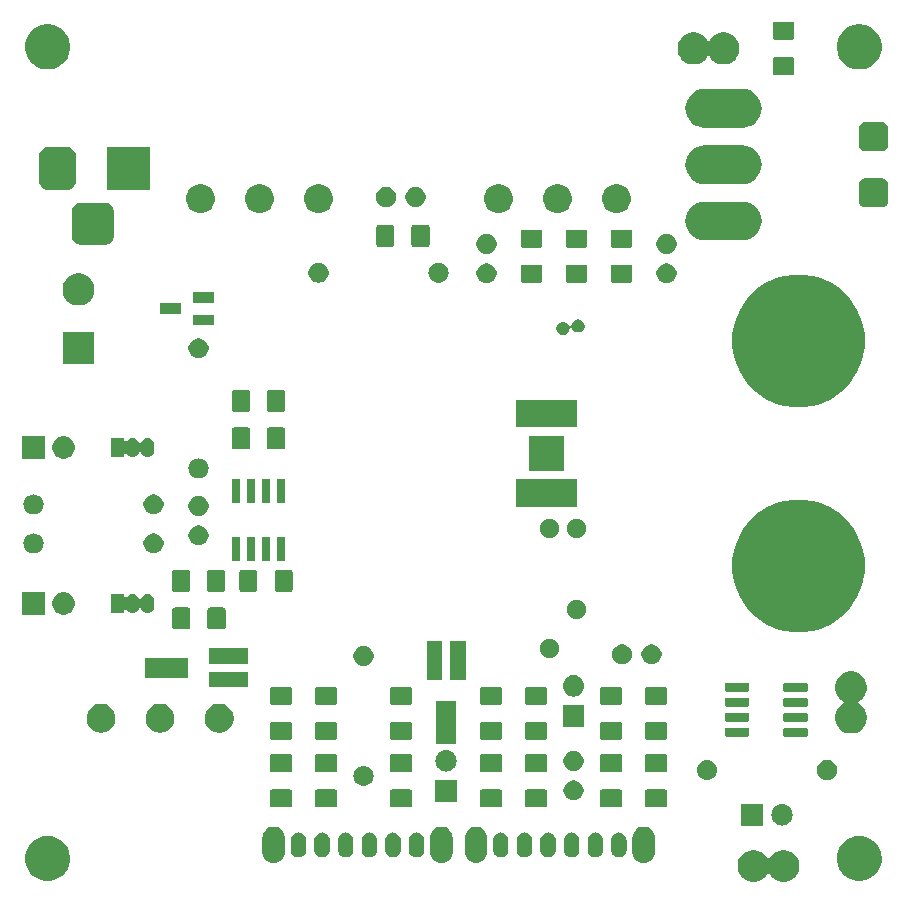
<source format=gbr>
G04 #@! TF.GenerationSoftware,KiCad,Pcbnew,(5.1.2)-1*
G04 #@! TF.CreationDate,2019-06-11T18:42:14-07:00*
G04 #@! TF.ProjectId,psu,7073752e-6b69-4636-9164-5f7063625858,rev?*
G04 #@! TF.SameCoordinates,Original*
G04 #@! TF.FileFunction,Soldermask,Top*
G04 #@! TF.FilePolarity,Negative*
%FSLAX46Y46*%
G04 Gerber Fmt 4.6, Leading zero omitted, Abs format (unit mm)*
G04 Created by KiCad (PCBNEW (5.1.2)-1) date 2019-06-11 18:42:14*
%MOMM*%
%LPD*%
G04 APERTURE LIST*
%ADD10C,0.100000*%
G04 APERTURE END LIST*
D10*
G36*
X162954072Y-131415918D02*
G01*
X163199939Y-131517759D01*
X163211524Y-131525500D01*
X163421211Y-131665609D01*
X163609391Y-131853789D01*
X163726067Y-132028406D01*
X163741613Y-132047348D01*
X163760555Y-132062893D01*
X163782165Y-132074444D01*
X163805614Y-132081557D01*
X163830000Y-132083959D01*
X163854386Y-132081557D01*
X163877835Y-132074444D01*
X163899446Y-132062893D01*
X163918388Y-132047347D01*
X163933933Y-132028406D01*
X164050609Y-131853789D01*
X164238789Y-131665609D01*
X164448476Y-131525500D01*
X164460061Y-131517759D01*
X164705928Y-131415918D01*
X164966937Y-131364000D01*
X165233063Y-131364000D01*
X165494072Y-131415918D01*
X165739939Y-131517759D01*
X165961212Y-131665610D01*
X166149390Y-131853788D01*
X166296829Y-132074444D01*
X166297242Y-132075063D01*
X166399082Y-132320928D01*
X166429578Y-132474239D01*
X166451000Y-132581938D01*
X166451000Y-132848062D01*
X166399082Y-133109072D01*
X166297241Y-133354939D01*
X166278723Y-133382653D01*
X166149391Y-133576211D01*
X165961211Y-133764391D01*
X165851328Y-133837813D01*
X165739939Y-133912241D01*
X165739938Y-133912242D01*
X165739937Y-133912242D01*
X165494072Y-134014082D01*
X165233063Y-134066000D01*
X164966937Y-134066000D01*
X164705928Y-134014082D01*
X164460063Y-133912242D01*
X164460062Y-133912242D01*
X164460061Y-133912241D01*
X164348672Y-133837813D01*
X164238789Y-133764391D01*
X164050609Y-133576211D01*
X163933933Y-133401594D01*
X163918387Y-133382652D01*
X163899445Y-133367107D01*
X163877835Y-133355556D01*
X163854386Y-133348443D01*
X163830000Y-133346041D01*
X163805614Y-133348443D01*
X163782165Y-133355556D01*
X163760554Y-133367107D01*
X163741612Y-133382653D01*
X163726067Y-133401594D01*
X163609391Y-133576211D01*
X163421211Y-133764391D01*
X163311328Y-133837813D01*
X163199939Y-133912241D01*
X163199938Y-133912242D01*
X163199937Y-133912242D01*
X162954072Y-134014082D01*
X162693063Y-134066000D01*
X162426937Y-134066000D01*
X162165928Y-134014082D01*
X161920063Y-133912242D01*
X161920062Y-133912242D01*
X161920061Y-133912241D01*
X161808672Y-133837813D01*
X161698789Y-133764391D01*
X161510609Y-133576211D01*
X161381277Y-133382653D01*
X161362759Y-133354939D01*
X161260918Y-133109072D01*
X161209000Y-132848062D01*
X161209000Y-132581938D01*
X161230423Y-132474239D01*
X161260918Y-132320928D01*
X161362758Y-132075063D01*
X161363172Y-132074444D01*
X161510610Y-131853788D01*
X161698788Y-131665610D01*
X161920061Y-131517759D01*
X162165928Y-131415918D01*
X162426937Y-131364000D01*
X162693063Y-131364000D01*
X162954072Y-131415918D01*
X162954072Y-131415918D01*
G37*
G36*
X171871666Y-130215527D02*
G01*
X172055301Y-130252054D01*
X172401261Y-130395356D01*
X172712617Y-130603397D01*
X172977403Y-130868183D01*
X173185444Y-131179539D01*
X173328746Y-131525499D01*
X173340326Y-131583718D01*
X173394047Y-131853788D01*
X173401800Y-131892768D01*
X173401800Y-132267232D01*
X173328746Y-132634501D01*
X173185444Y-132980461D01*
X172977403Y-133291817D01*
X172712617Y-133556603D01*
X172401261Y-133764644D01*
X172055301Y-133907946D01*
X172033708Y-133912241D01*
X171688033Y-133981000D01*
X171313567Y-133981000D01*
X170967892Y-133912241D01*
X170946299Y-133907946D01*
X170600339Y-133764644D01*
X170288983Y-133556603D01*
X170024197Y-133291817D01*
X169816156Y-132980461D01*
X169672854Y-132634501D01*
X169599800Y-132267232D01*
X169599800Y-131892768D01*
X169607554Y-131853788D01*
X169661274Y-131583718D01*
X169672854Y-131525499D01*
X169816156Y-131179539D01*
X170024197Y-130868183D01*
X170288983Y-130603397D01*
X170600339Y-130395356D01*
X170946299Y-130252054D01*
X171129934Y-130215527D01*
X171313567Y-130179000D01*
X171688033Y-130179000D01*
X171871666Y-130215527D01*
X171871666Y-130215527D01*
G37*
G36*
X103164666Y-130215527D02*
G01*
X103348301Y-130252054D01*
X103694261Y-130395356D01*
X104005617Y-130603397D01*
X104270403Y-130868183D01*
X104478444Y-131179539D01*
X104621746Y-131525499D01*
X104633326Y-131583718D01*
X104687047Y-131853788D01*
X104694800Y-131892768D01*
X104694800Y-132267232D01*
X104621746Y-132634501D01*
X104478444Y-132980461D01*
X104270403Y-133291817D01*
X104005617Y-133556603D01*
X103694261Y-133764644D01*
X103348301Y-133907946D01*
X103326708Y-133912241D01*
X102981033Y-133981000D01*
X102606567Y-133981000D01*
X102260892Y-133912241D01*
X102239299Y-133907946D01*
X101893339Y-133764644D01*
X101581983Y-133556603D01*
X101317197Y-133291817D01*
X101109156Y-132980461D01*
X100965854Y-132634501D01*
X100892800Y-132267232D01*
X100892800Y-131892768D01*
X100900554Y-131853788D01*
X100954274Y-131583718D01*
X100965854Y-131525499D01*
X101109156Y-131179539D01*
X101317197Y-130868183D01*
X101581983Y-130603397D01*
X101893339Y-130395356D01*
X102239299Y-130252054D01*
X102422934Y-130215527D01*
X102606567Y-130179000D01*
X102981033Y-130179000D01*
X103164666Y-130215527D01*
X103164666Y-130215527D01*
G37*
G36*
X139251424Y-129399760D02*
G01*
X139251427Y-129399761D01*
X139251428Y-129399761D01*
X139430692Y-129454140D01*
X139430695Y-129454142D01*
X139430696Y-129454142D01*
X139595903Y-129542446D01*
X139740712Y-129661288D01*
X139859554Y-129806097D01*
X139947858Y-129971303D01*
X139947860Y-129971307D01*
X139979147Y-130074447D01*
X140002240Y-130150575D01*
X140016000Y-130290282D01*
X140016000Y-131583718D01*
X140002240Y-131723425D01*
X140002239Y-131723428D01*
X140002239Y-131723429D01*
X139947860Y-131902693D01*
X139947858Y-131902696D01*
X139947858Y-131902697D01*
X139859554Y-132067903D01*
X139740712Y-132212712D01*
X139595903Y-132331554D01*
X139430697Y-132419858D01*
X139430693Y-132419860D01*
X139251429Y-132474239D01*
X139251428Y-132474239D01*
X139251425Y-132474240D01*
X139065000Y-132492601D01*
X138878576Y-132474240D01*
X138878573Y-132474239D01*
X138878572Y-132474239D01*
X138699308Y-132419860D01*
X138699304Y-132419858D01*
X138534098Y-132331554D01*
X138389289Y-132212712D01*
X138270447Y-132067903D01*
X138182140Y-131902692D01*
X138127760Y-131723430D01*
X138114000Y-131583718D01*
X138114000Y-130290283D01*
X138127760Y-130150576D01*
X138127761Y-130150572D01*
X138182140Y-129971308D01*
X138202805Y-129932646D01*
X138270446Y-129806097D01*
X138389288Y-129661288D01*
X138534097Y-129542446D01*
X138699303Y-129454142D01*
X138699304Y-129454142D01*
X138699307Y-129454140D01*
X138878571Y-129399761D01*
X138878572Y-129399761D01*
X138878575Y-129399760D01*
X139065000Y-129381399D01*
X139251424Y-129399760D01*
X139251424Y-129399760D01*
G37*
G36*
X153451424Y-129399760D02*
G01*
X153451427Y-129399761D01*
X153451428Y-129399761D01*
X153630692Y-129454140D01*
X153630695Y-129454142D01*
X153630696Y-129454142D01*
X153795903Y-129542446D01*
X153940712Y-129661288D01*
X154059554Y-129806097D01*
X154147858Y-129971303D01*
X154147860Y-129971307D01*
X154179147Y-130074447D01*
X154202240Y-130150575D01*
X154216000Y-130290282D01*
X154216000Y-131583718D01*
X154202240Y-131723425D01*
X154202239Y-131723428D01*
X154202239Y-131723429D01*
X154147860Y-131902693D01*
X154147858Y-131902696D01*
X154147858Y-131902697D01*
X154059554Y-132067903D01*
X153940712Y-132212712D01*
X153795903Y-132331554D01*
X153630697Y-132419858D01*
X153630693Y-132419860D01*
X153451429Y-132474239D01*
X153451428Y-132474239D01*
X153451425Y-132474240D01*
X153265000Y-132492601D01*
X153078576Y-132474240D01*
X153078573Y-132474239D01*
X153078572Y-132474239D01*
X152899308Y-132419860D01*
X152899304Y-132419858D01*
X152734098Y-132331554D01*
X152589289Y-132212712D01*
X152470447Y-132067903D01*
X152382140Y-131902692D01*
X152327760Y-131723430D01*
X152314000Y-131583718D01*
X152314000Y-130290283D01*
X152327760Y-130150576D01*
X152327761Y-130150572D01*
X152382140Y-129971308D01*
X152402805Y-129932646D01*
X152470446Y-129806097D01*
X152589288Y-129661288D01*
X152734097Y-129542446D01*
X152899303Y-129454142D01*
X152899304Y-129454142D01*
X152899307Y-129454140D01*
X153078571Y-129399761D01*
X153078572Y-129399761D01*
X153078575Y-129399760D01*
X153265000Y-129381399D01*
X153451424Y-129399760D01*
X153451424Y-129399760D01*
G37*
G36*
X122118424Y-129399760D02*
G01*
X122118427Y-129399761D01*
X122118428Y-129399761D01*
X122297692Y-129454140D01*
X122297695Y-129454142D01*
X122297696Y-129454142D01*
X122462903Y-129542446D01*
X122607712Y-129661288D01*
X122726554Y-129806097D01*
X122814858Y-129971303D01*
X122814860Y-129971307D01*
X122846147Y-130074447D01*
X122869240Y-130150575D01*
X122883000Y-130290282D01*
X122883000Y-131583718D01*
X122869240Y-131723425D01*
X122869239Y-131723428D01*
X122869239Y-131723429D01*
X122814860Y-131902693D01*
X122814858Y-131902696D01*
X122814858Y-131902697D01*
X122726554Y-132067903D01*
X122607712Y-132212712D01*
X122462903Y-132331554D01*
X122297697Y-132419858D01*
X122297693Y-132419860D01*
X122118429Y-132474239D01*
X122118428Y-132474239D01*
X122118425Y-132474240D01*
X121932000Y-132492601D01*
X121745576Y-132474240D01*
X121745573Y-132474239D01*
X121745572Y-132474239D01*
X121566308Y-132419860D01*
X121566304Y-132419858D01*
X121401098Y-132331554D01*
X121256289Y-132212712D01*
X121137447Y-132067903D01*
X121049140Y-131902692D01*
X120994760Y-131723430D01*
X120981000Y-131583718D01*
X120981000Y-130290283D01*
X120994760Y-130150576D01*
X120994761Y-130150572D01*
X121049140Y-129971308D01*
X121069805Y-129932646D01*
X121137446Y-129806097D01*
X121256288Y-129661288D01*
X121401097Y-129542446D01*
X121566303Y-129454142D01*
X121566304Y-129454142D01*
X121566307Y-129454140D01*
X121745571Y-129399761D01*
X121745572Y-129399761D01*
X121745575Y-129399760D01*
X121932000Y-129381399D01*
X122118424Y-129399760D01*
X122118424Y-129399760D01*
G37*
G36*
X136318424Y-129399760D02*
G01*
X136318427Y-129399761D01*
X136318428Y-129399761D01*
X136497692Y-129454140D01*
X136497695Y-129454142D01*
X136497696Y-129454142D01*
X136662903Y-129542446D01*
X136807712Y-129661288D01*
X136926554Y-129806097D01*
X137014858Y-129971303D01*
X137014860Y-129971307D01*
X137046147Y-130074447D01*
X137069240Y-130150575D01*
X137083000Y-130290282D01*
X137083000Y-131583718D01*
X137069240Y-131723425D01*
X137069239Y-131723428D01*
X137069239Y-131723429D01*
X137014860Y-131902693D01*
X137014858Y-131902696D01*
X137014858Y-131902697D01*
X136926554Y-132067903D01*
X136807712Y-132212712D01*
X136662903Y-132331554D01*
X136497697Y-132419858D01*
X136497693Y-132419860D01*
X136318429Y-132474239D01*
X136318428Y-132474239D01*
X136318425Y-132474240D01*
X136132000Y-132492601D01*
X135945576Y-132474240D01*
X135945573Y-132474239D01*
X135945572Y-132474239D01*
X135766308Y-132419860D01*
X135766304Y-132419858D01*
X135601098Y-132331554D01*
X135456289Y-132212712D01*
X135337447Y-132067903D01*
X135249140Y-131902692D01*
X135194760Y-131723430D01*
X135181000Y-131583718D01*
X135181000Y-130290283D01*
X135194760Y-130150576D01*
X135194761Y-130150572D01*
X135249140Y-129971308D01*
X135269805Y-129932646D01*
X135337446Y-129806097D01*
X135456288Y-129661288D01*
X135601097Y-129542446D01*
X135766303Y-129454142D01*
X135766304Y-129454142D01*
X135766307Y-129454140D01*
X135945571Y-129399761D01*
X135945572Y-129399761D01*
X135945575Y-129399760D01*
X136132000Y-129381399D01*
X136318424Y-129399760D01*
X136318424Y-129399760D01*
G37*
G36*
X124159617Y-129895420D02*
G01*
X124250403Y-129922960D01*
X124282335Y-129932646D01*
X124395424Y-129993094D01*
X124494554Y-130074447D01*
X124575906Y-130173575D01*
X124636354Y-130286664D01*
X124637451Y-130290282D01*
X124673580Y-130409382D01*
X124683000Y-130505027D01*
X124683000Y-131368973D01*
X124673580Y-131464618D01*
X124646040Y-131555404D01*
X124636354Y-131587336D01*
X124575906Y-131700425D01*
X124494554Y-131799554D01*
X124395425Y-131880906D01*
X124282336Y-131941354D01*
X124250404Y-131951040D01*
X124159618Y-131978580D01*
X124032000Y-131991149D01*
X123904383Y-131978580D01*
X123813597Y-131951040D01*
X123781665Y-131941354D01*
X123668576Y-131880906D01*
X123569447Y-131799554D01*
X123488095Y-131700425D01*
X123427647Y-131587336D01*
X123423282Y-131572946D01*
X123390420Y-131464618D01*
X123381000Y-131368973D01*
X123381000Y-130505028D01*
X123390420Y-130409383D01*
X123427645Y-130286669D01*
X123427646Y-130286665D01*
X123488094Y-130173576D01*
X123569447Y-130074446D01*
X123668575Y-129993094D01*
X123781664Y-129932646D01*
X123813596Y-129922960D01*
X123904382Y-129895420D01*
X124032000Y-129882851D01*
X124159617Y-129895420D01*
X124159617Y-129895420D01*
G37*
G36*
X147292617Y-129895420D02*
G01*
X147383403Y-129922960D01*
X147415335Y-129932646D01*
X147528424Y-129993094D01*
X147627554Y-130074447D01*
X147708906Y-130173575D01*
X147769354Y-130286664D01*
X147770451Y-130290282D01*
X147806580Y-130409382D01*
X147816000Y-130505027D01*
X147816000Y-131368973D01*
X147806580Y-131464618D01*
X147779040Y-131555404D01*
X147769354Y-131587336D01*
X147708906Y-131700425D01*
X147627554Y-131799554D01*
X147528425Y-131880906D01*
X147415336Y-131941354D01*
X147383404Y-131951040D01*
X147292618Y-131978580D01*
X147165000Y-131991149D01*
X147037383Y-131978580D01*
X146946597Y-131951040D01*
X146914665Y-131941354D01*
X146801576Y-131880906D01*
X146702447Y-131799554D01*
X146621095Y-131700425D01*
X146560647Y-131587336D01*
X146556282Y-131572946D01*
X146523420Y-131464618D01*
X146514000Y-131368973D01*
X146514000Y-130505028D01*
X146523420Y-130409383D01*
X146560645Y-130286669D01*
X146560646Y-130286665D01*
X146621094Y-130173576D01*
X146702447Y-130074446D01*
X146801575Y-129993094D01*
X146914664Y-129932646D01*
X146946596Y-129922960D01*
X147037382Y-129895420D01*
X147165000Y-129882851D01*
X147292617Y-129895420D01*
X147292617Y-129895420D01*
G37*
G36*
X134159617Y-129895420D02*
G01*
X134250403Y-129922960D01*
X134282335Y-129932646D01*
X134395424Y-129993094D01*
X134494554Y-130074447D01*
X134575906Y-130173575D01*
X134636354Y-130286664D01*
X134637451Y-130290282D01*
X134673580Y-130409382D01*
X134683000Y-130505027D01*
X134683000Y-131368973D01*
X134673580Y-131464618D01*
X134646040Y-131555404D01*
X134636354Y-131587336D01*
X134575906Y-131700425D01*
X134494554Y-131799554D01*
X134395425Y-131880906D01*
X134282336Y-131941354D01*
X134250404Y-131951040D01*
X134159618Y-131978580D01*
X134032000Y-131991149D01*
X133904383Y-131978580D01*
X133813597Y-131951040D01*
X133781665Y-131941354D01*
X133668576Y-131880906D01*
X133569447Y-131799554D01*
X133488095Y-131700425D01*
X133427647Y-131587336D01*
X133423282Y-131572946D01*
X133390420Y-131464618D01*
X133381000Y-131368973D01*
X133381000Y-130505028D01*
X133390420Y-130409383D01*
X133427645Y-130286669D01*
X133427646Y-130286665D01*
X133488094Y-130173576D01*
X133569447Y-130074446D01*
X133668575Y-129993094D01*
X133781664Y-129932646D01*
X133813596Y-129922960D01*
X133904382Y-129895420D01*
X134032000Y-129882851D01*
X134159617Y-129895420D01*
X134159617Y-129895420D01*
G37*
G36*
X151292617Y-129895420D02*
G01*
X151383403Y-129922960D01*
X151415335Y-129932646D01*
X151528424Y-129993094D01*
X151627554Y-130074447D01*
X151708906Y-130173575D01*
X151769354Y-130286664D01*
X151770451Y-130290282D01*
X151806580Y-130409382D01*
X151816000Y-130505027D01*
X151816000Y-131368973D01*
X151806580Y-131464618D01*
X151779040Y-131555404D01*
X151769354Y-131587336D01*
X151708906Y-131700425D01*
X151627554Y-131799554D01*
X151528425Y-131880906D01*
X151415336Y-131941354D01*
X151383404Y-131951040D01*
X151292618Y-131978580D01*
X151165000Y-131991149D01*
X151037383Y-131978580D01*
X150946597Y-131951040D01*
X150914665Y-131941354D01*
X150801576Y-131880906D01*
X150702447Y-131799554D01*
X150621095Y-131700425D01*
X150560647Y-131587336D01*
X150556282Y-131572946D01*
X150523420Y-131464618D01*
X150514000Y-131368973D01*
X150514000Y-130505028D01*
X150523420Y-130409383D01*
X150560645Y-130286669D01*
X150560646Y-130286665D01*
X150621094Y-130173576D01*
X150702447Y-130074446D01*
X150801575Y-129993094D01*
X150914664Y-129932646D01*
X150946596Y-129922960D01*
X151037382Y-129895420D01*
X151165000Y-129882851D01*
X151292617Y-129895420D01*
X151292617Y-129895420D01*
G37*
G36*
X149292617Y-129895420D02*
G01*
X149383403Y-129922960D01*
X149415335Y-129932646D01*
X149528424Y-129993094D01*
X149627554Y-130074447D01*
X149708906Y-130173575D01*
X149769354Y-130286664D01*
X149770451Y-130290282D01*
X149806580Y-130409382D01*
X149816000Y-130505027D01*
X149816000Y-131368973D01*
X149806580Y-131464618D01*
X149779040Y-131555404D01*
X149769354Y-131587336D01*
X149708906Y-131700425D01*
X149627554Y-131799554D01*
X149528425Y-131880906D01*
X149415336Y-131941354D01*
X149383404Y-131951040D01*
X149292618Y-131978580D01*
X149165000Y-131991149D01*
X149037383Y-131978580D01*
X148946597Y-131951040D01*
X148914665Y-131941354D01*
X148801576Y-131880906D01*
X148702447Y-131799554D01*
X148621095Y-131700425D01*
X148560647Y-131587336D01*
X148556282Y-131572946D01*
X148523420Y-131464618D01*
X148514000Y-131368973D01*
X148514000Y-130505028D01*
X148523420Y-130409383D01*
X148560645Y-130286669D01*
X148560646Y-130286665D01*
X148621094Y-130173576D01*
X148702447Y-130074446D01*
X148801575Y-129993094D01*
X148914664Y-129932646D01*
X148946596Y-129922960D01*
X149037382Y-129895420D01*
X149165000Y-129882851D01*
X149292617Y-129895420D01*
X149292617Y-129895420D01*
G37*
G36*
X145292617Y-129895420D02*
G01*
X145383403Y-129922960D01*
X145415335Y-129932646D01*
X145528424Y-129993094D01*
X145627554Y-130074447D01*
X145708906Y-130173575D01*
X145769354Y-130286664D01*
X145770451Y-130290282D01*
X145806580Y-130409382D01*
X145816000Y-130505027D01*
X145816000Y-131368973D01*
X145806580Y-131464618D01*
X145779040Y-131555404D01*
X145769354Y-131587336D01*
X145708906Y-131700425D01*
X145627554Y-131799554D01*
X145528425Y-131880906D01*
X145415336Y-131941354D01*
X145383404Y-131951040D01*
X145292618Y-131978580D01*
X145165000Y-131991149D01*
X145037383Y-131978580D01*
X144946597Y-131951040D01*
X144914665Y-131941354D01*
X144801576Y-131880906D01*
X144702447Y-131799554D01*
X144621095Y-131700425D01*
X144560647Y-131587336D01*
X144556282Y-131572946D01*
X144523420Y-131464618D01*
X144514000Y-131368973D01*
X144514000Y-130505028D01*
X144523420Y-130409383D01*
X144560645Y-130286669D01*
X144560646Y-130286665D01*
X144621094Y-130173576D01*
X144702447Y-130074446D01*
X144801575Y-129993094D01*
X144914664Y-129932646D01*
X144946596Y-129922960D01*
X145037382Y-129895420D01*
X145165000Y-129882851D01*
X145292617Y-129895420D01*
X145292617Y-129895420D01*
G37*
G36*
X143292617Y-129895420D02*
G01*
X143383403Y-129922960D01*
X143415335Y-129932646D01*
X143528424Y-129993094D01*
X143627554Y-130074447D01*
X143708906Y-130173575D01*
X143769354Y-130286664D01*
X143770451Y-130290282D01*
X143806580Y-130409382D01*
X143816000Y-130505027D01*
X143816000Y-131368973D01*
X143806580Y-131464618D01*
X143779040Y-131555404D01*
X143769354Y-131587336D01*
X143708906Y-131700425D01*
X143627554Y-131799554D01*
X143528425Y-131880906D01*
X143415336Y-131941354D01*
X143383404Y-131951040D01*
X143292618Y-131978580D01*
X143165000Y-131991149D01*
X143037383Y-131978580D01*
X142946597Y-131951040D01*
X142914665Y-131941354D01*
X142801576Y-131880906D01*
X142702447Y-131799554D01*
X142621095Y-131700425D01*
X142560647Y-131587336D01*
X142556282Y-131572946D01*
X142523420Y-131464618D01*
X142514000Y-131368973D01*
X142514000Y-130505028D01*
X142523420Y-130409383D01*
X142560645Y-130286669D01*
X142560646Y-130286665D01*
X142621094Y-130173576D01*
X142702447Y-130074446D01*
X142801575Y-129993094D01*
X142914664Y-129932646D01*
X142946596Y-129922960D01*
X143037382Y-129895420D01*
X143165000Y-129882851D01*
X143292617Y-129895420D01*
X143292617Y-129895420D01*
G37*
G36*
X132159617Y-129895420D02*
G01*
X132250403Y-129922960D01*
X132282335Y-129932646D01*
X132395424Y-129993094D01*
X132494554Y-130074447D01*
X132575906Y-130173575D01*
X132636354Y-130286664D01*
X132637451Y-130290282D01*
X132673580Y-130409382D01*
X132683000Y-130505027D01*
X132683000Y-131368973D01*
X132673580Y-131464618D01*
X132646040Y-131555404D01*
X132636354Y-131587336D01*
X132575906Y-131700425D01*
X132494554Y-131799554D01*
X132395425Y-131880906D01*
X132282336Y-131941354D01*
X132250404Y-131951040D01*
X132159618Y-131978580D01*
X132032000Y-131991149D01*
X131904383Y-131978580D01*
X131813597Y-131951040D01*
X131781665Y-131941354D01*
X131668576Y-131880906D01*
X131569447Y-131799554D01*
X131488095Y-131700425D01*
X131427647Y-131587336D01*
X131423282Y-131572946D01*
X131390420Y-131464618D01*
X131381000Y-131368973D01*
X131381000Y-130505028D01*
X131390420Y-130409383D01*
X131427645Y-130286669D01*
X131427646Y-130286665D01*
X131488094Y-130173576D01*
X131569447Y-130074446D01*
X131668575Y-129993094D01*
X131781664Y-129932646D01*
X131813596Y-129922960D01*
X131904382Y-129895420D01*
X132032000Y-129882851D01*
X132159617Y-129895420D01*
X132159617Y-129895420D01*
G37*
G36*
X141292617Y-129895420D02*
G01*
X141383403Y-129922960D01*
X141415335Y-129932646D01*
X141528424Y-129993094D01*
X141627554Y-130074447D01*
X141708906Y-130173575D01*
X141769354Y-130286664D01*
X141770451Y-130290282D01*
X141806580Y-130409382D01*
X141816000Y-130505027D01*
X141816000Y-131368973D01*
X141806580Y-131464618D01*
X141779040Y-131555404D01*
X141769354Y-131587336D01*
X141708906Y-131700425D01*
X141627554Y-131799554D01*
X141528425Y-131880906D01*
X141415336Y-131941354D01*
X141383404Y-131951040D01*
X141292618Y-131978580D01*
X141165000Y-131991149D01*
X141037383Y-131978580D01*
X140946597Y-131951040D01*
X140914665Y-131941354D01*
X140801576Y-131880906D01*
X140702447Y-131799554D01*
X140621095Y-131700425D01*
X140560647Y-131587336D01*
X140556282Y-131572946D01*
X140523420Y-131464618D01*
X140514000Y-131368973D01*
X140514000Y-130505028D01*
X140523420Y-130409383D01*
X140560645Y-130286669D01*
X140560646Y-130286665D01*
X140621094Y-130173576D01*
X140702447Y-130074446D01*
X140801575Y-129993094D01*
X140914664Y-129932646D01*
X140946596Y-129922960D01*
X141037382Y-129895420D01*
X141165000Y-129882851D01*
X141292617Y-129895420D01*
X141292617Y-129895420D01*
G37*
G36*
X126159617Y-129895420D02*
G01*
X126250403Y-129922960D01*
X126282335Y-129932646D01*
X126395424Y-129993094D01*
X126494554Y-130074447D01*
X126575906Y-130173575D01*
X126636354Y-130286664D01*
X126637451Y-130290282D01*
X126673580Y-130409382D01*
X126683000Y-130505027D01*
X126683000Y-131368973D01*
X126673580Y-131464618D01*
X126646040Y-131555404D01*
X126636354Y-131587336D01*
X126575906Y-131700425D01*
X126494554Y-131799554D01*
X126395425Y-131880906D01*
X126282336Y-131941354D01*
X126250404Y-131951040D01*
X126159618Y-131978580D01*
X126032000Y-131991149D01*
X125904383Y-131978580D01*
X125813597Y-131951040D01*
X125781665Y-131941354D01*
X125668576Y-131880906D01*
X125569447Y-131799554D01*
X125488095Y-131700425D01*
X125427647Y-131587336D01*
X125423282Y-131572946D01*
X125390420Y-131464618D01*
X125381000Y-131368973D01*
X125381000Y-130505028D01*
X125390420Y-130409383D01*
X125427645Y-130286669D01*
X125427646Y-130286665D01*
X125488094Y-130173576D01*
X125569447Y-130074446D01*
X125668575Y-129993094D01*
X125781664Y-129932646D01*
X125813596Y-129922960D01*
X125904382Y-129895420D01*
X126032000Y-129882851D01*
X126159617Y-129895420D01*
X126159617Y-129895420D01*
G37*
G36*
X128159617Y-129895420D02*
G01*
X128250403Y-129922960D01*
X128282335Y-129932646D01*
X128395424Y-129993094D01*
X128494554Y-130074447D01*
X128575906Y-130173575D01*
X128636354Y-130286664D01*
X128637451Y-130290282D01*
X128673580Y-130409382D01*
X128683000Y-130505027D01*
X128683000Y-131368973D01*
X128673580Y-131464618D01*
X128646040Y-131555404D01*
X128636354Y-131587336D01*
X128575906Y-131700425D01*
X128494554Y-131799554D01*
X128395425Y-131880906D01*
X128282336Y-131941354D01*
X128250404Y-131951040D01*
X128159618Y-131978580D01*
X128032000Y-131991149D01*
X127904383Y-131978580D01*
X127813597Y-131951040D01*
X127781665Y-131941354D01*
X127668576Y-131880906D01*
X127569447Y-131799554D01*
X127488095Y-131700425D01*
X127427647Y-131587336D01*
X127423282Y-131572946D01*
X127390420Y-131464618D01*
X127381000Y-131368973D01*
X127381000Y-130505028D01*
X127390420Y-130409383D01*
X127427645Y-130286669D01*
X127427646Y-130286665D01*
X127488094Y-130173576D01*
X127569447Y-130074446D01*
X127668575Y-129993094D01*
X127781664Y-129932646D01*
X127813596Y-129922960D01*
X127904382Y-129895420D01*
X128032000Y-129882851D01*
X128159617Y-129895420D01*
X128159617Y-129895420D01*
G37*
G36*
X130159617Y-129895420D02*
G01*
X130250403Y-129922960D01*
X130282335Y-129932646D01*
X130395424Y-129993094D01*
X130494554Y-130074447D01*
X130575906Y-130173575D01*
X130636354Y-130286664D01*
X130637451Y-130290282D01*
X130673580Y-130409382D01*
X130683000Y-130505027D01*
X130683000Y-131368973D01*
X130673580Y-131464618D01*
X130646040Y-131555404D01*
X130636354Y-131587336D01*
X130575906Y-131700425D01*
X130494554Y-131799554D01*
X130395425Y-131880906D01*
X130282336Y-131941354D01*
X130250404Y-131951040D01*
X130159618Y-131978580D01*
X130032000Y-131991149D01*
X129904383Y-131978580D01*
X129813597Y-131951040D01*
X129781665Y-131941354D01*
X129668576Y-131880906D01*
X129569447Y-131799554D01*
X129488095Y-131700425D01*
X129427647Y-131587336D01*
X129423282Y-131572946D01*
X129390420Y-131464618D01*
X129381000Y-131368973D01*
X129381000Y-130505028D01*
X129390420Y-130409383D01*
X129427645Y-130286669D01*
X129427646Y-130286665D01*
X129488094Y-130173576D01*
X129569447Y-130074446D01*
X129668575Y-129993094D01*
X129781664Y-129932646D01*
X129813596Y-129922960D01*
X129904382Y-129895420D01*
X130032000Y-129882851D01*
X130159617Y-129895420D01*
X130159617Y-129895420D01*
G37*
G36*
X163334000Y-129298000D02*
G01*
X161532000Y-129298000D01*
X161532000Y-127496000D01*
X163334000Y-127496000D01*
X163334000Y-129298000D01*
X163334000Y-129298000D01*
G37*
G36*
X165083443Y-127502519D02*
G01*
X165149627Y-127509037D01*
X165319466Y-127560557D01*
X165475991Y-127644222D01*
X165476255Y-127644439D01*
X165613186Y-127756814D01*
X165696448Y-127858271D01*
X165725778Y-127894009D01*
X165809443Y-128050534D01*
X165860963Y-128220373D01*
X165878359Y-128397000D01*
X165860963Y-128573627D01*
X165809443Y-128743466D01*
X165725778Y-128899991D01*
X165696448Y-128935729D01*
X165613186Y-129037186D01*
X165511729Y-129120448D01*
X165475991Y-129149778D01*
X165319466Y-129233443D01*
X165149627Y-129284963D01*
X165083443Y-129291481D01*
X165017260Y-129298000D01*
X164928740Y-129298000D01*
X164862557Y-129291481D01*
X164796373Y-129284963D01*
X164626534Y-129233443D01*
X164470009Y-129149778D01*
X164434271Y-129120448D01*
X164332814Y-129037186D01*
X164249552Y-128935729D01*
X164220222Y-128899991D01*
X164136557Y-128743466D01*
X164085037Y-128573627D01*
X164067641Y-128397000D01*
X164085037Y-128220373D01*
X164136557Y-128050534D01*
X164220222Y-127894009D01*
X164249552Y-127858271D01*
X164332814Y-127756814D01*
X164469745Y-127644439D01*
X164470009Y-127644222D01*
X164626534Y-127560557D01*
X164796373Y-127509037D01*
X164862557Y-127502519D01*
X164928740Y-127496000D01*
X165017260Y-127496000D01*
X165083443Y-127502519D01*
X165083443Y-127502519D01*
G37*
G36*
X144920562Y-126240681D02*
G01*
X144955481Y-126251274D01*
X144987663Y-126268476D01*
X145015873Y-126291627D01*
X145039024Y-126319837D01*
X145056226Y-126352019D01*
X145066819Y-126386938D01*
X145071000Y-126429395D01*
X145071000Y-127570605D01*
X145066819Y-127613062D01*
X145056226Y-127647981D01*
X145039024Y-127680163D01*
X145015873Y-127708373D01*
X144987663Y-127731524D01*
X144955481Y-127748726D01*
X144920562Y-127759319D01*
X144878105Y-127763500D01*
X143411895Y-127763500D01*
X143369438Y-127759319D01*
X143334519Y-127748726D01*
X143302337Y-127731524D01*
X143274127Y-127708373D01*
X143250976Y-127680163D01*
X143233774Y-127647981D01*
X143223181Y-127613062D01*
X143219000Y-127570605D01*
X143219000Y-126429395D01*
X143223181Y-126386938D01*
X143233774Y-126352019D01*
X143250976Y-126319837D01*
X143274127Y-126291627D01*
X143302337Y-126268476D01*
X143334519Y-126251274D01*
X143369438Y-126240681D01*
X143411895Y-126236500D01*
X144878105Y-126236500D01*
X144920562Y-126240681D01*
X144920562Y-126240681D01*
G37*
G36*
X141110562Y-126240681D02*
G01*
X141145481Y-126251274D01*
X141177663Y-126268476D01*
X141205873Y-126291627D01*
X141229024Y-126319837D01*
X141246226Y-126352019D01*
X141256819Y-126386938D01*
X141261000Y-126429395D01*
X141261000Y-127570605D01*
X141256819Y-127613062D01*
X141246226Y-127647981D01*
X141229024Y-127680163D01*
X141205873Y-127708373D01*
X141177663Y-127731524D01*
X141145481Y-127748726D01*
X141110562Y-127759319D01*
X141068105Y-127763500D01*
X139601895Y-127763500D01*
X139559438Y-127759319D01*
X139524519Y-127748726D01*
X139492337Y-127731524D01*
X139464127Y-127708373D01*
X139440976Y-127680163D01*
X139423774Y-127647981D01*
X139413181Y-127613062D01*
X139409000Y-127570605D01*
X139409000Y-126429395D01*
X139413181Y-126386938D01*
X139423774Y-126352019D01*
X139440976Y-126319837D01*
X139464127Y-126291627D01*
X139492337Y-126268476D01*
X139524519Y-126251274D01*
X139559438Y-126240681D01*
X139601895Y-126236500D01*
X141068105Y-126236500D01*
X141110562Y-126240681D01*
X141110562Y-126240681D01*
G37*
G36*
X151270562Y-126240681D02*
G01*
X151305481Y-126251274D01*
X151337663Y-126268476D01*
X151365873Y-126291627D01*
X151389024Y-126319837D01*
X151406226Y-126352019D01*
X151416819Y-126386938D01*
X151421000Y-126429395D01*
X151421000Y-127570605D01*
X151416819Y-127613062D01*
X151406226Y-127647981D01*
X151389024Y-127680163D01*
X151365873Y-127708373D01*
X151337663Y-127731524D01*
X151305481Y-127748726D01*
X151270562Y-127759319D01*
X151228105Y-127763500D01*
X149761895Y-127763500D01*
X149719438Y-127759319D01*
X149684519Y-127748726D01*
X149652337Y-127731524D01*
X149624127Y-127708373D01*
X149600976Y-127680163D01*
X149583774Y-127647981D01*
X149573181Y-127613062D01*
X149569000Y-127570605D01*
X149569000Y-126429395D01*
X149573181Y-126386938D01*
X149583774Y-126352019D01*
X149600976Y-126319837D01*
X149624127Y-126291627D01*
X149652337Y-126268476D01*
X149684519Y-126251274D01*
X149719438Y-126240681D01*
X149761895Y-126236500D01*
X151228105Y-126236500D01*
X151270562Y-126240681D01*
X151270562Y-126240681D01*
G37*
G36*
X133490562Y-126240681D02*
G01*
X133525481Y-126251274D01*
X133557663Y-126268476D01*
X133585873Y-126291627D01*
X133609024Y-126319837D01*
X133626226Y-126352019D01*
X133636819Y-126386938D01*
X133641000Y-126429395D01*
X133641000Y-127570605D01*
X133636819Y-127613062D01*
X133626226Y-127647981D01*
X133609024Y-127680163D01*
X133585873Y-127708373D01*
X133557663Y-127731524D01*
X133525481Y-127748726D01*
X133490562Y-127759319D01*
X133448105Y-127763500D01*
X131981895Y-127763500D01*
X131939438Y-127759319D01*
X131904519Y-127748726D01*
X131872337Y-127731524D01*
X131844127Y-127708373D01*
X131820976Y-127680163D01*
X131803774Y-127647981D01*
X131793181Y-127613062D01*
X131789000Y-127570605D01*
X131789000Y-126429395D01*
X131793181Y-126386938D01*
X131803774Y-126352019D01*
X131820976Y-126319837D01*
X131844127Y-126291627D01*
X131872337Y-126268476D01*
X131904519Y-126251274D01*
X131939438Y-126240681D01*
X131981895Y-126236500D01*
X133448105Y-126236500D01*
X133490562Y-126240681D01*
X133490562Y-126240681D01*
G37*
G36*
X127140562Y-126240681D02*
G01*
X127175481Y-126251274D01*
X127207663Y-126268476D01*
X127235873Y-126291627D01*
X127259024Y-126319837D01*
X127276226Y-126352019D01*
X127286819Y-126386938D01*
X127291000Y-126429395D01*
X127291000Y-127570605D01*
X127286819Y-127613062D01*
X127276226Y-127647981D01*
X127259024Y-127680163D01*
X127235873Y-127708373D01*
X127207663Y-127731524D01*
X127175481Y-127748726D01*
X127140562Y-127759319D01*
X127098105Y-127763500D01*
X125631895Y-127763500D01*
X125589438Y-127759319D01*
X125554519Y-127748726D01*
X125522337Y-127731524D01*
X125494127Y-127708373D01*
X125470976Y-127680163D01*
X125453774Y-127647981D01*
X125443181Y-127613062D01*
X125439000Y-127570605D01*
X125439000Y-126429395D01*
X125443181Y-126386938D01*
X125453774Y-126352019D01*
X125470976Y-126319837D01*
X125494127Y-126291627D01*
X125522337Y-126268476D01*
X125554519Y-126251274D01*
X125589438Y-126240681D01*
X125631895Y-126236500D01*
X127098105Y-126236500D01*
X127140562Y-126240681D01*
X127140562Y-126240681D01*
G37*
G36*
X123330562Y-126240681D02*
G01*
X123365481Y-126251274D01*
X123397663Y-126268476D01*
X123425873Y-126291627D01*
X123449024Y-126319837D01*
X123466226Y-126352019D01*
X123476819Y-126386938D01*
X123481000Y-126429395D01*
X123481000Y-127570605D01*
X123476819Y-127613062D01*
X123466226Y-127647981D01*
X123449024Y-127680163D01*
X123425873Y-127708373D01*
X123397663Y-127731524D01*
X123365481Y-127748726D01*
X123330562Y-127759319D01*
X123288105Y-127763500D01*
X121821895Y-127763500D01*
X121779438Y-127759319D01*
X121744519Y-127748726D01*
X121712337Y-127731524D01*
X121684127Y-127708373D01*
X121660976Y-127680163D01*
X121643774Y-127647981D01*
X121633181Y-127613062D01*
X121629000Y-127570605D01*
X121629000Y-126429395D01*
X121633181Y-126386938D01*
X121643774Y-126352019D01*
X121660976Y-126319837D01*
X121684127Y-126291627D01*
X121712337Y-126268476D01*
X121744519Y-126251274D01*
X121779438Y-126240681D01*
X121821895Y-126236500D01*
X123288105Y-126236500D01*
X123330562Y-126240681D01*
X123330562Y-126240681D01*
G37*
G36*
X155080562Y-126240681D02*
G01*
X155115481Y-126251274D01*
X155147663Y-126268476D01*
X155175873Y-126291627D01*
X155199024Y-126319837D01*
X155216226Y-126352019D01*
X155226819Y-126386938D01*
X155231000Y-126429395D01*
X155231000Y-127570605D01*
X155226819Y-127613062D01*
X155216226Y-127647981D01*
X155199024Y-127680163D01*
X155175873Y-127708373D01*
X155147663Y-127731524D01*
X155115481Y-127748726D01*
X155080562Y-127759319D01*
X155038105Y-127763500D01*
X153571895Y-127763500D01*
X153529438Y-127759319D01*
X153494519Y-127748726D01*
X153462337Y-127731524D01*
X153434127Y-127708373D01*
X153410976Y-127680163D01*
X153393774Y-127647981D01*
X153383181Y-127613062D01*
X153379000Y-127570605D01*
X153379000Y-126429395D01*
X153383181Y-126386938D01*
X153393774Y-126352019D01*
X153410976Y-126319837D01*
X153434127Y-126291627D01*
X153462337Y-126268476D01*
X153494519Y-126251274D01*
X153529438Y-126240681D01*
X153571895Y-126236500D01*
X155038105Y-126236500D01*
X155080562Y-126240681D01*
X155080562Y-126240681D01*
G37*
G36*
X137426000Y-127266000D02*
G01*
X135624000Y-127266000D01*
X135624000Y-125464000D01*
X137426000Y-125464000D01*
X137426000Y-127266000D01*
X137426000Y-127266000D01*
G37*
G36*
X147568228Y-125506703D02*
G01*
X147723100Y-125570853D01*
X147862481Y-125663985D01*
X147981015Y-125782519D01*
X148074147Y-125921900D01*
X148138297Y-126076772D01*
X148171000Y-126241184D01*
X148171000Y-126408816D01*
X148138297Y-126573228D01*
X148074147Y-126728100D01*
X147981015Y-126867481D01*
X147862481Y-126986015D01*
X147723100Y-127079147D01*
X147568228Y-127143297D01*
X147403816Y-127176000D01*
X147236184Y-127176000D01*
X147071772Y-127143297D01*
X146916900Y-127079147D01*
X146777519Y-126986015D01*
X146658985Y-126867481D01*
X146565853Y-126728100D01*
X146501703Y-126573228D01*
X146469000Y-126408816D01*
X146469000Y-126241184D01*
X146501703Y-126076772D01*
X146565853Y-125921900D01*
X146658985Y-125782519D01*
X146777519Y-125663985D01*
X146916900Y-125570853D01*
X147071772Y-125506703D01*
X147236184Y-125474000D01*
X147403816Y-125474000D01*
X147568228Y-125506703D01*
X147568228Y-125506703D01*
G37*
G36*
X129706823Y-124256313D02*
G01*
X129867242Y-124304976D01*
X129999906Y-124375886D01*
X130015078Y-124383996D01*
X130144659Y-124490341D01*
X130251004Y-124619922D01*
X130251005Y-124619924D01*
X130330024Y-124767758D01*
X130378687Y-124928177D01*
X130395117Y-125095000D01*
X130378687Y-125261823D01*
X130330024Y-125422242D01*
X130259114Y-125554906D01*
X130251004Y-125570078D01*
X130144659Y-125699659D01*
X130015078Y-125806004D01*
X130015076Y-125806005D01*
X129867242Y-125885024D01*
X129706823Y-125933687D01*
X129581804Y-125946000D01*
X129498196Y-125946000D01*
X129373177Y-125933687D01*
X129212758Y-125885024D01*
X129064924Y-125806005D01*
X129064922Y-125806004D01*
X128935341Y-125699659D01*
X128828996Y-125570078D01*
X128820886Y-125554906D01*
X128749976Y-125422242D01*
X128701313Y-125261823D01*
X128684883Y-125095000D01*
X128701313Y-124928177D01*
X128749976Y-124767758D01*
X128828995Y-124619924D01*
X128828996Y-124619922D01*
X128935341Y-124490341D01*
X129064922Y-124383996D01*
X129080094Y-124375886D01*
X129212758Y-124304976D01*
X129373177Y-124256313D01*
X129498196Y-124244000D01*
X129581804Y-124244000D01*
X129706823Y-124256313D01*
X129706823Y-124256313D01*
G37*
G36*
X158789823Y-123748313D02*
G01*
X158950242Y-123796976D01*
X159017361Y-123832852D01*
X159098078Y-123875996D01*
X159227659Y-123982341D01*
X159334004Y-124111922D01*
X159334005Y-124111924D01*
X159413024Y-124259758D01*
X159461687Y-124420177D01*
X159478117Y-124587000D01*
X159461687Y-124753823D01*
X159413024Y-124914242D01*
X159372477Y-124990100D01*
X159334004Y-125062078D01*
X159227659Y-125191659D01*
X159098078Y-125298004D01*
X159098076Y-125298005D01*
X158950242Y-125377024D01*
X158789823Y-125425687D01*
X158664804Y-125438000D01*
X158581196Y-125438000D01*
X158456177Y-125425687D01*
X158295758Y-125377024D01*
X158147924Y-125298005D01*
X158147922Y-125298004D01*
X158018341Y-125191659D01*
X157911996Y-125062078D01*
X157873523Y-124990100D01*
X157832976Y-124914242D01*
X157784313Y-124753823D01*
X157767883Y-124587000D01*
X157784313Y-124420177D01*
X157832976Y-124259758D01*
X157911995Y-124111924D01*
X157911996Y-124111922D01*
X158018341Y-123982341D01*
X158147922Y-123875996D01*
X158228639Y-123832852D01*
X158295758Y-123796976D01*
X158456177Y-123748313D01*
X158581196Y-123736000D01*
X158664804Y-123736000D01*
X158789823Y-123748313D01*
X158789823Y-123748313D01*
G37*
G36*
X169031228Y-123768703D02*
G01*
X169186100Y-123832853D01*
X169325481Y-123925985D01*
X169444015Y-124044519D01*
X169537147Y-124183900D01*
X169601297Y-124338772D01*
X169634000Y-124503184D01*
X169634000Y-124670816D01*
X169601297Y-124835228D01*
X169537147Y-124990100D01*
X169444015Y-125129481D01*
X169325481Y-125248015D01*
X169186100Y-125341147D01*
X169031228Y-125405297D01*
X168866816Y-125438000D01*
X168699184Y-125438000D01*
X168534772Y-125405297D01*
X168379900Y-125341147D01*
X168240519Y-125248015D01*
X168121985Y-125129481D01*
X168028853Y-124990100D01*
X167964703Y-124835228D01*
X167932000Y-124670816D01*
X167932000Y-124503184D01*
X167964703Y-124338772D01*
X168028853Y-124183900D01*
X168121985Y-124044519D01*
X168240519Y-123925985D01*
X168379900Y-123832853D01*
X168534772Y-123768703D01*
X168699184Y-123736000D01*
X168866816Y-123736000D01*
X169031228Y-123768703D01*
X169031228Y-123768703D01*
G37*
G36*
X123330562Y-123265681D02*
G01*
X123365481Y-123276274D01*
X123397663Y-123293476D01*
X123425873Y-123316627D01*
X123449024Y-123344837D01*
X123466226Y-123377019D01*
X123476819Y-123411938D01*
X123481000Y-123454395D01*
X123481000Y-124595605D01*
X123476819Y-124638062D01*
X123466226Y-124672981D01*
X123449024Y-124705163D01*
X123425873Y-124733373D01*
X123397663Y-124756524D01*
X123365481Y-124773726D01*
X123330562Y-124784319D01*
X123288105Y-124788500D01*
X121821895Y-124788500D01*
X121779438Y-124784319D01*
X121744519Y-124773726D01*
X121712337Y-124756524D01*
X121684127Y-124733373D01*
X121660976Y-124705163D01*
X121643774Y-124672981D01*
X121633181Y-124638062D01*
X121629000Y-124595605D01*
X121629000Y-123454395D01*
X121633181Y-123411938D01*
X121643774Y-123377019D01*
X121660976Y-123344837D01*
X121684127Y-123316627D01*
X121712337Y-123293476D01*
X121744519Y-123276274D01*
X121779438Y-123265681D01*
X121821895Y-123261500D01*
X123288105Y-123261500D01*
X123330562Y-123265681D01*
X123330562Y-123265681D01*
G37*
G36*
X144920562Y-123265681D02*
G01*
X144955481Y-123276274D01*
X144987663Y-123293476D01*
X145015873Y-123316627D01*
X145039024Y-123344837D01*
X145056226Y-123377019D01*
X145066819Y-123411938D01*
X145071000Y-123454395D01*
X145071000Y-124595605D01*
X145066819Y-124638062D01*
X145056226Y-124672981D01*
X145039024Y-124705163D01*
X145015873Y-124733373D01*
X144987663Y-124756524D01*
X144955481Y-124773726D01*
X144920562Y-124784319D01*
X144878105Y-124788500D01*
X143411895Y-124788500D01*
X143369438Y-124784319D01*
X143334519Y-124773726D01*
X143302337Y-124756524D01*
X143274127Y-124733373D01*
X143250976Y-124705163D01*
X143233774Y-124672981D01*
X143223181Y-124638062D01*
X143219000Y-124595605D01*
X143219000Y-123454395D01*
X143223181Y-123411938D01*
X143233774Y-123377019D01*
X143250976Y-123344837D01*
X143274127Y-123316627D01*
X143302337Y-123293476D01*
X143334519Y-123276274D01*
X143369438Y-123265681D01*
X143411895Y-123261500D01*
X144878105Y-123261500D01*
X144920562Y-123265681D01*
X144920562Y-123265681D01*
G37*
G36*
X151270562Y-123265681D02*
G01*
X151305481Y-123276274D01*
X151337663Y-123293476D01*
X151365873Y-123316627D01*
X151389024Y-123344837D01*
X151406226Y-123377019D01*
X151416819Y-123411938D01*
X151421000Y-123454395D01*
X151421000Y-124595605D01*
X151416819Y-124638062D01*
X151406226Y-124672981D01*
X151389024Y-124705163D01*
X151365873Y-124733373D01*
X151337663Y-124756524D01*
X151305481Y-124773726D01*
X151270562Y-124784319D01*
X151228105Y-124788500D01*
X149761895Y-124788500D01*
X149719438Y-124784319D01*
X149684519Y-124773726D01*
X149652337Y-124756524D01*
X149624127Y-124733373D01*
X149600976Y-124705163D01*
X149583774Y-124672981D01*
X149573181Y-124638062D01*
X149569000Y-124595605D01*
X149569000Y-123454395D01*
X149573181Y-123411938D01*
X149583774Y-123377019D01*
X149600976Y-123344837D01*
X149624127Y-123316627D01*
X149652337Y-123293476D01*
X149684519Y-123276274D01*
X149719438Y-123265681D01*
X149761895Y-123261500D01*
X151228105Y-123261500D01*
X151270562Y-123265681D01*
X151270562Y-123265681D01*
G37*
G36*
X127140562Y-123265681D02*
G01*
X127175481Y-123276274D01*
X127207663Y-123293476D01*
X127235873Y-123316627D01*
X127259024Y-123344837D01*
X127276226Y-123377019D01*
X127286819Y-123411938D01*
X127291000Y-123454395D01*
X127291000Y-124595605D01*
X127286819Y-124638062D01*
X127276226Y-124672981D01*
X127259024Y-124705163D01*
X127235873Y-124733373D01*
X127207663Y-124756524D01*
X127175481Y-124773726D01*
X127140562Y-124784319D01*
X127098105Y-124788500D01*
X125631895Y-124788500D01*
X125589438Y-124784319D01*
X125554519Y-124773726D01*
X125522337Y-124756524D01*
X125494127Y-124733373D01*
X125470976Y-124705163D01*
X125453774Y-124672981D01*
X125443181Y-124638062D01*
X125439000Y-124595605D01*
X125439000Y-123454395D01*
X125443181Y-123411938D01*
X125453774Y-123377019D01*
X125470976Y-123344837D01*
X125494127Y-123316627D01*
X125522337Y-123293476D01*
X125554519Y-123276274D01*
X125589438Y-123265681D01*
X125631895Y-123261500D01*
X127098105Y-123261500D01*
X127140562Y-123265681D01*
X127140562Y-123265681D01*
G37*
G36*
X133490562Y-123265681D02*
G01*
X133525481Y-123276274D01*
X133557663Y-123293476D01*
X133585873Y-123316627D01*
X133609024Y-123344837D01*
X133626226Y-123377019D01*
X133636819Y-123411938D01*
X133641000Y-123454395D01*
X133641000Y-124595605D01*
X133636819Y-124638062D01*
X133626226Y-124672981D01*
X133609024Y-124705163D01*
X133585873Y-124733373D01*
X133557663Y-124756524D01*
X133525481Y-124773726D01*
X133490562Y-124784319D01*
X133448105Y-124788500D01*
X131981895Y-124788500D01*
X131939438Y-124784319D01*
X131904519Y-124773726D01*
X131872337Y-124756524D01*
X131844127Y-124733373D01*
X131820976Y-124705163D01*
X131803774Y-124672981D01*
X131793181Y-124638062D01*
X131789000Y-124595605D01*
X131789000Y-123454395D01*
X131793181Y-123411938D01*
X131803774Y-123377019D01*
X131820976Y-123344837D01*
X131844127Y-123316627D01*
X131872337Y-123293476D01*
X131904519Y-123276274D01*
X131939438Y-123265681D01*
X131981895Y-123261500D01*
X133448105Y-123261500D01*
X133490562Y-123265681D01*
X133490562Y-123265681D01*
G37*
G36*
X141110562Y-123265681D02*
G01*
X141145481Y-123276274D01*
X141177663Y-123293476D01*
X141205873Y-123316627D01*
X141229024Y-123344837D01*
X141246226Y-123377019D01*
X141256819Y-123411938D01*
X141261000Y-123454395D01*
X141261000Y-124595605D01*
X141256819Y-124638062D01*
X141246226Y-124672981D01*
X141229024Y-124705163D01*
X141205873Y-124733373D01*
X141177663Y-124756524D01*
X141145481Y-124773726D01*
X141110562Y-124784319D01*
X141068105Y-124788500D01*
X139601895Y-124788500D01*
X139559438Y-124784319D01*
X139524519Y-124773726D01*
X139492337Y-124756524D01*
X139464127Y-124733373D01*
X139440976Y-124705163D01*
X139423774Y-124672981D01*
X139413181Y-124638062D01*
X139409000Y-124595605D01*
X139409000Y-123454395D01*
X139413181Y-123411938D01*
X139423774Y-123377019D01*
X139440976Y-123344837D01*
X139464127Y-123316627D01*
X139492337Y-123293476D01*
X139524519Y-123276274D01*
X139559438Y-123265681D01*
X139601895Y-123261500D01*
X141068105Y-123261500D01*
X141110562Y-123265681D01*
X141110562Y-123265681D01*
G37*
G36*
X155080562Y-123265681D02*
G01*
X155115481Y-123276274D01*
X155147663Y-123293476D01*
X155175873Y-123316627D01*
X155199024Y-123344837D01*
X155216226Y-123377019D01*
X155226819Y-123411938D01*
X155231000Y-123454395D01*
X155231000Y-124595605D01*
X155226819Y-124638062D01*
X155216226Y-124672981D01*
X155199024Y-124705163D01*
X155175873Y-124733373D01*
X155147663Y-124756524D01*
X155115481Y-124773726D01*
X155080562Y-124784319D01*
X155038105Y-124788500D01*
X153571895Y-124788500D01*
X153529438Y-124784319D01*
X153494519Y-124773726D01*
X153462337Y-124756524D01*
X153434127Y-124733373D01*
X153410976Y-124705163D01*
X153393774Y-124672981D01*
X153383181Y-124638062D01*
X153379000Y-124595605D01*
X153379000Y-123454395D01*
X153383181Y-123411938D01*
X153393774Y-123377019D01*
X153410976Y-123344837D01*
X153434127Y-123316627D01*
X153462337Y-123293476D01*
X153494519Y-123276274D01*
X153529438Y-123265681D01*
X153571895Y-123261500D01*
X155038105Y-123261500D01*
X155080562Y-123265681D01*
X155080562Y-123265681D01*
G37*
G36*
X136635443Y-122930519D02*
G01*
X136701627Y-122937037D01*
X136871466Y-122988557D01*
X137027991Y-123072222D01*
X137063729Y-123101552D01*
X137165186Y-123184814D01*
X137232344Y-123266648D01*
X137277778Y-123322009D01*
X137361443Y-123478534D01*
X137412963Y-123648373D01*
X137430359Y-123825000D01*
X137412963Y-124001627D01*
X137361443Y-124171466D01*
X137277778Y-124327991D01*
X137268931Y-124338771D01*
X137165186Y-124465186D01*
X137063729Y-124548448D01*
X137027991Y-124577778D01*
X136871466Y-124661443D01*
X136701627Y-124712963D01*
X136635443Y-124719481D01*
X136569260Y-124726000D01*
X136480740Y-124726000D01*
X136414557Y-124719481D01*
X136348373Y-124712963D01*
X136178534Y-124661443D01*
X136022009Y-124577778D01*
X135986271Y-124548448D01*
X135884814Y-124465186D01*
X135781069Y-124338771D01*
X135772222Y-124327991D01*
X135688557Y-124171466D01*
X135637037Y-124001627D01*
X135619641Y-123825000D01*
X135637037Y-123648373D01*
X135688557Y-123478534D01*
X135772222Y-123322009D01*
X135817656Y-123266648D01*
X135884814Y-123184814D01*
X135986271Y-123101552D01*
X136022009Y-123072222D01*
X136178534Y-122988557D01*
X136348373Y-122937037D01*
X136414557Y-122930519D01*
X136480740Y-122924000D01*
X136569260Y-122924000D01*
X136635443Y-122930519D01*
X136635443Y-122930519D01*
G37*
G36*
X147568228Y-123006703D02*
G01*
X147723100Y-123070853D01*
X147862481Y-123163985D01*
X147981015Y-123282519D01*
X148074147Y-123421900D01*
X148138297Y-123576772D01*
X148171000Y-123741184D01*
X148171000Y-123908816D01*
X148138297Y-124073228D01*
X148074147Y-124228100D01*
X147981015Y-124367481D01*
X147862481Y-124486015D01*
X147723100Y-124579147D01*
X147568228Y-124643297D01*
X147403816Y-124676000D01*
X147236184Y-124676000D01*
X147071772Y-124643297D01*
X146916900Y-124579147D01*
X146777519Y-124486015D01*
X146658985Y-124367481D01*
X146565853Y-124228100D01*
X146501703Y-124073228D01*
X146469000Y-123908816D01*
X146469000Y-123741184D01*
X146501703Y-123576772D01*
X146565853Y-123421900D01*
X146658985Y-123282519D01*
X146777519Y-123163985D01*
X146916900Y-123070853D01*
X147071772Y-123006703D01*
X147236184Y-122974000D01*
X147403816Y-122974000D01*
X147568228Y-123006703D01*
X147568228Y-123006703D01*
G37*
G36*
X137376000Y-122361000D02*
G01*
X135674000Y-122361000D01*
X135674000Y-118759000D01*
X137376000Y-118759000D01*
X137376000Y-122361000D01*
X137376000Y-122361000D01*
G37*
G36*
X127140562Y-120525681D02*
G01*
X127175481Y-120536274D01*
X127207663Y-120553476D01*
X127235873Y-120576627D01*
X127259024Y-120604837D01*
X127276226Y-120637019D01*
X127286819Y-120671938D01*
X127291000Y-120714395D01*
X127291000Y-121855605D01*
X127286819Y-121898062D01*
X127276226Y-121932981D01*
X127259024Y-121965163D01*
X127235873Y-121993373D01*
X127207663Y-122016524D01*
X127175481Y-122033726D01*
X127140562Y-122044319D01*
X127098105Y-122048500D01*
X125631895Y-122048500D01*
X125589438Y-122044319D01*
X125554519Y-122033726D01*
X125522337Y-122016524D01*
X125494127Y-121993373D01*
X125470976Y-121965163D01*
X125453774Y-121932981D01*
X125443181Y-121898062D01*
X125439000Y-121855605D01*
X125439000Y-120714395D01*
X125443181Y-120671938D01*
X125453774Y-120637019D01*
X125470976Y-120604837D01*
X125494127Y-120576627D01*
X125522337Y-120553476D01*
X125554519Y-120536274D01*
X125589438Y-120525681D01*
X125631895Y-120521500D01*
X127098105Y-120521500D01*
X127140562Y-120525681D01*
X127140562Y-120525681D01*
G37*
G36*
X141110562Y-120525681D02*
G01*
X141145481Y-120536274D01*
X141177663Y-120553476D01*
X141205873Y-120576627D01*
X141229024Y-120604837D01*
X141246226Y-120637019D01*
X141256819Y-120671938D01*
X141261000Y-120714395D01*
X141261000Y-121855605D01*
X141256819Y-121898062D01*
X141246226Y-121932981D01*
X141229024Y-121965163D01*
X141205873Y-121993373D01*
X141177663Y-122016524D01*
X141145481Y-122033726D01*
X141110562Y-122044319D01*
X141068105Y-122048500D01*
X139601895Y-122048500D01*
X139559438Y-122044319D01*
X139524519Y-122033726D01*
X139492337Y-122016524D01*
X139464127Y-121993373D01*
X139440976Y-121965163D01*
X139423774Y-121932981D01*
X139413181Y-121898062D01*
X139409000Y-121855605D01*
X139409000Y-120714395D01*
X139413181Y-120671938D01*
X139423774Y-120637019D01*
X139440976Y-120604837D01*
X139464127Y-120576627D01*
X139492337Y-120553476D01*
X139524519Y-120536274D01*
X139559438Y-120525681D01*
X139601895Y-120521500D01*
X141068105Y-120521500D01*
X141110562Y-120525681D01*
X141110562Y-120525681D01*
G37*
G36*
X133490562Y-120525681D02*
G01*
X133525481Y-120536274D01*
X133557663Y-120553476D01*
X133585873Y-120576627D01*
X133609024Y-120604837D01*
X133626226Y-120637019D01*
X133636819Y-120671938D01*
X133641000Y-120714395D01*
X133641000Y-121855605D01*
X133636819Y-121898062D01*
X133626226Y-121932981D01*
X133609024Y-121965163D01*
X133585873Y-121993373D01*
X133557663Y-122016524D01*
X133525481Y-122033726D01*
X133490562Y-122044319D01*
X133448105Y-122048500D01*
X131981895Y-122048500D01*
X131939438Y-122044319D01*
X131904519Y-122033726D01*
X131872337Y-122016524D01*
X131844127Y-121993373D01*
X131820976Y-121965163D01*
X131803774Y-121932981D01*
X131793181Y-121898062D01*
X131789000Y-121855605D01*
X131789000Y-120714395D01*
X131793181Y-120671938D01*
X131803774Y-120637019D01*
X131820976Y-120604837D01*
X131844127Y-120576627D01*
X131872337Y-120553476D01*
X131904519Y-120536274D01*
X131939438Y-120525681D01*
X131981895Y-120521500D01*
X133448105Y-120521500D01*
X133490562Y-120525681D01*
X133490562Y-120525681D01*
G37*
G36*
X151270562Y-120525681D02*
G01*
X151305481Y-120536274D01*
X151337663Y-120553476D01*
X151365873Y-120576627D01*
X151389024Y-120604837D01*
X151406226Y-120637019D01*
X151416819Y-120671938D01*
X151421000Y-120714395D01*
X151421000Y-121855605D01*
X151416819Y-121898062D01*
X151406226Y-121932981D01*
X151389024Y-121965163D01*
X151365873Y-121993373D01*
X151337663Y-122016524D01*
X151305481Y-122033726D01*
X151270562Y-122044319D01*
X151228105Y-122048500D01*
X149761895Y-122048500D01*
X149719438Y-122044319D01*
X149684519Y-122033726D01*
X149652337Y-122016524D01*
X149624127Y-121993373D01*
X149600976Y-121965163D01*
X149583774Y-121932981D01*
X149573181Y-121898062D01*
X149569000Y-121855605D01*
X149569000Y-120714395D01*
X149573181Y-120671938D01*
X149583774Y-120637019D01*
X149600976Y-120604837D01*
X149624127Y-120576627D01*
X149652337Y-120553476D01*
X149684519Y-120536274D01*
X149719438Y-120525681D01*
X149761895Y-120521500D01*
X151228105Y-120521500D01*
X151270562Y-120525681D01*
X151270562Y-120525681D01*
G37*
G36*
X155080562Y-120525681D02*
G01*
X155115481Y-120536274D01*
X155147663Y-120553476D01*
X155175873Y-120576627D01*
X155199024Y-120604837D01*
X155216226Y-120637019D01*
X155226819Y-120671938D01*
X155231000Y-120714395D01*
X155231000Y-121855605D01*
X155226819Y-121898062D01*
X155216226Y-121932981D01*
X155199024Y-121965163D01*
X155175873Y-121993373D01*
X155147663Y-122016524D01*
X155115481Y-122033726D01*
X155080562Y-122044319D01*
X155038105Y-122048500D01*
X153571895Y-122048500D01*
X153529438Y-122044319D01*
X153494519Y-122033726D01*
X153462337Y-122016524D01*
X153434127Y-121993373D01*
X153410976Y-121965163D01*
X153393774Y-121932981D01*
X153383181Y-121898062D01*
X153379000Y-121855605D01*
X153379000Y-120714395D01*
X153383181Y-120671938D01*
X153393774Y-120637019D01*
X153410976Y-120604837D01*
X153434127Y-120576627D01*
X153462337Y-120553476D01*
X153494519Y-120536274D01*
X153529438Y-120525681D01*
X153571895Y-120521500D01*
X155038105Y-120521500D01*
X155080562Y-120525681D01*
X155080562Y-120525681D01*
G37*
G36*
X123330562Y-120525681D02*
G01*
X123365481Y-120536274D01*
X123397663Y-120553476D01*
X123425873Y-120576627D01*
X123449024Y-120604837D01*
X123466226Y-120637019D01*
X123476819Y-120671938D01*
X123481000Y-120714395D01*
X123481000Y-121855605D01*
X123476819Y-121898062D01*
X123466226Y-121932981D01*
X123449024Y-121965163D01*
X123425873Y-121993373D01*
X123397663Y-122016524D01*
X123365481Y-122033726D01*
X123330562Y-122044319D01*
X123288105Y-122048500D01*
X121821895Y-122048500D01*
X121779438Y-122044319D01*
X121744519Y-122033726D01*
X121712337Y-122016524D01*
X121684127Y-121993373D01*
X121660976Y-121965163D01*
X121643774Y-121932981D01*
X121633181Y-121898062D01*
X121629000Y-121855605D01*
X121629000Y-120714395D01*
X121633181Y-120671938D01*
X121643774Y-120637019D01*
X121660976Y-120604837D01*
X121684127Y-120576627D01*
X121712337Y-120553476D01*
X121744519Y-120536274D01*
X121779438Y-120525681D01*
X121821895Y-120521500D01*
X123288105Y-120521500D01*
X123330562Y-120525681D01*
X123330562Y-120525681D01*
G37*
G36*
X144920562Y-120525681D02*
G01*
X144955481Y-120536274D01*
X144987663Y-120553476D01*
X145015873Y-120576627D01*
X145039024Y-120604837D01*
X145056226Y-120637019D01*
X145066819Y-120671938D01*
X145071000Y-120714395D01*
X145071000Y-121855605D01*
X145066819Y-121898062D01*
X145056226Y-121932981D01*
X145039024Y-121965163D01*
X145015873Y-121993373D01*
X144987663Y-122016524D01*
X144955481Y-122033726D01*
X144920562Y-122044319D01*
X144878105Y-122048500D01*
X143411895Y-122048500D01*
X143369438Y-122044319D01*
X143334519Y-122033726D01*
X143302337Y-122016524D01*
X143274127Y-121993373D01*
X143250976Y-121965163D01*
X143233774Y-121932981D01*
X143223181Y-121898062D01*
X143219000Y-121855605D01*
X143219000Y-120714395D01*
X143223181Y-120671938D01*
X143233774Y-120637019D01*
X143250976Y-120604837D01*
X143274127Y-120576627D01*
X143302337Y-120553476D01*
X143334519Y-120536274D01*
X143369438Y-120525681D01*
X143411895Y-120521500D01*
X144878105Y-120521500D01*
X144920562Y-120525681D01*
X144920562Y-120525681D01*
G37*
G36*
X162097928Y-121063764D02*
G01*
X162119009Y-121070160D01*
X162138445Y-121080548D01*
X162155476Y-121094524D01*
X162169452Y-121111555D01*
X162179840Y-121130991D01*
X162186236Y-121152072D01*
X162189000Y-121180140D01*
X162189000Y-121643860D01*
X162186236Y-121671928D01*
X162179840Y-121693009D01*
X162169452Y-121712445D01*
X162155476Y-121729476D01*
X162138445Y-121743452D01*
X162119009Y-121753840D01*
X162097928Y-121760236D01*
X162069860Y-121763000D01*
X160256140Y-121763000D01*
X160228072Y-121760236D01*
X160206991Y-121753840D01*
X160187555Y-121743452D01*
X160170524Y-121729476D01*
X160156548Y-121712445D01*
X160146160Y-121693009D01*
X160139764Y-121671928D01*
X160137000Y-121643860D01*
X160137000Y-121180140D01*
X160139764Y-121152072D01*
X160146160Y-121130991D01*
X160156548Y-121111555D01*
X160170524Y-121094524D01*
X160187555Y-121080548D01*
X160206991Y-121070160D01*
X160228072Y-121063764D01*
X160256140Y-121061000D01*
X162069860Y-121061000D01*
X162097928Y-121063764D01*
X162097928Y-121063764D01*
G37*
G36*
X167047928Y-121063764D02*
G01*
X167069009Y-121070160D01*
X167088445Y-121080548D01*
X167105476Y-121094524D01*
X167119452Y-121111555D01*
X167129840Y-121130991D01*
X167136236Y-121152072D01*
X167139000Y-121180140D01*
X167139000Y-121643860D01*
X167136236Y-121671928D01*
X167129840Y-121693009D01*
X167119452Y-121712445D01*
X167105476Y-121729476D01*
X167088445Y-121743452D01*
X167069009Y-121753840D01*
X167047928Y-121760236D01*
X167019860Y-121763000D01*
X165206140Y-121763000D01*
X165178072Y-121760236D01*
X165156991Y-121753840D01*
X165137555Y-121743452D01*
X165120524Y-121729476D01*
X165106548Y-121712445D01*
X165096160Y-121693009D01*
X165089764Y-121671928D01*
X165087000Y-121643860D01*
X165087000Y-121180140D01*
X165089764Y-121152072D01*
X165096160Y-121130991D01*
X165106548Y-121111555D01*
X165120524Y-121094524D01*
X165137555Y-121080548D01*
X165156991Y-121070160D01*
X165178072Y-121063764D01*
X165206140Y-121061000D01*
X167019860Y-121061000D01*
X167047928Y-121063764D01*
X167047928Y-121063764D01*
G37*
G36*
X171194402Y-116300000D02*
G01*
X171209072Y-116302918D01*
X171454939Y-116404759D01*
X171566328Y-116479187D01*
X171676211Y-116552609D01*
X171864391Y-116740789D01*
X172012242Y-116962063D01*
X172114082Y-117207928D01*
X172166000Y-117468937D01*
X172166000Y-117735063D01*
X172140765Y-117861928D01*
X172114082Y-117996072D01*
X172012241Y-118241939D01*
X171937813Y-118353328D01*
X171864391Y-118463211D01*
X171676211Y-118651391D01*
X171501594Y-118768067D01*
X171482652Y-118783613D01*
X171467107Y-118802555D01*
X171455556Y-118824165D01*
X171448443Y-118847614D01*
X171446041Y-118872000D01*
X171448443Y-118896386D01*
X171455556Y-118919835D01*
X171467107Y-118941446D01*
X171482653Y-118960388D01*
X171501594Y-118975933D01*
X171676211Y-119092609D01*
X171864391Y-119280789D01*
X172012242Y-119502063D01*
X172114082Y-119747928D01*
X172166000Y-120008937D01*
X172166000Y-120275063D01*
X172114082Y-120536072D01*
X172070802Y-120640561D01*
X172012241Y-120781939D01*
X171864390Y-121003212D01*
X171676212Y-121191390D01*
X171454939Y-121339241D01*
X171454938Y-121339242D01*
X171454937Y-121339242D01*
X171209072Y-121441082D01*
X170948063Y-121493000D01*
X170681937Y-121493000D01*
X170420928Y-121441082D01*
X170175063Y-121339242D01*
X170175062Y-121339242D01*
X170175061Y-121339241D01*
X169953788Y-121191390D01*
X169765610Y-121003212D01*
X169617759Y-120781939D01*
X169559199Y-120640561D01*
X169515918Y-120536072D01*
X169464000Y-120275063D01*
X169464000Y-120008937D01*
X169515918Y-119747928D01*
X169617758Y-119502063D01*
X169765609Y-119280789D01*
X169953789Y-119092609D01*
X170128406Y-118975933D01*
X170147348Y-118960387D01*
X170162893Y-118941445D01*
X170174444Y-118919835D01*
X170181557Y-118896386D01*
X170183959Y-118872000D01*
X170181557Y-118847614D01*
X170174444Y-118824165D01*
X170162893Y-118802554D01*
X170147347Y-118783612D01*
X170128406Y-118768067D01*
X169953789Y-118651391D01*
X169765609Y-118463211D01*
X169692187Y-118353328D01*
X169617759Y-118241939D01*
X169515918Y-117996072D01*
X169489235Y-117861928D01*
X169464000Y-117735063D01*
X169464000Y-117468937D01*
X169515918Y-117207928D01*
X169617758Y-116962063D01*
X169765609Y-116740789D01*
X169953789Y-116552609D01*
X170063672Y-116479187D01*
X170175061Y-116404759D01*
X170420928Y-116302918D01*
X170435598Y-116300000D01*
X170681937Y-116251000D01*
X170948063Y-116251000D01*
X171194402Y-116300000D01*
X171194402Y-116300000D01*
G37*
G36*
X107488222Y-118995035D02*
G01*
X107671153Y-119031422D01*
X107709968Y-119047500D01*
X107893359Y-119123463D01*
X108093342Y-119257087D01*
X108263413Y-119427158D01*
X108397037Y-119627141D01*
X108450953Y-119757306D01*
X108489078Y-119849347D01*
X108536000Y-120085242D01*
X108536000Y-120325758D01*
X108489078Y-120561653D01*
X108471190Y-120604837D01*
X108397037Y-120783859D01*
X108263413Y-120983842D01*
X108093342Y-121153913D01*
X107893359Y-121287537D01*
X107768534Y-121339241D01*
X107671153Y-121379578D01*
X107553205Y-121403039D01*
X107435259Y-121426500D01*
X107194741Y-121426500D01*
X107076795Y-121403039D01*
X106958847Y-121379578D01*
X106861466Y-121339241D01*
X106736641Y-121287537D01*
X106536658Y-121153913D01*
X106366587Y-120983842D01*
X106232963Y-120783859D01*
X106158810Y-120604837D01*
X106140922Y-120561653D01*
X106094000Y-120325758D01*
X106094000Y-120085242D01*
X106140922Y-119849347D01*
X106179047Y-119757306D01*
X106232963Y-119627141D01*
X106366587Y-119427158D01*
X106536658Y-119257087D01*
X106736641Y-119123463D01*
X106920032Y-119047500D01*
X106958847Y-119031422D01*
X107141778Y-118995035D01*
X107194741Y-118984500D01*
X107435259Y-118984500D01*
X107488222Y-118995035D01*
X107488222Y-118995035D01*
G37*
G36*
X112488222Y-118995035D02*
G01*
X112671153Y-119031422D01*
X112709968Y-119047500D01*
X112893359Y-119123463D01*
X113093342Y-119257087D01*
X113263413Y-119427158D01*
X113397037Y-119627141D01*
X113450953Y-119757306D01*
X113489078Y-119849347D01*
X113536000Y-120085242D01*
X113536000Y-120325758D01*
X113489078Y-120561653D01*
X113471190Y-120604837D01*
X113397037Y-120783859D01*
X113263413Y-120983842D01*
X113093342Y-121153913D01*
X112893359Y-121287537D01*
X112768534Y-121339241D01*
X112671153Y-121379578D01*
X112553205Y-121403039D01*
X112435259Y-121426500D01*
X112194741Y-121426500D01*
X112076795Y-121403039D01*
X111958847Y-121379578D01*
X111861466Y-121339241D01*
X111736641Y-121287537D01*
X111536658Y-121153913D01*
X111366587Y-120983842D01*
X111232963Y-120783859D01*
X111158810Y-120604837D01*
X111140922Y-120561653D01*
X111094000Y-120325758D01*
X111094000Y-120085242D01*
X111140922Y-119849347D01*
X111179047Y-119757306D01*
X111232963Y-119627141D01*
X111366587Y-119427158D01*
X111536658Y-119257087D01*
X111736641Y-119123463D01*
X111920032Y-119047500D01*
X111958847Y-119031422D01*
X112141778Y-118995035D01*
X112194741Y-118984500D01*
X112435259Y-118984500D01*
X112488222Y-118995035D01*
X112488222Y-118995035D01*
G37*
G36*
X117488222Y-118995035D02*
G01*
X117671153Y-119031422D01*
X117709968Y-119047500D01*
X117893359Y-119123463D01*
X118093342Y-119257087D01*
X118263413Y-119427158D01*
X118397037Y-119627141D01*
X118450953Y-119757306D01*
X118489078Y-119849347D01*
X118536000Y-120085242D01*
X118536000Y-120325758D01*
X118489078Y-120561653D01*
X118471190Y-120604837D01*
X118397037Y-120783859D01*
X118263413Y-120983842D01*
X118093342Y-121153913D01*
X117893359Y-121287537D01*
X117768534Y-121339241D01*
X117671153Y-121379578D01*
X117553205Y-121403039D01*
X117435259Y-121426500D01*
X117194741Y-121426500D01*
X117076795Y-121403039D01*
X116958847Y-121379578D01*
X116861466Y-121339241D01*
X116736641Y-121287537D01*
X116536658Y-121153913D01*
X116366587Y-120983842D01*
X116232963Y-120783859D01*
X116158810Y-120604837D01*
X116140922Y-120561653D01*
X116094000Y-120325758D01*
X116094000Y-120085242D01*
X116140922Y-119849347D01*
X116179047Y-119757306D01*
X116232963Y-119627141D01*
X116366587Y-119427158D01*
X116536658Y-119257087D01*
X116736641Y-119123463D01*
X116920032Y-119047500D01*
X116958847Y-119031422D01*
X117141778Y-118995035D01*
X117194741Y-118984500D01*
X117435259Y-118984500D01*
X117488222Y-118995035D01*
X117488222Y-118995035D01*
G37*
G36*
X148221000Y-120916000D02*
G01*
X146419000Y-120916000D01*
X146419000Y-119114000D01*
X148221000Y-119114000D01*
X148221000Y-120916000D01*
X148221000Y-120916000D01*
G37*
G36*
X167047928Y-119793764D02*
G01*
X167069009Y-119800160D01*
X167088445Y-119810548D01*
X167105476Y-119824524D01*
X167119452Y-119841555D01*
X167129840Y-119860991D01*
X167136236Y-119882072D01*
X167139000Y-119910140D01*
X167139000Y-120373860D01*
X167136236Y-120401928D01*
X167129840Y-120423009D01*
X167119452Y-120442445D01*
X167105476Y-120459476D01*
X167088445Y-120473452D01*
X167069009Y-120483840D01*
X167047928Y-120490236D01*
X167019860Y-120493000D01*
X165206140Y-120493000D01*
X165178072Y-120490236D01*
X165156991Y-120483840D01*
X165137555Y-120473452D01*
X165120524Y-120459476D01*
X165106548Y-120442445D01*
X165096160Y-120423009D01*
X165089764Y-120401928D01*
X165087000Y-120373860D01*
X165087000Y-119910140D01*
X165089764Y-119882072D01*
X165096160Y-119860991D01*
X165106548Y-119841555D01*
X165120524Y-119824524D01*
X165137555Y-119810548D01*
X165156991Y-119800160D01*
X165178072Y-119793764D01*
X165206140Y-119791000D01*
X167019860Y-119791000D01*
X167047928Y-119793764D01*
X167047928Y-119793764D01*
G37*
G36*
X162097928Y-119793764D02*
G01*
X162119009Y-119800160D01*
X162138445Y-119810548D01*
X162155476Y-119824524D01*
X162169452Y-119841555D01*
X162179840Y-119860991D01*
X162186236Y-119882072D01*
X162189000Y-119910140D01*
X162189000Y-120373860D01*
X162186236Y-120401928D01*
X162179840Y-120423009D01*
X162169452Y-120442445D01*
X162155476Y-120459476D01*
X162138445Y-120473452D01*
X162119009Y-120483840D01*
X162097928Y-120490236D01*
X162069860Y-120493000D01*
X160256140Y-120493000D01*
X160228072Y-120490236D01*
X160206991Y-120483840D01*
X160187555Y-120473452D01*
X160170524Y-120459476D01*
X160156548Y-120442445D01*
X160146160Y-120423009D01*
X160139764Y-120401928D01*
X160137000Y-120373860D01*
X160137000Y-119910140D01*
X160139764Y-119882072D01*
X160146160Y-119860991D01*
X160156548Y-119841555D01*
X160170524Y-119824524D01*
X160187555Y-119810548D01*
X160206991Y-119800160D01*
X160228072Y-119793764D01*
X160256140Y-119791000D01*
X162069860Y-119791000D01*
X162097928Y-119793764D01*
X162097928Y-119793764D01*
G37*
G36*
X167047928Y-118523764D02*
G01*
X167069009Y-118530160D01*
X167088445Y-118540548D01*
X167105476Y-118554524D01*
X167119452Y-118571555D01*
X167129840Y-118590991D01*
X167136236Y-118612072D01*
X167139000Y-118640140D01*
X167139000Y-119103860D01*
X167136236Y-119131928D01*
X167129840Y-119153009D01*
X167119452Y-119172445D01*
X167105476Y-119189476D01*
X167088445Y-119203452D01*
X167069009Y-119213840D01*
X167047928Y-119220236D01*
X167019860Y-119223000D01*
X165206140Y-119223000D01*
X165178072Y-119220236D01*
X165156991Y-119213840D01*
X165137555Y-119203452D01*
X165120524Y-119189476D01*
X165106548Y-119172445D01*
X165096160Y-119153009D01*
X165089764Y-119131928D01*
X165087000Y-119103860D01*
X165087000Y-118640140D01*
X165089764Y-118612072D01*
X165096160Y-118590991D01*
X165106548Y-118571555D01*
X165120524Y-118554524D01*
X165137555Y-118540548D01*
X165156991Y-118530160D01*
X165178072Y-118523764D01*
X165206140Y-118521000D01*
X167019860Y-118521000D01*
X167047928Y-118523764D01*
X167047928Y-118523764D01*
G37*
G36*
X162097928Y-118523764D02*
G01*
X162119009Y-118530160D01*
X162138445Y-118540548D01*
X162155476Y-118554524D01*
X162169452Y-118571555D01*
X162179840Y-118590991D01*
X162186236Y-118612072D01*
X162189000Y-118640140D01*
X162189000Y-119103860D01*
X162186236Y-119131928D01*
X162179840Y-119153009D01*
X162169452Y-119172445D01*
X162155476Y-119189476D01*
X162138445Y-119203452D01*
X162119009Y-119213840D01*
X162097928Y-119220236D01*
X162069860Y-119223000D01*
X160256140Y-119223000D01*
X160228072Y-119220236D01*
X160206991Y-119213840D01*
X160187555Y-119203452D01*
X160170524Y-119189476D01*
X160156548Y-119172445D01*
X160146160Y-119153009D01*
X160139764Y-119131928D01*
X160137000Y-119103860D01*
X160137000Y-118640140D01*
X160139764Y-118612072D01*
X160146160Y-118590991D01*
X160156548Y-118571555D01*
X160170524Y-118554524D01*
X160187555Y-118540548D01*
X160206991Y-118530160D01*
X160228072Y-118523764D01*
X160256140Y-118521000D01*
X162069860Y-118521000D01*
X162097928Y-118523764D01*
X162097928Y-118523764D01*
G37*
G36*
X133490562Y-117550681D02*
G01*
X133525481Y-117561274D01*
X133557663Y-117578476D01*
X133585873Y-117601627D01*
X133609024Y-117629837D01*
X133626226Y-117662019D01*
X133636819Y-117696938D01*
X133641000Y-117739395D01*
X133641000Y-118880605D01*
X133636819Y-118923062D01*
X133626226Y-118957981D01*
X133609024Y-118990163D01*
X133585873Y-119018373D01*
X133557663Y-119041524D01*
X133525481Y-119058726D01*
X133490562Y-119069319D01*
X133448105Y-119073500D01*
X131981895Y-119073500D01*
X131939438Y-119069319D01*
X131904519Y-119058726D01*
X131872337Y-119041524D01*
X131844127Y-119018373D01*
X131820976Y-118990163D01*
X131803774Y-118957981D01*
X131793181Y-118923062D01*
X131789000Y-118880605D01*
X131789000Y-117739395D01*
X131793181Y-117696938D01*
X131803774Y-117662019D01*
X131820976Y-117629837D01*
X131844127Y-117601627D01*
X131872337Y-117578476D01*
X131904519Y-117561274D01*
X131939438Y-117550681D01*
X131981895Y-117546500D01*
X133448105Y-117546500D01*
X133490562Y-117550681D01*
X133490562Y-117550681D01*
G37*
G36*
X151270562Y-117550681D02*
G01*
X151305481Y-117561274D01*
X151337663Y-117578476D01*
X151365873Y-117601627D01*
X151389024Y-117629837D01*
X151406226Y-117662019D01*
X151416819Y-117696938D01*
X151421000Y-117739395D01*
X151421000Y-118880605D01*
X151416819Y-118923062D01*
X151406226Y-118957981D01*
X151389024Y-118990163D01*
X151365873Y-119018373D01*
X151337663Y-119041524D01*
X151305481Y-119058726D01*
X151270562Y-119069319D01*
X151228105Y-119073500D01*
X149761895Y-119073500D01*
X149719438Y-119069319D01*
X149684519Y-119058726D01*
X149652337Y-119041524D01*
X149624127Y-119018373D01*
X149600976Y-118990163D01*
X149583774Y-118957981D01*
X149573181Y-118923062D01*
X149569000Y-118880605D01*
X149569000Y-117739395D01*
X149573181Y-117696938D01*
X149583774Y-117662019D01*
X149600976Y-117629837D01*
X149624127Y-117601627D01*
X149652337Y-117578476D01*
X149684519Y-117561274D01*
X149719438Y-117550681D01*
X149761895Y-117546500D01*
X151228105Y-117546500D01*
X151270562Y-117550681D01*
X151270562Y-117550681D01*
G37*
G36*
X127140562Y-117550681D02*
G01*
X127175481Y-117561274D01*
X127207663Y-117578476D01*
X127235873Y-117601627D01*
X127259024Y-117629837D01*
X127276226Y-117662019D01*
X127286819Y-117696938D01*
X127291000Y-117739395D01*
X127291000Y-118880605D01*
X127286819Y-118923062D01*
X127276226Y-118957981D01*
X127259024Y-118990163D01*
X127235873Y-119018373D01*
X127207663Y-119041524D01*
X127175481Y-119058726D01*
X127140562Y-119069319D01*
X127098105Y-119073500D01*
X125631895Y-119073500D01*
X125589438Y-119069319D01*
X125554519Y-119058726D01*
X125522337Y-119041524D01*
X125494127Y-119018373D01*
X125470976Y-118990163D01*
X125453774Y-118957981D01*
X125443181Y-118923062D01*
X125439000Y-118880605D01*
X125439000Y-117739395D01*
X125443181Y-117696938D01*
X125453774Y-117662019D01*
X125470976Y-117629837D01*
X125494127Y-117601627D01*
X125522337Y-117578476D01*
X125554519Y-117561274D01*
X125589438Y-117550681D01*
X125631895Y-117546500D01*
X127098105Y-117546500D01*
X127140562Y-117550681D01*
X127140562Y-117550681D01*
G37*
G36*
X141110562Y-117550681D02*
G01*
X141145481Y-117561274D01*
X141177663Y-117578476D01*
X141205873Y-117601627D01*
X141229024Y-117629837D01*
X141246226Y-117662019D01*
X141256819Y-117696938D01*
X141261000Y-117739395D01*
X141261000Y-118880605D01*
X141256819Y-118923062D01*
X141246226Y-118957981D01*
X141229024Y-118990163D01*
X141205873Y-119018373D01*
X141177663Y-119041524D01*
X141145481Y-119058726D01*
X141110562Y-119069319D01*
X141068105Y-119073500D01*
X139601895Y-119073500D01*
X139559438Y-119069319D01*
X139524519Y-119058726D01*
X139492337Y-119041524D01*
X139464127Y-119018373D01*
X139440976Y-118990163D01*
X139423774Y-118957981D01*
X139413181Y-118923062D01*
X139409000Y-118880605D01*
X139409000Y-117739395D01*
X139413181Y-117696938D01*
X139423774Y-117662019D01*
X139440976Y-117629837D01*
X139464127Y-117601627D01*
X139492337Y-117578476D01*
X139524519Y-117561274D01*
X139559438Y-117550681D01*
X139601895Y-117546500D01*
X141068105Y-117546500D01*
X141110562Y-117550681D01*
X141110562Y-117550681D01*
G37*
G36*
X144920562Y-117550681D02*
G01*
X144955481Y-117561274D01*
X144987663Y-117578476D01*
X145015873Y-117601627D01*
X145039024Y-117629837D01*
X145056226Y-117662019D01*
X145066819Y-117696938D01*
X145071000Y-117739395D01*
X145071000Y-118880605D01*
X145066819Y-118923062D01*
X145056226Y-118957981D01*
X145039024Y-118990163D01*
X145015873Y-119018373D01*
X144987663Y-119041524D01*
X144955481Y-119058726D01*
X144920562Y-119069319D01*
X144878105Y-119073500D01*
X143411895Y-119073500D01*
X143369438Y-119069319D01*
X143334519Y-119058726D01*
X143302337Y-119041524D01*
X143274127Y-119018373D01*
X143250976Y-118990163D01*
X143233774Y-118957981D01*
X143223181Y-118923062D01*
X143219000Y-118880605D01*
X143219000Y-117739395D01*
X143223181Y-117696938D01*
X143233774Y-117662019D01*
X143250976Y-117629837D01*
X143274127Y-117601627D01*
X143302337Y-117578476D01*
X143334519Y-117561274D01*
X143369438Y-117550681D01*
X143411895Y-117546500D01*
X144878105Y-117546500D01*
X144920562Y-117550681D01*
X144920562Y-117550681D01*
G37*
G36*
X123330562Y-117550681D02*
G01*
X123365481Y-117561274D01*
X123397663Y-117578476D01*
X123425873Y-117601627D01*
X123449024Y-117629837D01*
X123466226Y-117662019D01*
X123476819Y-117696938D01*
X123481000Y-117739395D01*
X123481000Y-118880605D01*
X123476819Y-118923062D01*
X123466226Y-118957981D01*
X123449024Y-118990163D01*
X123425873Y-119018373D01*
X123397663Y-119041524D01*
X123365481Y-119058726D01*
X123330562Y-119069319D01*
X123288105Y-119073500D01*
X121821895Y-119073500D01*
X121779438Y-119069319D01*
X121744519Y-119058726D01*
X121712337Y-119041524D01*
X121684127Y-119018373D01*
X121660976Y-118990163D01*
X121643774Y-118957981D01*
X121633181Y-118923062D01*
X121629000Y-118880605D01*
X121629000Y-117739395D01*
X121633181Y-117696938D01*
X121643774Y-117662019D01*
X121660976Y-117629837D01*
X121684127Y-117601627D01*
X121712337Y-117578476D01*
X121744519Y-117561274D01*
X121779438Y-117550681D01*
X121821895Y-117546500D01*
X123288105Y-117546500D01*
X123330562Y-117550681D01*
X123330562Y-117550681D01*
G37*
G36*
X155080562Y-117550681D02*
G01*
X155115481Y-117561274D01*
X155147663Y-117578476D01*
X155175873Y-117601627D01*
X155199024Y-117629837D01*
X155216226Y-117662019D01*
X155226819Y-117696938D01*
X155231000Y-117739395D01*
X155231000Y-118880605D01*
X155226819Y-118923062D01*
X155216226Y-118957981D01*
X155199024Y-118990163D01*
X155175873Y-119018373D01*
X155147663Y-119041524D01*
X155115481Y-119058726D01*
X155080562Y-119069319D01*
X155038105Y-119073500D01*
X153571895Y-119073500D01*
X153529438Y-119069319D01*
X153494519Y-119058726D01*
X153462337Y-119041524D01*
X153434127Y-119018373D01*
X153410976Y-118990163D01*
X153393774Y-118957981D01*
X153383181Y-118923062D01*
X153379000Y-118880605D01*
X153379000Y-117739395D01*
X153383181Y-117696938D01*
X153393774Y-117662019D01*
X153410976Y-117629837D01*
X153434127Y-117601627D01*
X153462337Y-117578476D01*
X153494519Y-117561274D01*
X153529438Y-117550681D01*
X153571895Y-117546500D01*
X155038105Y-117546500D01*
X155080562Y-117550681D01*
X155080562Y-117550681D01*
G37*
G36*
X147430443Y-116580519D02*
G01*
X147496627Y-116587037D01*
X147666466Y-116638557D01*
X147822991Y-116722222D01*
X147845615Y-116740789D01*
X147960186Y-116834814D01*
X148043448Y-116936271D01*
X148072778Y-116972009D01*
X148156443Y-117128534D01*
X148207963Y-117298373D01*
X148225359Y-117475000D01*
X148207963Y-117651627D01*
X148156443Y-117821466D01*
X148072778Y-117977991D01*
X148057939Y-117996072D01*
X147960186Y-118115186D01*
X147858729Y-118198448D01*
X147822991Y-118227778D01*
X147666466Y-118311443D01*
X147496627Y-118362963D01*
X147430442Y-118369482D01*
X147364260Y-118376000D01*
X147275740Y-118376000D01*
X147209558Y-118369482D01*
X147143373Y-118362963D01*
X146973534Y-118311443D01*
X146817009Y-118227778D01*
X146781271Y-118198448D01*
X146679814Y-118115186D01*
X146582061Y-117996072D01*
X146567222Y-117977991D01*
X146483557Y-117821466D01*
X146432037Y-117651627D01*
X146414641Y-117475000D01*
X146432037Y-117298373D01*
X146483557Y-117128534D01*
X146567222Y-116972009D01*
X146596552Y-116936271D01*
X146679814Y-116834814D01*
X146794385Y-116740789D01*
X146817009Y-116722222D01*
X146973534Y-116638557D01*
X147143373Y-116587037D01*
X147209557Y-116580519D01*
X147275740Y-116574000D01*
X147364260Y-116574000D01*
X147430443Y-116580519D01*
X147430443Y-116580519D01*
G37*
G36*
X162097928Y-117253764D02*
G01*
X162119009Y-117260160D01*
X162138445Y-117270548D01*
X162155476Y-117284524D01*
X162169452Y-117301555D01*
X162179840Y-117320991D01*
X162186236Y-117342072D01*
X162189000Y-117370140D01*
X162189000Y-117833860D01*
X162186236Y-117861928D01*
X162179840Y-117883009D01*
X162169452Y-117902445D01*
X162155476Y-117919476D01*
X162138445Y-117933452D01*
X162119009Y-117943840D01*
X162097928Y-117950236D01*
X162069860Y-117953000D01*
X160256140Y-117953000D01*
X160228072Y-117950236D01*
X160206991Y-117943840D01*
X160187555Y-117933452D01*
X160170524Y-117919476D01*
X160156548Y-117902445D01*
X160146160Y-117883009D01*
X160139764Y-117861928D01*
X160137000Y-117833860D01*
X160137000Y-117370140D01*
X160139764Y-117342072D01*
X160146160Y-117320991D01*
X160156548Y-117301555D01*
X160170524Y-117284524D01*
X160187555Y-117270548D01*
X160206991Y-117260160D01*
X160228072Y-117253764D01*
X160256140Y-117251000D01*
X162069860Y-117251000D01*
X162097928Y-117253764D01*
X162097928Y-117253764D01*
G37*
G36*
X167047928Y-117253764D02*
G01*
X167069009Y-117260160D01*
X167088445Y-117270548D01*
X167105476Y-117284524D01*
X167119452Y-117301555D01*
X167129840Y-117320991D01*
X167136236Y-117342072D01*
X167139000Y-117370140D01*
X167139000Y-117833860D01*
X167136236Y-117861928D01*
X167129840Y-117883009D01*
X167119452Y-117902445D01*
X167105476Y-117919476D01*
X167088445Y-117933452D01*
X167069009Y-117943840D01*
X167047928Y-117950236D01*
X167019860Y-117953000D01*
X165206140Y-117953000D01*
X165178072Y-117950236D01*
X165156991Y-117943840D01*
X165137555Y-117933452D01*
X165120524Y-117919476D01*
X165106548Y-117902445D01*
X165096160Y-117883009D01*
X165089764Y-117861928D01*
X165087000Y-117833860D01*
X165087000Y-117370140D01*
X165089764Y-117342072D01*
X165096160Y-117320991D01*
X165106548Y-117301555D01*
X165120524Y-117284524D01*
X165137555Y-117270548D01*
X165156991Y-117260160D01*
X165178072Y-117253764D01*
X165206140Y-117251000D01*
X167019860Y-117251000D01*
X167047928Y-117253764D01*
X167047928Y-117253764D01*
G37*
G36*
X119756500Y-117602000D02*
G01*
X116454500Y-117602000D01*
X116454500Y-116300000D01*
X119756500Y-116300000D01*
X119756500Y-117602000D01*
X119756500Y-117602000D01*
G37*
G36*
X136176000Y-116961000D02*
G01*
X134874000Y-116961000D01*
X134874000Y-113659000D01*
X136176000Y-113659000D01*
X136176000Y-116961000D01*
X136176000Y-116961000D01*
G37*
G36*
X138176000Y-116961000D02*
G01*
X136874000Y-116961000D01*
X136874000Y-113659000D01*
X138176000Y-113659000D01*
X138176000Y-116961000D01*
X138176000Y-116961000D01*
G37*
G36*
X114656500Y-116802000D02*
G01*
X111054500Y-116802000D01*
X111054500Y-115100000D01*
X114656500Y-115100000D01*
X114656500Y-116802000D01*
X114656500Y-116802000D01*
G37*
G36*
X129788228Y-114116703D02*
G01*
X129943100Y-114180853D01*
X130082481Y-114273985D01*
X130201015Y-114392519D01*
X130294147Y-114531900D01*
X130358297Y-114686772D01*
X130391000Y-114851184D01*
X130391000Y-115018816D01*
X130358297Y-115183228D01*
X130294147Y-115338100D01*
X130201015Y-115477481D01*
X130082481Y-115596015D01*
X129943100Y-115689147D01*
X129788228Y-115753297D01*
X129623816Y-115786000D01*
X129456184Y-115786000D01*
X129291772Y-115753297D01*
X129136900Y-115689147D01*
X128997519Y-115596015D01*
X128878985Y-115477481D01*
X128785853Y-115338100D01*
X128721703Y-115183228D01*
X128689000Y-115018816D01*
X128689000Y-114851184D01*
X128721703Y-114686772D01*
X128785853Y-114531900D01*
X128878985Y-114392519D01*
X128997519Y-114273985D01*
X129136900Y-114180853D01*
X129291772Y-114116703D01*
X129456184Y-114084000D01*
X129623816Y-114084000D01*
X129788228Y-114116703D01*
X129788228Y-114116703D01*
G37*
G36*
X154172228Y-113989703D02*
G01*
X154327100Y-114053853D01*
X154466481Y-114146985D01*
X154585015Y-114265519D01*
X154678147Y-114404900D01*
X154742297Y-114559772D01*
X154775000Y-114724184D01*
X154775000Y-114891816D01*
X154742297Y-115056228D01*
X154678147Y-115211100D01*
X154585015Y-115350481D01*
X154466481Y-115469015D01*
X154327100Y-115562147D01*
X154172228Y-115626297D01*
X154007816Y-115659000D01*
X153840184Y-115659000D01*
X153675772Y-115626297D01*
X153520900Y-115562147D01*
X153381519Y-115469015D01*
X153262985Y-115350481D01*
X153169853Y-115211100D01*
X153105703Y-115056228D01*
X153073000Y-114891816D01*
X153073000Y-114724184D01*
X153105703Y-114559772D01*
X153169853Y-114404900D01*
X153262985Y-114265519D01*
X153381519Y-114146985D01*
X153520900Y-114053853D01*
X153675772Y-113989703D01*
X153840184Y-113957000D01*
X154007816Y-113957000D01*
X154172228Y-113989703D01*
X154172228Y-113989703D01*
G37*
G36*
X151672228Y-113989703D02*
G01*
X151827100Y-114053853D01*
X151966481Y-114146985D01*
X152085015Y-114265519D01*
X152178147Y-114404900D01*
X152242297Y-114559772D01*
X152275000Y-114724184D01*
X152275000Y-114891816D01*
X152242297Y-115056228D01*
X152178147Y-115211100D01*
X152085015Y-115350481D01*
X151966481Y-115469015D01*
X151827100Y-115562147D01*
X151672228Y-115626297D01*
X151507816Y-115659000D01*
X151340184Y-115659000D01*
X151175772Y-115626297D01*
X151020900Y-115562147D01*
X150881519Y-115469015D01*
X150762985Y-115350481D01*
X150669853Y-115211100D01*
X150605703Y-115056228D01*
X150573000Y-114891816D01*
X150573000Y-114724184D01*
X150605703Y-114559772D01*
X150669853Y-114404900D01*
X150762985Y-114265519D01*
X150881519Y-114146985D01*
X151020900Y-114053853D01*
X151175772Y-113989703D01*
X151340184Y-113957000D01*
X151507816Y-113957000D01*
X151672228Y-113989703D01*
X151672228Y-113989703D01*
G37*
G36*
X119756500Y-115602000D02*
G01*
X116454500Y-115602000D01*
X116454500Y-114300000D01*
X119756500Y-114300000D01*
X119756500Y-115602000D01*
X119756500Y-115602000D01*
G37*
G36*
X145521642Y-113529781D02*
G01*
X145667414Y-113590162D01*
X145667416Y-113590163D01*
X145798608Y-113677822D01*
X145910178Y-113789392D01*
X145997837Y-113920584D01*
X145997838Y-113920586D01*
X146058219Y-114066358D01*
X146089000Y-114221107D01*
X146089000Y-114378893D01*
X146058219Y-114533642D01*
X145997838Y-114679414D01*
X145997837Y-114679416D01*
X145910178Y-114810608D01*
X145798608Y-114922178D01*
X145667416Y-115009837D01*
X145667415Y-115009838D01*
X145667414Y-115009838D01*
X145521642Y-115070219D01*
X145366893Y-115101000D01*
X145209107Y-115101000D01*
X145054358Y-115070219D01*
X144908586Y-115009838D01*
X144908585Y-115009838D01*
X144908584Y-115009837D01*
X144777392Y-114922178D01*
X144665822Y-114810608D01*
X144578163Y-114679416D01*
X144578162Y-114679414D01*
X144517781Y-114533642D01*
X144487000Y-114378893D01*
X144487000Y-114221107D01*
X144517781Y-114066358D01*
X144578162Y-113920586D01*
X144578163Y-113920584D01*
X144665822Y-113789392D01*
X144777392Y-113677822D01*
X144908584Y-113590163D01*
X144908586Y-113590162D01*
X145054358Y-113529781D01*
X145209107Y-113499000D01*
X145366893Y-113499000D01*
X145521642Y-113529781D01*
X145521642Y-113529781D01*
G37*
G36*
X168005573Y-101923233D02*
G01*
X169014151Y-102341000D01*
X169026029Y-102345920D01*
X169041456Y-102356228D01*
X169944413Y-102959564D01*
X170725436Y-103740587D01*
X171045029Y-104218893D01*
X171336997Y-104655853D01*
X171339081Y-104658973D01*
X171761767Y-105679427D01*
X171977250Y-106762733D01*
X171977250Y-107867267D01*
X171761767Y-108950573D01*
X171339081Y-109971027D01*
X170725436Y-110889413D01*
X169944413Y-111670436D01*
X169257183Y-112129628D01*
X169026029Y-112284080D01*
X169026028Y-112284081D01*
X169026027Y-112284081D01*
X168005573Y-112706767D01*
X166922267Y-112922250D01*
X165817733Y-112922250D01*
X164734427Y-112706767D01*
X163713973Y-112284081D01*
X163713972Y-112284081D01*
X163713971Y-112284080D01*
X163482817Y-112129628D01*
X162795587Y-111670436D01*
X162014564Y-110889413D01*
X161400919Y-109971027D01*
X160978233Y-108950573D01*
X160762750Y-107867267D01*
X160762750Y-106762733D01*
X160978233Y-105679427D01*
X161400919Y-104658973D01*
X161403004Y-104655853D01*
X161694971Y-104218893D01*
X162014564Y-103740587D01*
X162795587Y-102959564D01*
X163698544Y-102356228D01*
X163713971Y-102345920D01*
X163725849Y-102341000D01*
X164734427Y-101923233D01*
X165817733Y-101707750D01*
X166922267Y-101707750D01*
X168005573Y-101923233D01*
X168005573Y-101923233D01*
G37*
G36*
X117707062Y-110838181D02*
G01*
X117741981Y-110848774D01*
X117774163Y-110865976D01*
X117802373Y-110889127D01*
X117825524Y-110917337D01*
X117842726Y-110949519D01*
X117853319Y-110984438D01*
X117857500Y-111026895D01*
X117857500Y-112493105D01*
X117853319Y-112535562D01*
X117842726Y-112570481D01*
X117825524Y-112602663D01*
X117802373Y-112630873D01*
X117774163Y-112654024D01*
X117741981Y-112671226D01*
X117707062Y-112681819D01*
X117664605Y-112686000D01*
X116523395Y-112686000D01*
X116480938Y-112681819D01*
X116446019Y-112671226D01*
X116413837Y-112654024D01*
X116385627Y-112630873D01*
X116362476Y-112602663D01*
X116345274Y-112570481D01*
X116334681Y-112535562D01*
X116330500Y-112493105D01*
X116330500Y-111026895D01*
X116334681Y-110984438D01*
X116345274Y-110949519D01*
X116362476Y-110917337D01*
X116385627Y-110889127D01*
X116413837Y-110865976D01*
X116446019Y-110848774D01*
X116480938Y-110838181D01*
X116523395Y-110834000D01*
X117664605Y-110834000D01*
X117707062Y-110838181D01*
X117707062Y-110838181D01*
G37*
G36*
X114732062Y-110838181D02*
G01*
X114766981Y-110848774D01*
X114799163Y-110865976D01*
X114827373Y-110889127D01*
X114850524Y-110917337D01*
X114867726Y-110949519D01*
X114878319Y-110984438D01*
X114882500Y-111026895D01*
X114882500Y-112493105D01*
X114878319Y-112535562D01*
X114867726Y-112570481D01*
X114850524Y-112602663D01*
X114827373Y-112630873D01*
X114799163Y-112654024D01*
X114766981Y-112671226D01*
X114732062Y-112681819D01*
X114689605Y-112686000D01*
X113548395Y-112686000D01*
X113505938Y-112681819D01*
X113471019Y-112671226D01*
X113438837Y-112654024D01*
X113410627Y-112630873D01*
X113387476Y-112602663D01*
X113370274Y-112570481D01*
X113359681Y-112535562D01*
X113355500Y-112493105D01*
X113355500Y-111026895D01*
X113359681Y-110984438D01*
X113370274Y-110949519D01*
X113387476Y-110917337D01*
X113410627Y-110889127D01*
X113438837Y-110865976D01*
X113471019Y-110848774D01*
X113505938Y-110838181D01*
X113548395Y-110834000D01*
X114689605Y-110834000D01*
X114732062Y-110838181D01*
X114732062Y-110838181D01*
G37*
G36*
X147807642Y-110227781D02*
G01*
X147953414Y-110288162D01*
X147953416Y-110288163D01*
X148084608Y-110375822D01*
X148196178Y-110487392D01*
X148260505Y-110583665D01*
X148283838Y-110618586D01*
X148344219Y-110764358D01*
X148375000Y-110919107D01*
X148375000Y-111076893D01*
X148344219Y-111231642D01*
X148302332Y-111332765D01*
X148283837Y-111377416D01*
X148196178Y-111508608D01*
X148084608Y-111620178D01*
X147953416Y-111707837D01*
X147953415Y-111707838D01*
X147953414Y-111707838D01*
X147807642Y-111768219D01*
X147652893Y-111799000D01*
X147495107Y-111799000D01*
X147340358Y-111768219D01*
X147194586Y-111707838D01*
X147194585Y-111707838D01*
X147194584Y-111707837D01*
X147063392Y-111620178D01*
X146951822Y-111508608D01*
X146864163Y-111377416D01*
X146845668Y-111332765D01*
X146803781Y-111231642D01*
X146773000Y-111076893D01*
X146773000Y-110919107D01*
X146803781Y-110764358D01*
X146864162Y-110618586D01*
X146887495Y-110583665D01*
X146951822Y-110487392D01*
X147063392Y-110375822D01*
X147194584Y-110288163D01*
X147194586Y-110288162D01*
X147340358Y-110227781D01*
X147495107Y-110197000D01*
X147652893Y-110197000D01*
X147807642Y-110227781D01*
X147807642Y-110227781D01*
G37*
G36*
X104417395Y-109575546D02*
G01*
X104590466Y-109647234D01*
X104652973Y-109689000D01*
X104746227Y-109751310D01*
X104878690Y-109883773D01*
X104878691Y-109883775D01*
X104982766Y-110039534D01*
X105054454Y-110212605D01*
X105091000Y-110396333D01*
X105091000Y-110583667D01*
X105054454Y-110767395D01*
X104982766Y-110940466D01*
X104941474Y-111002263D01*
X104878690Y-111096227D01*
X104746227Y-111228690D01*
X104667818Y-111281081D01*
X104590466Y-111332766D01*
X104417395Y-111404454D01*
X104233667Y-111441000D01*
X104046333Y-111441000D01*
X103862605Y-111404454D01*
X103689534Y-111332766D01*
X103612182Y-111281081D01*
X103533773Y-111228690D01*
X103401310Y-111096227D01*
X103338526Y-111002263D01*
X103297234Y-110940466D01*
X103225546Y-110767395D01*
X103189000Y-110583667D01*
X103189000Y-110396333D01*
X103225546Y-110212605D01*
X103297234Y-110039534D01*
X103401309Y-109883775D01*
X103401310Y-109883773D01*
X103533773Y-109751310D01*
X103627027Y-109689000D01*
X103689534Y-109647234D01*
X103862605Y-109575546D01*
X104046333Y-109539000D01*
X104233667Y-109539000D01*
X104417395Y-109575546D01*
X104417395Y-109575546D01*
G37*
G36*
X102551000Y-111441000D02*
G01*
X100649000Y-111441000D01*
X100649000Y-109539000D01*
X102551000Y-109539000D01*
X102551000Y-111441000D01*
X102551000Y-111441000D01*
G37*
G36*
X111364915Y-109697334D02*
G01*
X111473491Y-109730271D01*
X111473494Y-109730272D01*
X111509600Y-109749571D01*
X111573556Y-109783756D01*
X111661264Y-109855736D01*
X111733244Y-109943443D01*
X111767429Y-110007399D01*
X111786728Y-110043505D01*
X111786729Y-110043508D01*
X111819666Y-110152084D01*
X111828000Y-110236702D01*
X111828000Y-110743297D01*
X111819666Y-110827916D01*
X111787252Y-110934767D01*
X111786728Y-110936495D01*
X111779766Y-110949519D01*
X111733244Y-111036557D01*
X111661264Y-111124264D01*
X111573557Y-111196244D01*
X111512854Y-111228690D01*
X111473495Y-111249728D01*
X111473492Y-111249729D01*
X111364916Y-111282666D01*
X111252000Y-111293787D01*
X111139085Y-111282666D01*
X111030509Y-111249729D01*
X111030506Y-111249728D01*
X110991147Y-111228690D01*
X110930444Y-111196244D01*
X110842737Y-111124264D01*
X110770757Y-111036557D01*
X110727239Y-110955141D01*
X110713625Y-110934766D01*
X110696298Y-110917439D01*
X110675924Y-110903826D01*
X110653285Y-110894448D01*
X110629252Y-110889668D01*
X110604748Y-110889668D01*
X110580715Y-110894448D01*
X110558076Y-110903826D01*
X110537701Y-110917440D01*
X110520374Y-110934767D01*
X110506761Y-110955141D01*
X110463244Y-111036557D01*
X110391264Y-111124264D01*
X110303557Y-111196244D01*
X110242854Y-111228690D01*
X110203495Y-111249728D01*
X110203492Y-111249729D01*
X110094916Y-111282666D01*
X109982000Y-111293787D01*
X109869085Y-111282666D01*
X109760509Y-111249729D01*
X109760506Y-111249728D01*
X109721147Y-111228690D01*
X109660444Y-111196244D01*
X109572737Y-111124264D01*
X109509622Y-111047359D01*
X109492297Y-111030034D01*
X109471923Y-111016420D01*
X109449284Y-111007043D01*
X109425250Y-111002263D01*
X109400746Y-111002263D01*
X109376713Y-111007044D01*
X109354074Y-111016421D01*
X109333700Y-111030035D01*
X109316373Y-111047362D01*
X109302759Y-111067736D01*
X109293382Y-111090375D01*
X109288000Y-111126660D01*
X109288000Y-111291000D01*
X108136000Y-111291000D01*
X108136000Y-109689000D01*
X109288000Y-109689000D01*
X109288000Y-109853341D01*
X109290402Y-109877727D01*
X109297515Y-109901176D01*
X109309066Y-109922787D01*
X109324611Y-109941729D01*
X109343553Y-109957274D01*
X109365164Y-109968825D01*
X109388613Y-109975938D01*
X109412999Y-109978340D01*
X109437385Y-109975938D01*
X109460834Y-109968825D01*
X109482445Y-109957274D01*
X109501387Y-109941729D01*
X109509608Y-109932657D01*
X109572736Y-109855736D01*
X109660443Y-109783756D01*
X109724399Y-109749571D01*
X109760505Y-109730272D01*
X109760508Y-109730271D01*
X109869084Y-109697334D01*
X109982000Y-109686213D01*
X110094915Y-109697334D01*
X110203491Y-109730271D01*
X110203494Y-109730272D01*
X110239600Y-109749571D01*
X110303556Y-109783756D01*
X110391264Y-109855736D01*
X110463244Y-109943443D01*
X110506761Y-110024859D01*
X110520375Y-110045234D01*
X110537702Y-110062561D01*
X110558076Y-110076174D01*
X110580715Y-110085552D01*
X110604748Y-110090332D01*
X110629252Y-110090332D01*
X110653285Y-110085552D01*
X110675924Y-110076174D01*
X110696299Y-110062560D01*
X110713626Y-110045233D01*
X110727239Y-110024860D01*
X110770756Y-109943444D01*
X110842736Y-109855736D01*
X110930443Y-109783756D01*
X110994399Y-109749571D01*
X111030505Y-109730272D01*
X111030508Y-109730271D01*
X111139084Y-109697334D01*
X111252000Y-109686213D01*
X111364915Y-109697334D01*
X111364915Y-109697334D01*
G37*
G36*
X120410562Y-107663181D02*
G01*
X120445481Y-107673774D01*
X120477663Y-107690976D01*
X120505873Y-107714127D01*
X120529024Y-107742337D01*
X120546226Y-107774519D01*
X120556819Y-107809438D01*
X120561000Y-107851895D01*
X120561000Y-109318105D01*
X120556819Y-109360562D01*
X120546226Y-109395481D01*
X120529024Y-109427663D01*
X120505873Y-109455873D01*
X120477663Y-109479024D01*
X120445481Y-109496226D01*
X120410562Y-109506819D01*
X120368105Y-109511000D01*
X119226895Y-109511000D01*
X119184438Y-109506819D01*
X119149519Y-109496226D01*
X119117337Y-109479024D01*
X119089127Y-109455873D01*
X119065976Y-109427663D01*
X119048774Y-109395481D01*
X119038181Y-109360562D01*
X119034000Y-109318105D01*
X119034000Y-107851895D01*
X119038181Y-107809438D01*
X119048774Y-107774519D01*
X119065976Y-107742337D01*
X119089127Y-107714127D01*
X119117337Y-107690976D01*
X119149519Y-107673774D01*
X119184438Y-107663181D01*
X119226895Y-107659000D01*
X120368105Y-107659000D01*
X120410562Y-107663181D01*
X120410562Y-107663181D01*
G37*
G36*
X123385562Y-107663181D02*
G01*
X123420481Y-107673774D01*
X123452663Y-107690976D01*
X123480873Y-107714127D01*
X123504024Y-107742337D01*
X123521226Y-107774519D01*
X123531819Y-107809438D01*
X123536000Y-107851895D01*
X123536000Y-109318105D01*
X123531819Y-109360562D01*
X123521226Y-109395481D01*
X123504024Y-109427663D01*
X123480873Y-109455873D01*
X123452663Y-109479024D01*
X123420481Y-109496226D01*
X123385562Y-109506819D01*
X123343105Y-109511000D01*
X122201895Y-109511000D01*
X122159438Y-109506819D01*
X122124519Y-109496226D01*
X122092337Y-109479024D01*
X122064127Y-109455873D01*
X122040976Y-109427663D01*
X122023774Y-109395481D01*
X122013181Y-109360562D01*
X122009000Y-109318105D01*
X122009000Y-107851895D01*
X122013181Y-107809438D01*
X122023774Y-107774519D01*
X122040976Y-107742337D01*
X122064127Y-107714127D01*
X122092337Y-107690976D01*
X122124519Y-107673774D01*
X122159438Y-107663181D01*
X122201895Y-107659000D01*
X123343105Y-107659000D01*
X123385562Y-107663181D01*
X123385562Y-107663181D01*
G37*
G36*
X114695562Y-107663181D02*
G01*
X114730481Y-107673774D01*
X114762663Y-107690976D01*
X114790873Y-107714127D01*
X114814024Y-107742337D01*
X114831226Y-107774519D01*
X114841819Y-107809438D01*
X114846000Y-107851895D01*
X114846000Y-109318105D01*
X114841819Y-109360562D01*
X114831226Y-109395481D01*
X114814024Y-109427663D01*
X114790873Y-109455873D01*
X114762663Y-109479024D01*
X114730481Y-109496226D01*
X114695562Y-109506819D01*
X114653105Y-109511000D01*
X113511895Y-109511000D01*
X113469438Y-109506819D01*
X113434519Y-109496226D01*
X113402337Y-109479024D01*
X113374127Y-109455873D01*
X113350976Y-109427663D01*
X113333774Y-109395481D01*
X113323181Y-109360562D01*
X113319000Y-109318105D01*
X113319000Y-107851895D01*
X113323181Y-107809438D01*
X113333774Y-107774519D01*
X113350976Y-107742337D01*
X113374127Y-107714127D01*
X113402337Y-107690976D01*
X113434519Y-107673774D01*
X113469438Y-107663181D01*
X113511895Y-107659000D01*
X114653105Y-107659000D01*
X114695562Y-107663181D01*
X114695562Y-107663181D01*
G37*
G36*
X117670562Y-107663181D02*
G01*
X117705481Y-107673774D01*
X117737663Y-107690976D01*
X117765873Y-107714127D01*
X117789024Y-107742337D01*
X117806226Y-107774519D01*
X117816819Y-107809438D01*
X117821000Y-107851895D01*
X117821000Y-109318105D01*
X117816819Y-109360562D01*
X117806226Y-109395481D01*
X117789024Y-109427663D01*
X117765873Y-109455873D01*
X117737663Y-109479024D01*
X117705481Y-109496226D01*
X117670562Y-109506819D01*
X117628105Y-109511000D01*
X116486895Y-109511000D01*
X116444438Y-109506819D01*
X116409519Y-109496226D01*
X116377337Y-109479024D01*
X116349127Y-109455873D01*
X116325976Y-109427663D01*
X116308774Y-109395481D01*
X116298181Y-109360562D01*
X116294000Y-109318105D01*
X116294000Y-107851895D01*
X116298181Y-107809438D01*
X116308774Y-107774519D01*
X116325976Y-107742337D01*
X116349127Y-107714127D01*
X116377337Y-107690976D01*
X116409519Y-107673774D01*
X116444438Y-107663181D01*
X116486895Y-107659000D01*
X117628105Y-107659000D01*
X117670562Y-107663181D01*
X117670562Y-107663181D01*
G37*
G36*
X122814928Y-104891764D02*
G01*
X122836009Y-104898160D01*
X122855445Y-104908548D01*
X122872476Y-104922524D01*
X122886452Y-104939555D01*
X122896840Y-104958991D01*
X122903236Y-104980072D01*
X122906000Y-105008140D01*
X122906000Y-106821860D01*
X122903236Y-106849928D01*
X122896840Y-106871009D01*
X122886452Y-106890445D01*
X122872476Y-106907476D01*
X122855445Y-106921452D01*
X122836009Y-106931840D01*
X122814928Y-106938236D01*
X122786860Y-106941000D01*
X122323140Y-106941000D01*
X122295072Y-106938236D01*
X122273991Y-106931840D01*
X122254555Y-106921452D01*
X122237524Y-106907476D01*
X122223548Y-106890445D01*
X122213160Y-106871009D01*
X122206764Y-106849928D01*
X122204000Y-106821860D01*
X122204000Y-105008140D01*
X122206764Y-104980072D01*
X122213160Y-104958991D01*
X122223548Y-104939555D01*
X122237524Y-104922524D01*
X122254555Y-104908548D01*
X122273991Y-104898160D01*
X122295072Y-104891764D01*
X122323140Y-104889000D01*
X122786860Y-104889000D01*
X122814928Y-104891764D01*
X122814928Y-104891764D01*
G37*
G36*
X121544928Y-104891764D02*
G01*
X121566009Y-104898160D01*
X121585445Y-104908548D01*
X121602476Y-104922524D01*
X121616452Y-104939555D01*
X121626840Y-104958991D01*
X121633236Y-104980072D01*
X121636000Y-105008140D01*
X121636000Y-106821860D01*
X121633236Y-106849928D01*
X121626840Y-106871009D01*
X121616452Y-106890445D01*
X121602476Y-106907476D01*
X121585445Y-106921452D01*
X121566009Y-106931840D01*
X121544928Y-106938236D01*
X121516860Y-106941000D01*
X121053140Y-106941000D01*
X121025072Y-106938236D01*
X121003991Y-106931840D01*
X120984555Y-106921452D01*
X120967524Y-106907476D01*
X120953548Y-106890445D01*
X120943160Y-106871009D01*
X120936764Y-106849928D01*
X120934000Y-106821860D01*
X120934000Y-105008140D01*
X120936764Y-104980072D01*
X120943160Y-104958991D01*
X120953548Y-104939555D01*
X120967524Y-104922524D01*
X120984555Y-104908548D01*
X121003991Y-104898160D01*
X121025072Y-104891764D01*
X121053140Y-104889000D01*
X121516860Y-104889000D01*
X121544928Y-104891764D01*
X121544928Y-104891764D01*
G37*
G36*
X119004928Y-104891764D02*
G01*
X119026009Y-104898160D01*
X119045445Y-104908548D01*
X119062476Y-104922524D01*
X119076452Y-104939555D01*
X119086840Y-104958991D01*
X119093236Y-104980072D01*
X119096000Y-105008140D01*
X119096000Y-106821860D01*
X119093236Y-106849928D01*
X119086840Y-106871009D01*
X119076452Y-106890445D01*
X119062476Y-106907476D01*
X119045445Y-106921452D01*
X119026009Y-106931840D01*
X119004928Y-106938236D01*
X118976860Y-106941000D01*
X118513140Y-106941000D01*
X118485072Y-106938236D01*
X118463991Y-106931840D01*
X118444555Y-106921452D01*
X118427524Y-106907476D01*
X118413548Y-106890445D01*
X118403160Y-106871009D01*
X118396764Y-106849928D01*
X118394000Y-106821860D01*
X118394000Y-105008140D01*
X118396764Y-104980072D01*
X118403160Y-104958991D01*
X118413548Y-104939555D01*
X118427524Y-104922524D01*
X118444555Y-104908548D01*
X118463991Y-104898160D01*
X118485072Y-104891764D01*
X118513140Y-104889000D01*
X118976860Y-104889000D01*
X119004928Y-104891764D01*
X119004928Y-104891764D01*
G37*
G36*
X120274928Y-104891764D02*
G01*
X120296009Y-104898160D01*
X120315445Y-104908548D01*
X120332476Y-104922524D01*
X120346452Y-104939555D01*
X120356840Y-104958991D01*
X120363236Y-104980072D01*
X120366000Y-105008140D01*
X120366000Y-106821860D01*
X120363236Y-106849928D01*
X120356840Y-106871009D01*
X120346452Y-106890445D01*
X120332476Y-106907476D01*
X120315445Y-106921452D01*
X120296009Y-106931840D01*
X120274928Y-106938236D01*
X120246860Y-106941000D01*
X119783140Y-106941000D01*
X119755072Y-106938236D01*
X119733991Y-106931840D01*
X119714555Y-106921452D01*
X119697524Y-106907476D01*
X119683548Y-106890445D01*
X119673160Y-106871009D01*
X119666764Y-106849928D01*
X119664000Y-106821860D01*
X119664000Y-105008140D01*
X119666764Y-104980072D01*
X119673160Y-104958991D01*
X119683548Y-104939555D01*
X119697524Y-104922524D01*
X119714555Y-104908548D01*
X119733991Y-104898160D01*
X119755072Y-104891764D01*
X119783140Y-104889000D01*
X120246860Y-104889000D01*
X120274928Y-104891764D01*
X120274928Y-104891764D01*
G37*
G36*
X112008228Y-104591703D02*
G01*
X112163100Y-104655853D01*
X112302481Y-104748985D01*
X112421015Y-104867519D01*
X112514147Y-105006900D01*
X112578297Y-105161772D01*
X112611000Y-105326184D01*
X112611000Y-105493816D01*
X112578297Y-105658228D01*
X112514147Y-105813100D01*
X112421015Y-105952481D01*
X112302481Y-106071015D01*
X112163100Y-106164147D01*
X112008228Y-106228297D01*
X111843816Y-106261000D01*
X111676184Y-106261000D01*
X111511772Y-106228297D01*
X111356900Y-106164147D01*
X111217519Y-106071015D01*
X111098985Y-105952481D01*
X111005853Y-105813100D01*
X110941703Y-105658228D01*
X110909000Y-105493816D01*
X110909000Y-105326184D01*
X110941703Y-105161772D01*
X111005853Y-105006900D01*
X111098985Y-104867519D01*
X111217519Y-104748985D01*
X111356900Y-104655853D01*
X111511772Y-104591703D01*
X111676184Y-104559000D01*
X111843816Y-104559000D01*
X112008228Y-104591703D01*
X112008228Y-104591703D01*
G37*
G36*
X101766823Y-104571313D02*
G01*
X101927242Y-104619976D01*
X101994361Y-104655852D01*
X102075078Y-104698996D01*
X102204659Y-104805341D01*
X102311004Y-104934922D01*
X102311005Y-104934924D01*
X102390024Y-105082758D01*
X102438687Y-105243177D01*
X102455117Y-105410000D01*
X102438687Y-105576823D01*
X102390024Y-105737242D01*
X102349477Y-105813100D01*
X102311004Y-105885078D01*
X102204659Y-106014659D01*
X102075078Y-106121004D01*
X102075076Y-106121005D01*
X101927242Y-106200024D01*
X101766823Y-106248687D01*
X101641804Y-106261000D01*
X101558196Y-106261000D01*
X101433177Y-106248687D01*
X101272758Y-106200024D01*
X101124924Y-106121005D01*
X101124922Y-106121004D01*
X100995341Y-106014659D01*
X100888996Y-105885078D01*
X100850523Y-105813100D01*
X100809976Y-105737242D01*
X100761313Y-105576823D01*
X100744883Y-105410000D01*
X100761313Y-105243177D01*
X100809976Y-105082758D01*
X100888995Y-104934924D01*
X100888996Y-104934922D01*
X100995341Y-104805341D01*
X101124922Y-104698996D01*
X101205639Y-104655852D01*
X101272758Y-104619976D01*
X101433177Y-104571313D01*
X101558196Y-104559000D01*
X101641804Y-104559000D01*
X101766823Y-104571313D01*
X101766823Y-104571313D01*
G37*
G36*
X115818228Y-103916703D02*
G01*
X115973100Y-103980853D01*
X116112481Y-104073985D01*
X116231015Y-104192519D01*
X116324147Y-104331900D01*
X116388297Y-104486772D01*
X116421000Y-104651184D01*
X116421000Y-104818816D01*
X116388297Y-104983228D01*
X116324147Y-105138100D01*
X116231015Y-105277481D01*
X116112481Y-105396015D01*
X115973100Y-105489147D01*
X115818228Y-105553297D01*
X115653816Y-105586000D01*
X115486184Y-105586000D01*
X115321772Y-105553297D01*
X115166900Y-105489147D01*
X115027519Y-105396015D01*
X114908985Y-105277481D01*
X114815853Y-105138100D01*
X114751703Y-104983228D01*
X114719000Y-104818816D01*
X114719000Y-104651184D01*
X114751703Y-104486772D01*
X114815853Y-104331900D01*
X114908985Y-104192519D01*
X115027519Y-104073985D01*
X115166900Y-103980853D01*
X115321772Y-103916703D01*
X115486184Y-103884000D01*
X115653816Y-103884000D01*
X115818228Y-103916703D01*
X115818228Y-103916703D01*
G37*
G36*
X145521642Y-103369781D02*
G01*
X145667414Y-103430162D01*
X145667416Y-103430163D01*
X145798608Y-103517822D01*
X145910178Y-103629392D01*
X145997837Y-103760584D01*
X145997838Y-103760586D01*
X146058219Y-103906358D01*
X146089000Y-104061107D01*
X146089000Y-104218893D01*
X146058219Y-104373642D01*
X146011359Y-104486771D01*
X145997837Y-104519416D01*
X145910178Y-104650608D01*
X145798608Y-104762178D01*
X145667416Y-104849837D01*
X145667415Y-104849838D01*
X145667414Y-104849838D01*
X145521642Y-104910219D01*
X145366893Y-104941000D01*
X145209107Y-104941000D01*
X145054358Y-104910219D01*
X144908586Y-104849838D01*
X144908585Y-104849838D01*
X144908584Y-104849837D01*
X144777392Y-104762178D01*
X144665822Y-104650608D01*
X144578163Y-104519416D01*
X144564641Y-104486771D01*
X144517781Y-104373642D01*
X144487000Y-104218893D01*
X144487000Y-104061107D01*
X144517781Y-103906358D01*
X144578162Y-103760586D01*
X144578163Y-103760584D01*
X144665822Y-103629392D01*
X144777392Y-103517822D01*
X144908584Y-103430163D01*
X144908586Y-103430162D01*
X145054358Y-103369781D01*
X145209107Y-103339000D01*
X145366893Y-103339000D01*
X145521642Y-103369781D01*
X145521642Y-103369781D01*
G37*
G36*
X147807642Y-103369781D02*
G01*
X147953414Y-103430162D01*
X147953416Y-103430163D01*
X148084608Y-103517822D01*
X148196178Y-103629392D01*
X148283837Y-103760584D01*
X148283838Y-103760586D01*
X148344219Y-103906358D01*
X148375000Y-104061107D01*
X148375000Y-104218893D01*
X148344219Y-104373642D01*
X148297359Y-104486771D01*
X148283837Y-104519416D01*
X148196178Y-104650608D01*
X148084608Y-104762178D01*
X147953416Y-104849837D01*
X147953415Y-104849838D01*
X147953414Y-104849838D01*
X147807642Y-104910219D01*
X147652893Y-104941000D01*
X147495107Y-104941000D01*
X147340358Y-104910219D01*
X147194586Y-104849838D01*
X147194585Y-104849838D01*
X147194584Y-104849837D01*
X147063392Y-104762178D01*
X146951822Y-104650608D01*
X146864163Y-104519416D01*
X146850641Y-104486771D01*
X146803781Y-104373642D01*
X146773000Y-104218893D01*
X146773000Y-104061107D01*
X146803781Y-103906358D01*
X146864162Y-103760586D01*
X146864163Y-103760584D01*
X146951822Y-103629392D01*
X147063392Y-103517822D01*
X147194584Y-103430163D01*
X147194586Y-103430162D01*
X147340358Y-103369781D01*
X147495107Y-103339000D01*
X147652893Y-103339000D01*
X147807642Y-103369781D01*
X147807642Y-103369781D01*
G37*
G36*
X115818228Y-101416703D02*
G01*
X115973100Y-101480853D01*
X116112481Y-101573985D01*
X116231015Y-101692519D01*
X116324147Y-101831900D01*
X116388297Y-101986772D01*
X116421000Y-102151184D01*
X116421000Y-102318816D01*
X116388297Y-102483228D01*
X116324147Y-102638100D01*
X116231015Y-102777481D01*
X116112481Y-102896015D01*
X115973100Y-102989147D01*
X115818228Y-103053297D01*
X115653816Y-103086000D01*
X115486184Y-103086000D01*
X115321772Y-103053297D01*
X115166900Y-102989147D01*
X115027519Y-102896015D01*
X114908985Y-102777481D01*
X114815853Y-102638100D01*
X114751703Y-102483228D01*
X114719000Y-102318816D01*
X114719000Y-102151184D01*
X114751703Y-101986772D01*
X114815853Y-101831900D01*
X114908985Y-101692519D01*
X115027519Y-101573985D01*
X115166900Y-101480853D01*
X115321772Y-101416703D01*
X115486184Y-101384000D01*
X115653816Y-101384000D01*
X115818228Y-101416703D01*
X115818228Y-101416703D01*
G37*
G36*
X112008228Y-101289703D02*
G01*
X112163100Y-101353853D01*
X112302481Y-101446985D01*
X112421015Y-101565519D01*
X112514147Y-101704900D01*
X112578297Y-101859772D01*
X112611000Y-102024184D01*
X112611000Y-102191816D01*
X112578297Y-102356228D01*
X112514147Y-102511100D01*
X112421015Y-102650481D01*
X112302481Y-102769015D01*
X112163100Y-102862147D01*
X112008228Y-102926297D01*
X111843816Y-102959000D01*
X111676184Y-102959000D01*
X111511772Y-102926297D01*
X111356900Y-102862147D01*
X111217519Y-102769015D01*
X111098985Y-102650481D01*
X111005853Y-102511100D01*
X110941703Y-102356228D01*
X110909000Y-102191816D01*
X110909000Y-102024184D01*
X110941703Y-101859772D01*
X111005853Y-101704900D01*
X111098985Y-101565519D01*
X111217519Y-101446985D01*
X111356900Y-101353853D01*
X111511772Y-101289703D01*
X111676184Y-101257000D01*
X111843816Y-101257000D01*
X112008228Y-101289703D01*
X112008228Y-101289703D01*
G37*
G36*
X101766823Y-101269313D02*
G01*
X101927242Y-101317976D01*
X101994361Y-101353852D01*
X102075078Y-101396996D01*
X102204659Y-101503341D01*
X102311004Y-101632922D01*
X102311005Y-101632924D01*
X102390024Y-101780758D01*
X102438687Y-101941177D01*
X102455117Y-102108000D01*
X102438687Y-102274823D01*
X102390024Y-102435242D01*
X102349477Y-102511100D01*
X102311004Y-102583078D01*
X102204659Y-102712659D01*
X102075078Y-102819004D01*
X102075076Y-102819005D01*
X101927242Y-102898024D01*
X101766823Y-102946687D01*
X101641804Y-102959000D01*
X101558196Y-102959000D01*
X101433177Y-102946687D01*
X101272758Y-102898024D01*
X101124924Y-102819005D01*
X101124922Y-102819004D01*
X100995341Y-102712659D01*
X100888996Y-102583078D01*
X100850523Y-102511100D01*
X100809976Y-102435242D01*
X100761313Y-102274823D01*
X100744883Y-102108000D01*
X100761313Y-101941177D01*
X100809976Y-101780758D01*
X100888995Y-101632924D01*
X100888996Y-101632922D01*
X100995341Y-101503341D01*
X101124922Y-101396996D01*
X101205639Y-101353852D01*
X101272758Y-101317976D01*
X101433177Y-101269313D01*
X101558196Y-101257000D01*
X101641804Y-101257000D01*
X101766823Y-101269313D01*
X101766823Y-101269313D01*
G37*
G36*
X147585000Y-102341000D02*
G01*
X142483000Y-102341000D01*
X142483000Y-99989000D01*
X147585000Y-99989000D01*
X147585000Y-102341000D01*
X147585000Y-102341000D01*
G37*
G36*
X119004928Y-99941764D02*
G01*
X119026009Y-99948160D01*
X119045445Y-99958548D01*
X119062476Y-99972524D01*
X119076452Y-99989555D01*
X119086840Y-100008991D01*
X119093236Y-100030072D01*
X119096000Y-100058140D01*
X119096000Y-101871860D01*
X119093236Y-101899928D01*
X119086840Y-101921009D01*
X119076452Y-101940445D01*
X119062476Y-101957476D01*
X119045445Y-101971452D01*
X119026009Y-101981840D01*
X119004928Y-101988236D01*
X118976860Y-101991000D01*
X118513140Y-101991000D01*
X118485072Y-101988236D01*
X118463991Y-101981840D01*
X118444555Y-101971452D01*
X118427524Y-101957476D01*
X118413548Y-101940445D01*
X118403160Y-101921009D01*
X118396764Y-101899928D01*
X118394000Y-101871860D01*
X118394000Y-100058140D01*
X118396764Y-100030072D01*
X118403160Y-100008991D01*
X118413548Y-99989555D01*
X118427524Y-99972524D01*
X118444555Y-99958548D01*
X118463991Y-99948160D01*
X118485072Y-99941764D01*
X118513140Y-99939000D01*
X118976860Y-99939000D01*
X119004928Y-99941764D01*
X119004928Y-99941764D01*
G37*
G36*
X120274928Y-99941764D02*
G01*
X120296009Y-99948160D01*
X120315445Y-99958548D01*
X120332476Y-99972524D01*
X120346452Y-99989555D01*
X120356840Y-100008991D01*
X120363236Y-100030072D01*
X120366000Y-100058140D01*
X120366000Y-101871860D01*
X120363236Y-101899928D01*
X120356840Y-101921009D01*
X120346452Y-101940445D01*
X120332476Y-101957476D01*
X120315445Y-101971452D01*
X120296009Y-101981840D01*
X120274928Y-101988236D01*
X120246860Y-101991000D01*
X119783140Y-101991000D01*
X119755072Y-101988236D01*
X119733991Y-101981840D01*
X119714555Y-101971452D01*
X119697524Y-101957476D01*
X119683548Y-101940445D01*
X119673160Y-101921009D01*
X119666764Y-101899928D01*
X119664000Y-101871860D01*
X119664000Y-100058140D01*
X119666764Y-100030072D01*
X119673160Y-100008991D01*
X119683548Y-99989555D01*
X119697524Y-99972524D01*
X119714555Y-99958548D01*
X119733991Y-99948160D01*
X119755072Y-99941764D01*
X119783140Y-99939000D01*
X120246860Y-99939000D01*
X120274928Y-99941764D01*
X120274928Y-99941764D01*
G37*
G36*
X122814928Y-99941764D02*
G01*
X122836009Y-99948160D01*
X122855445Y-99958548D01*
X122872476Y-99972524D01*
X122886452Y-99989555D01*
X122896840Y-100008991D01*
X122903236Y-100030072D01*
X122906000Y-100058140D01*
X122906000Y-101871860D01*
X122903236Y-101899928D01*
X122896840Y-101921009D01*
X122886452Y-101940445D01*
X122872476Y-101957476D01*
X122855445Y-101971452D01*
X122836009Y-101981840D01*
X122814928Y-101988236D01*
X122786860Y-101991000D01*
X122323140Y-101991000D01*
X122295072Y-101988236D01*
X122273991Y-101981840D01*
X122254555Y-101971452D01*
X122237524Y-101957476D01*
X122223548Y-101940445D01*
X122213160Y-101921009D01*
X122206764Y-101899928D01*
X122204000Y-101871860D01*
X122204000Y-100058140D01*
X122206764Y-100030072D01*
X122213160Y-100008991D01*
X122223548Y-99989555D01*
X122237524Y-99972524D01*
X122254555Y-99958548D01*
X122273991Y-99948160D01*
X122295072Y-99941764D01*
X122323140Y-99939000D01*
X122786860Y-99939000D01*
X122814928Y-99941764D01*
X122814928Y-99941764D01*
G37*
G36*
X121544928Y-99941764D02*
G01*
X121566009Y-99948160D01*
X121585445Y-99958548D01*
X121602476Y-99972524D01*
X121616452Y-99989555D01*
X121626840Y-100008991D01*
X121633236Y-100030072D01*
X121636000Y-100058140D01*
X121636000Y-101871860D01*
X121633236Y-101899928D01*
X121626840Y-101921009D01*
X121616452Y-101940445D01*
X121602476Y-101957476D01*
X121585445Y-101971452D01*
X121566009Y-101981840D01*
X121544928Y-101988236D01*
X121516860Y-101991000D01*
X121053140Y-101991000D01*
X121025072Y-101988236D01*
X121003991Y-101981840D01*
X120984555Y-101971452D01*
X120967524Y-101957476D01*
X120953548Y-101940445D01*
X120943160Y-101921009D01*
X120936764Y-101899928D01*
X120934000Y-101871860D01*
X120934000Y-100058140D01*
X120936764Y-100030072D01*
X120943160Y-100008991D01*
X120953548Y-99989555D01*
X120967524Y-99972524D01*
X120984555Y-99958548D01*
X121003991Y-99948160D01*
X121025072Y-99941764D01*
X121053140Y-99939000D01*
X121516860Y-99939000D01*
X121544928Y-99941764D01*
X121544928Y-99941764D01*
G37*
G36*
X115736823Y-98221313D02*
G01*
X115897242Y-98269976D01*
X116029906Y-98340886D01*
X116045078Y-98348996D01*
X116174659Y-98455341D01*
X116281004Y-98584922D01*
X116281005Y-98584924D01*
X116360024Y-98732758D01*
X116408687Y-98893177D01*
X116425117Y-99060000D01*
X116408687Y-99226823D01*
X116360024Y-99387242D01*
X116289114Y-99519906D01*
X116281004Y-99535078D01*
X116174659Y-99664659D01*
X116045078Y-99771004D01*
X116045076Y-99771005D01*
X115897242Y-99850024D01*
X115736823Y-99898687D01*
X115611804Y-99911000D01*
X115528196Y-99911000D01*
X115403177Y-99898687D01*
X115242758Y-99850024D01*
X115094924Y-99771005D01*
X115094922Y-99771004D01*
X114965341Y-99664659D01*
X114858996Y-99535078D01*
X114850886Y-99519906D01*
X114779976Y-99387242D01*
X114731313Y-99226823D01*
X114714883Y-99060000D01*
X114731313Y-98893177D01*
X114779976Y-98732758D01*
X114858995Y-98584924D01*
X114858996Y-98584922D01*
X114965341Y-98455341D01*
X115094922Y-98348996D01*
X115110094Y-98340886D01*
X115242758Y-98269976D01*
X115403177Y-98221313D01*
X115528196Y-98209000D01*
X115611804Y-98209000D01*
X115736823Y-98221313D01*
X115736823Y-98221313D01*
G37*
G36*
X146534000Y-99290000D02*
G01*
X143534000Y-99290000D01*
X143534000Y-96290000D01*
X146534000Y-96290000D01*
X146534000Y-99290000D01*
X146534000Y-99290000D01*
G37*
G36*
X104417395Y-96367546D02*
G01*
X104590466Y-96439234D01*
X104652973Y-96481000D01*
X104746227Y-96543310D01*
X104878690Y-96675773D01*
X104878691Y-96675775D01*
X104982766Y-96831534D01*
X105054454Y-97004605D01*
X105091000Y-97188333D01*
X105091000Y-97375667D01*
X105054454Y-97559395D01*
X104982766Y-97732466D01*
X104982765Y-97732467D01*
X104878690Y-97888227D01*
X104746227Y-98020690D01*
X104667818Y-98073081D01*
X104590466Y-98124766D01*
X104417395Y-98196454D01*
X104233667Y-98233000D01*
X104046333Y-98233000D01*
X103862605Y-98196454D01*
X103689534Y-98124766D01*
X103612182Y-98073081D01*
X103533773Y-98020690D01*
X103401310Y-97888227D01*
X103297235Y-97732467D01*
X103297234Y-97732466D01*
X103225546Y-97559395D01*
X103189000Y-97375667D01*
X103189000Y-97188333D01*
X103225546Y-97004605D01*
X103297234Y-96831534D01*
X103401309Y-96675775D01*
X103401310Y-96675773D01*
X103533773Y-96543310D01*
X103627027Y-96481000D01*
X103689534Y-96439234D01*
X103862605Y-96367546D01*
X104046333Y-96331000D01*
X104233667Y-96331000D01*
X104417395Y-96367546D01*
X104417395Y-96367546D01*
G37*
G36*
X102551000Y-98233000D02*
G01*
X100649000Y-98233000D01*
X100649000Y-96331000D01*
X102551000Y-96331000D01*
X102551000Y-98233000D01*
X102551000Y-98233000D01*
G37*
G36*
X111364915Y-96489334D02*
G01*
X111473491Y-96522271D01*
X111473494Y-96522272D01*
X111509600Y-96541571D01*
X111573556Y-96575756D01*
X111661264Y-96647736D01*
X111733244Y-96735443D01*
X111767429Y-96799399D01*
X111786728Y-96835505D01*
X111786729Y-96835508D01*
X111819666Y-96944084D01*
X111828000Y-97028702D01*
X111828000Y-97535297D01*
X111819666Y-97619916D01*
X111787252Y-97726767D01*
X111786728Y-97728495D01*
X111776761Y-97747141D01*
X111733244Y-97828557D01*
X111661264Y-97916264D01*
X111573557Y-97988244D01*
X111512854Y-98020690D01*
X111473495Y-98041728D01*
X111473492Y-98041729D01*
X111364916Y-98074666D01*
X111252000Y-98085787D01*
X111139085Y-98074666D01*
X111030509Y-98041729D01*
X111030506Y-98041728D01*
X110991147Y-98020690D01*
X110930444Y-97988244D01*
X110842737Y-97916264D01*
X110770757Y-97828557D01*
X110727239Y-97747141D01*
X110713625Y-97726766D01*
X110696298Y-97709439D01*
X110675924Y-97695826D01*
X110653285Y-97686448D01*
X110629252Y-97681668D01*
X110604748Y-97681668D01*
X110580715Y-97686448D01*
X110558076Y-97695826D01*
X110537701Y-97709440D01*
X110520374Y-97726767D01*
X110506761Y-97747141D01*
X110463244Y-97828557D01*
X110391264Y-97916264D01*
X110303557Y-97988244D01*
X110242854Y-98020690D01*
X110203495Y-98041728D01*
X110203492Y-98041729D01*
X110094916Y-98074666D01*
X109982000Y-98085787D01*
X109869085Y-98074666D01*
X109760509Y-98041729D01*
X109760506Y-98041728D01*
X109721147Y-98020690D01*
X109660444Y-97988244D01*
X109572737Y-97916264D01*
X109509622Y-97839359D01*
X109492297Y-97822034D01*
X109471923Y-97808420D01*
X109449284Y-97799043D01*
X109425250Y-97794263D01*
X109400746Y-97794263D01*
X109376713Y-97799044D01*
X109354074Y-97808421D01*
X109333700Y-97822035D01*
X109316373Y-97839362D01*
X109302759Y-97859736D01*
X109293382Y-97882375D01*
X109288000Y-97918660D01*
X109288000Y-98083000D01*
X108136000Y-98083000D01*
X108136000Y-96481000D01*
X109288000Y-96481000D01*
X109288000Y-96645341D01*
X109290402Y-96669727D01*
X109297515Y-96693176D01*
X109309066Y-96714787D01*
X109324611Y-96733729D01*
X109343553Y-96749274D01*
X109365164Y-96760825D01*
X109388613Y-96767938D01*
X109412999Y-96770340D01*
X109437385Y-96767938D01*
X109460834Y-96760825D01*
X109482445Y-96749274D01*
X109501387Y-96733729D01*
X109509608Y-96724657D01*
X109572736Y-96647736D01*
X109660443Y-96575756D01*
X109724399Y-96541571D01*
X109760505Y-96522272D01*
X109760508Y-96522271D01*
X109869084Y-96489334D01*
X109982000Y-96478213D01*
X110094915Y-96489334D01*
X110203491Y-96522271D01*
X110203494Y-96522272D01*
X110239600Y-96541571D01*
X110303556Y-96575756D01*
X110391264Y-96647736D01*
X110463244Y-96735443D01*
X110506761Y-96816859D01*
X110520375Y-96837234D01*
X110537702Y-96854561D01*
X110558076Y-96868174D01*
X110580715Y-96877552D01*
X110604748Y-96882332D01*
X110629252Y-96882332D01*
X110653285Y-96877552D01*
X110675924Y-96868174D01*
X110696299Y-96854560D01*
X110713626Y-96837233D01*
X110727239Y-96816860D01*
X110770756Y-96735444D01*
X110842736Y-96647736D01*
X110930443Y-96575756D01*
X110994399Y-96541571D01*
X111030505Y-96522272D01*
X111030508Y-96522271D01*
X111139084Y-96489334D01*
X111252000Y-96478213D01*
X111364915Y-96489334D01*
X111364915Y-96489334D01*
G37*
G36*
X119775562Y-95598181D02*
G01*
X119810481Y-95608774D01*
X119842663Y-95625976D01*
X119870873Y-95649127D01*
X119894024Y-95677337D01*
X119911226Y-95709519D01*
X119921819Y-95744438D01*
X119926000Y-95786895D01*
X119926000Y-97253105D01*
X119921819Y-97295562D01*
X119911226Y-97330481D01*
X119894024Y-97362663D01*
X119870873Y-97390873D01*
X119842663Y-97414024D01*
X119810481Y-97431226D01*
X119775562Y-97441819D01*
X119733105Y-97446000D01*
X118591895Y-97446000D01*
X118549438Y-97441819D01*
X118514519Y-97431226D01*
X118482337Y-97414024D01*
X118454127Y-97390873D01*
X118430976Y-97362663D01*
X118413774Y-97330481D01*
X118403181Y-97295562D01*
X118399000Y-97253105D01*
X118399000Y-95786895D01*
X118403181Y-95744438D01*
X118413774Y-95709519D01*
X118430976Y-95677337D01*
X118454127Y-95649127D01*
X118482337Y-95625976D01*
X118514519Y-95608774D01*
X118549438Y-95598181D01*
X118591895Y-95594000D01*
X119733105Y-95594000D01*
X119775562Y-95598181D01*
X119775562Y-95598181D01*
G37*
G36*
X122750562Y-95598181D02*
G01*
X122785481Y-95608774D01*
X122817663Y-95625976D01*
X122845873Y-95649127D01*
X122869024Y-95677337D01*
X122886226Y-95709519D01*
X122896819Y-95744438D01*
X122901000Y-95786895D01*
X122901000Y-97253105D01*
X122896819Y-97295562D01*
X122886226Y-97330481D01*
X122869024Y-97362663D01*
X122845873Y-97390873D01*
X122817663Y-97414024D01*
X122785481Y-97431226D01*
X122750562Y-97441819D01*
X122708105Y-97446000D01*
X121566895Y-97446000D01*
X121524438Y-97441819D01*
X121489519Y-97431226D01*
X121457337Y-97414024D01*
X121429127Y-97390873D01*
X121405976Y-97362663D01*
X121388774Y-97330481D01*
X121378181Y-97295562D01*
X121374000Y-97253105D01*
X121374000Y-95786895D01*
X121378181Y-95744438D01*
X121388774Y-95709519D01*
X121405976Y-95677337D01*
X121429127Y-95649127D01*
X121457337Y-95625976D01*
X121489519Y-95608774D01*
X121524438Y-95598181D01*
X121566895Y-95594000D01*
X122708105Y-95594000D01*
X122750562Y-95598181D01*
X122750562Y-95598181D01*
G37*
G36*
X147585000Y-95591000D02*
G01*
X142483000Y-95591000D01*
X142483000Y-93239000D01*
X147585000Y-93239000D01*
X147585000Y-95591000D01*
X147585000Y-95591000D01*
G37*
G36*
X119775562Y-92423181D02*
G01*
X119810481Y-92433774D01*
X119842663Y-92450976D01*
X119870873Y-92474127D01*
X119894024Y-92502337D01*
X119911226Y-92534519D01*
X119921819Y-92569438D01*
X119926000Y-92611895D01*
X119926000Y-94078105D01*
X119921819Y-94120562D01*
X119911226Y-94155481D01*
X119894024Y-94187663D01*
X119870873Y-94215873D01*
X119842663Y-94239024D01*
X119810481Y-94256226D01*
X119775562Y-94266819D01*
X119733105Y-94271000D01*
X118591895Y-94271000D01*
X118549438Y-94266819D01*
X118514519Y-94256226D01*
X118482337Y-94239024D01*
X118454127Y-94215873D01*
X118430976Y-94187663D01*
X118413774Y-94155481D01*
X118403181Y-94120562D01*
X118399000Y-94078105D01*
X118399000Y-92611895D01*
X118403181Y-92569438D01*
X118413774Y-92534519D01*
X118430976Y-92502337D01*
X118454127Y-92474127D01*
X118482337Y-92450976D01*
X118514519Y-92433774D01*
X118549438Y-92423181D01*
X118591895Y-92419000D01*
X119733105Y-92419000D01*
X119775562Y-92423181D01*
X119775562Y-92423181D01*
G37*
G36*
X122750562Y-92423181D02*
G01*
X122785481Y-92433774D01*
X122817663Y-92450976D01*
X122845873Y-92474127D01*
X122869024Y-92502337D01*
X122886226Y-92534519D01*
X122896819Y-92569438D01*
X122901000Y-92611895D01*
X122901000Y-94078105D01*
X122896819Y-94120562D01*
X122886226Y-94155481D01*
X122869024Y-94187663D01*
X122845873Y-94215873D01*
X122817663Y-94239024D01*
X122785481Y-94256226D01*
X122750562Y-94266819D01*
X122708105Y-94271000D01*
X121566895Y-94271000D01*
X121524438Y-94266819D01*
X121489519Y-94256226D01*
X121457337Y-94239024D01*
X121429127Y-94215873D01*
X121405976Y-94187663D01*
X121388774Y-94155481D01*
X121378181Y-94120562D01*
X121374000Y-94078105D01*
X121374000Y-92611895D01*
X121378181Y-92569438D01*
X121388774Y-92534519D01*
X121405976Y-92502337D01*
X121429127Y-92474127D01*
X121457337Y-92450976D01*
X121489519Y-92433774D01*
X121524438Y-92423181D01*
X121566895Y-92419000D01*
X122708105Y-92419000D01*
X122750562Y-92423181D01*
X122750562Y-92423181D01*
G37*
G36*
X168005573Y-82873233D02*
G01*
X169020795Y-83293752D01*
X169026029Y-83295920D01*
X169183292Y-83401000D01*
X169944413Y-83909564D01*
X170725436Y-84690587D01*
X171339081Y-85608973D01*
X171761767Y-86629427D01*
X171977250Y-87712733D01*
X171977250Y-88817267D01*
X171761767Y-89900573D01*
X171339081Y-90921027D01*
X170725436Y-91839413D01*
X169944413Y-92620436D01*
X169257183Y-93079628D01*
X169026029Y-93234080D01*
X169026028Y-93234081D01*
X169026027Y-93234081D01*
X168005573Y-93656767D01*
X166922267Y-93872250D01*
X165817733Y-93872250D01*
X164734427Y-93656767D01*
X163713973Y-93234081D01*
X163713972Y-93234081D01*
X163713971Y-93234080D01*
X163482817Y-93079628D01*
X162795587Y-92620436D01*
X162014564Y-91839413D01*
X161400919Y-90921027D01*
X160978233Y-89900573D01*
X160762750Y-88817267D01*
X160762750Y-87712733D01*
X160978233Y-86629427D01*
X161400919Y-85608973D01*
X162014564Y-84690587D01*
X162795587Y-83909564D01*
X163556708Y-83401000D01*
X163713971Y-83295920D01*
X163719205Y-83293752D01*
X164734427Y-82873233D01*
X165817733Y-82657750D01*
X166922267Y-82657750D01*
X168005573Y-82873233D01*
X168005573Y-82873233D01*
G37*
G36*
X106761000Y-90251000D02*
G01*
X104059000Y-90251000D01*
X104059000Y-87549000D01*
X106761000Y-87549000D01*
X106761000Y-90251000D01*
X106761000Y-90251000D01*
G37*
G36*
X115818228Y-88081703D02*
G01*
X115973100Y-88145853D01*
X116112481Y-88238985D01*
X116231015Y-88357519D01*
X116324147Y-88496900D01*
X116388297Y-88651772D01*
X116421000Y-88816184D01*
X116421000Y-88983816D01*
X116388297Y-89148228D01*
X116324147Y-89303100D01*
X116231015Y-89442481D01*
X116112481Y-89561015D01*
X115973100Y-89654147D01*
X115818228Y-89718297D01*
X115653816Y-89751000D01*
X115486184Y-89751000D01*
X115321772Y-89718297D01*
X115166900Y-89654147D01*
X115027519Y-89561015D01*
X114908985Y-89442481D01*
X114815853Y-89303100D01*
X114751703Y-89148228D01*
X114719000Y-88983816D01*
X114719000Y-88816184D01*
X114751703Y-88651772D01*
X114815853Y-88496900D01*
X114908985Y-88357519D01*
X115027519Y-88238985D01*
X115166900Y-88145853D01*
X115321772Y-88081703D01*
X115486184Y-88049000D01*
X115653816Y-88049000D01*
X115818228Y-88081703D01*
X115818228Y-88081703D01*
G37*
G36*
X147861721Y-86465174D02*
G01*
X147961995Y-86506709D01*
X147961996Y-86506710D01*
X148052242Y-86567010D01*
X148128990Y-86643758D01*
X148128991Y-86643760D01*
X148189291Y-86734005D01*
X148230826Y-86834279D01*
X148252000Y-86940730D01*
X148252000Y-87049270D01*
X148230826Y-87155721D01*
X148189291Y-87255995D01*
X148189290Y-87255996D01*
X148128990Y-87346242D01*
X148052242Y-87422990D01*
X148006812Y-87453345D01*
X147961995Y-87483291D01*
X147861721Y-87524826D01*
X147755270Y-87546000D01*
X147646730Y-87546000D01*
X147540279Y-87524826D01*
X147440005Y-87483291D01*
X147395188Y-87453345D01*
X147349758Y-87422990D01*
X147273010Y-87346242D01*
X147212710Y-87255996D01*
X147210744Y-87253054D01*
X147202517Y-87237661D01*
X147186972Y-87218719D01*
X147168031Y-87203173D01*
X147146421Y-87191621D01*
X147122972Y-87184507D01*
X147098586Y-87182104D01*
X147074200Y-87184505D01*
X147050750Y-87191617D01*
X147029139Y-87203167D01*
X147010197Y-87218712D01*
X146994651Y-87237653D01*
X146983099Y-87259263D01*
X146975984Y-87282717D01*
X146960826Y-87358920D01*
X146919291Y-87459195D01*
X146889345Y-87504012D01*
X146858990Y-87549442D01*
X146782242Y-87626190D01*
X146736812Y-87656545D01*
X146691995Y-87686491D01*
X146591721Y-87728026D01*
X146485270Y-87749200D01*
X146376730Y-87749200D01*
X146270279Y-87728026D01*
X146170005Y-87686491D01*
X146125188Y-87656545D01*
X146079758Y-87626190D01*
X146003010Y-87549442D01*
X145972655Y-87504012D01*
X145942709Y-87459195D01*
X145901174Y-87358921D01*
X145880000Y-87252470D01*
X145880000Y-87143930D01*
X145901174Y-87037479D01*
X145942709Y-86937205D01*
X146003009Y-86846960D01*
X146003010Y-86846958D01*
X146079758Y-86770210D01*
X146133943Y-86734005D01*
X146170005Y-86709909D01*
X146270279Y-86668374D01*
X146376730Y-86647200D01*
X146485270Y-86647200D01*
X146591721Y-86668374D01*
X146691995Y-86709909D01*
X146728057Y-86734005D01*
X146782242Y-86770210D01*
X146858990Y-86846958D01*
X146858991Y-86846960D01*
X146921256Y-86940146D01*
X146929483Y-86955539D01*
X146945028Y-86974481D01*
X146963969Y-86990027D01*
X146985579Y-87001579D01*
X147009028Y-87008693D01*
X147033414Y-87011096D01*
X147057800Y-87008695D01*
X147081250Y-87001583D01*
X147102861Y-86990033D01*
X147121803Y-86974488D01*
X147137349Y-86955547D01*
X147148901Y-86933937D01*
X147156016Y-86910483D01*
X147171174Y-86834280D01*
X147212709Y-86734005D01*
X147273009Y-86643760D01*
X147273010Y-86643758D01*
X147349758Y-86567010D01*
X147440004Y-86506710D01*
X147440005Y-86506709D01*
X147540279Y-86465174D01*
X147646730Y-86444000D01*
X147755270Y-86444000D01*
X147861721Y-86465174D01*
X147861721Y-86465174D01*
G37*
G36*
X116871000Y-86938000D02*
G01*
X115069000Y-86938000D01*
X115069000Y-86036000D01*
X116871000Y-86036000D01*
X116871000Y-86938000D01*
X116871000Y-86938000D01*
G37*
G36*
X114071000Y-85988000D02*
G01*
X112269000Y-85988000D01*
X112269000Y-85086000D01*
X114071000Y-85086000D01*
X114071000Y-85988000D01*
X114071000Y-85988000D01*
G37*
G36*
X105804072Y-82600918D02*
G01*
X105930590Y-82653323D01*
X106049939Y-82702759D01*
X106097785Y-82734729D01*
X106271211Y-82850609D01*
X106459391Y-83038789D01*
X106495266Y-83092480D01*
X106605305Y-83257163D01*
X106607242Y-83260063D01*
X106709082Y-83505928D01*
X106761000Y-83766937D01*
X106761000Y-84033063D01*
X106709082Y-84294072D01*
X106607242Y-84539937D01*
X106506581Y-84690587D01*
X106459390Y-84761212D01*
X106271212Y-84949390D01*
X106049939Y-85097241D01*
X106049938Y-85097242D01*
X106049937Y-85097242D01*
X105804072Y-85199082D01*
X105543063Y-85251000D01*
X105276937Y-85251000D01*
X105015928Y-85199082D01*
X104770063Y-85097242D01*
X104770062Y-85097242D01*
X104770061Y-85097241D01*
X104548788Y-84949390D01*
X104360610Y-84761212D01*
X104313420Y-84690587D01*
X104212758Y-84539937D01*
X104110918Y-84294072D01*
X104059000Y-84033063D01*
X104059000Y-83766937D01*
X104110918Y-83505928D01*
X104212758Y-83260063D01*
X104214696Y-83257163D01*
X104324734Y-83092480D01*
X104360609Y-83038789D01*
X104548789Y-82850609D01*
X104722215Y-82734729D01*
X104770061Y-82702759D01*
X104889411Y-82653323D01*
X105015928Y-82600918D01*
X105276937Y-82549000D01*
X105543063Y-82549000D01*
X105804072Y-82600918D01*
X105804072Y-82600918D01*
G37*
G36*
X116871000Y-85038000D02*
G01*
X115069000Y-85038000D01*
X115069000Y-84136000D01*
X116871000Y-84136000D01*
X116871000Y-85038000D01*
X116871000Y-85038000D01*
G37*
G36*
X140202228Y-81731703D02*
G01*
X140357100Y-81795853D01*
X140496481Y-81888985D01*
X140615015Y-82007519D01*
X140708147Y-82146900D01*
X140772297Y-82301772D01*
X140805000Y-82466184D01*
X140805000Y-82633816D01*
X140772297Y-82798228D01*
X140708147Y-82953100D01*
X140615015Y-83092481D01*
X140496481Y-83211015D01*
X140357100Y-83304147D01*
X140202228Y-83368297D01*
X140037816Y-83401000D01*
X139870184Y-83401000D01*
X139705772Y-83368297D01*
X139550900Y-83304147D01*
X139411519Y-83211015D01*
X139292985Y-83092481D01*
X139199853Y-82953100D01*
X139135703Y-82798228D01*
X139103000Y-82633816D01*
X139103000Y-82466184D01*
X139135703Y-82301772D01*
X139199853Y-82146900D01*
X139292985Y-82007519D01*
X139411519Y-81888985D01*
X139550900Y-81795853D01*
X139705772Y-81731703D01*
X139870184Y-81699000D01*
X140037816Y-81699000D01*
X140202228Y-81731703D01*
X140202228Y-81731703D01*
G37*
G36*
X155442228Y-81731703D02*
G01*
X155597100Y-81795853D01*
X155736481Y-81888985D01*
X155855015Y-82007519D01*
X155948147Y-82146900D01*
X156012297Y-82301772D01*
X156045000Y-82466184D01*
X156045000Y-82633816D01*
X156012297Y-82798228D01*
X155948147Y-82953100D01*
X155855015Y-83092481D01*
X155736481Y-83211015D01*
X155597100Y-83304147D01*
X155442228Y-83368297D01*
X155277816Y-83401000D01*
X155110184Y-83401000D01*
X154945772Y-83368297D01*
X154790900Y-83304147D01*
X154651519Y-83211015D01*
X154532985Y-83092481D01*
X154439853Y-82953100D01*
X154375703Y-82798228D01*
X154343000Y-82633816D01*
X154343000Y-82466184D01*
X154375703Y-82301772D01*
X154439853Y-82146900D01*
X154532985Y-82007519D01*
X154651519Y-81888985D01*
X154790900Y-81795853D01*
X154945772Y-81731703D01*
X155110184Y-81699000D01*
X155277816Y-81699000D01*
X155442228Y-81731703D01*
X155442228Y-81731703D01*
G37*
G36*
X152159562Y-81817681D02*
G01*
X152194481Y-81828274D01*
X152226663Y-81845476D01*
X152254873Y-81868627D01*
X152278024Y-81896837D01*
X152295226Y-81929019D01*
X152305819Y-81963938D01*
X152310000Y-82006395D01*
X152310000Y-83147605D01*
X152305819Y-83190062D01*
X152295226Y-83224981D01*
X152278024Y-83257163D01*
X152254873Y-83285373D01*
X152226663Y-83308524D01*
X152194481Y-83325726D01*
X152159562Y-83336319D01*
X152117105Y-83340500D01*
X150650895Y-83340500D01*
X150608438Y-83336319D01*
X150573519Y-83325726D01*
X150541337Y-83308524D01*
X150513127Y-83285373D01*
X150489976Y-83257163D01*
X150472774Y-83224981D01*
X150462181Y-83190062D01*
X150458000Y-83147605D01*
X150458000Y-82006395D01*
X150462181Y-81963938D01*
X150472774Y-81929019D01*
X150489976Y-81896837D01*
X150513127Y-81868627D01*
X150541337Y-81845476D01*
X150573519Y-81828274D01*
X150608438Y-81817681D01*
X150650895Y-81813500D01*
X152117105Y-81813500D01*
X152159562Y-81817681D01*
X152159562Y-81817681D01*
G37*
G36*
X148349562Y-81817681D02*
G01*
X148384481Y-81828274D01*
X148416663Y-81845476D01*
X148444873Y-81868627D01*
X148468024Y-81896837D01*
X148485226Y-81929019D01*
X148495819Y-81963938D01*
X148500000Y-82006395D01*
X148500000Y-83147605D01*
X148495819Y-83190062D01*
X148485226Y-83224981D01*
X148468024Y-83257163D01*
X148444873Y-83285373D01*
X148416663Y-83308524D01*
X148384481Y-83325726D01*
X148349562Y-83336319D01*
X148307105Y-83340500D01*
X146840895Y-83340500D01*
X146798438Y-83336319D01*
X146763519Y-83325726D01*
X146731337Y-83308524D01*
X146703127Y-83285373D01*
X146679976Y-83257163D01*
X146662774Y-83224981D01*
X146652181Y-83190062D01*
X146648000Y-83147605D01*
X146648000Y-82006395D01*
X146652181Y-81963938D01*
X146662774Y-81929019D01*
X146679976Y-81896837D01*
X146703127Y-81868627D01*
X146731337Y-81845476D01*
X146763519Y-81828274D01*
X146798438Y-81817681D01*
X146840895Y-81813500D01*
X148307105Y-81813500D01*
X148349562Y-81817681D01*
X148349562Y-81817681D01*
G37*
G36*
X144539562Y-81816081D02*
G01*
X144574481Y-81826674D01*
X144606663Y-81843876D01*
X144634873Y-81867027D01*
X144658024Y-81895237D01*
X144675226Y-81927419D01*
X144685819Y-81962338D01*
X144690000Y-82004795D01*
X144690000Y-83146005D01*
X144685819Y-83188462D01*
X144675226Y-83223381D01*
X144658024Y-83255563D01*
X144634873Y-83283773D01*
X144606663Y-83306924D01*
X144574481Y-83324126D01*
X144539562Y-83334719D01*
X144497105Y-83338900D01*
X143030895Y-83338900D01*
X142988438Y-83334719D01*
X142953519Y-83324126D01*
X142921337Y-83306924D01*
X142893127Y-83283773D01*
X142869976Y-83255563D01*
X142852774Y-83223381D01*
X142842181Y-83188462D01*
X142838000Y-83146005D01*
X142838000Y-82004795D01*
X142842181Y-81962338D01*
X142852774Y-81927419D01*
X142869976Y-81895237D01*
X142893127Y-81867027D01*
X142921337Y-81843876D01*
X142953519Y-81826674D01*
X142988438Y-81816081D01*
X143030895Y-81811900D01*
X144497105Y-81811900D01*
X144539562Y-81816081D01*
X144539562Y-81816081D01*
G37*
G36*
X136056823Y-81647813D02*
G01*
X136217242Y-81696476D01*
X136284361Y-81732352D01*
X136365078Y-81775496D01*
X136494659Y-81881841D01*
X136601004Y-82011422D01*
X136601005Y-82011424D01*
X136680024Y-82159258D01*
X136728687Y-82319677D01*
X136745117Y-82486500D01*
X136728687Y-82653323D01*
X136680024Y-82813742D01*
X136639477Y-82889600D01*
X136601004Y-82961578D01*
X136494659Y-83091159D01*
X136365078Y-83197504D01*
X136365076Y-83197505D01*
X136217242Y-83276524D01*
X136217239Y-83276525D01*
X136188071Y-83285373D01*
X136056823Y-83325187D01*
X135931804Y-83337500D01*
X135848196Y-83337500D01*
X135723177Y-83325187D01*
X135591929Y-83285373D01*
X135562761Y-83276525D01*
X135562758Y-83276524D01*
X135414924Y-83197505D01*
X135414922Y-83197504D01*
X135285341Y-83091159D01*
X135178996Y-82961578D01*
X135140523Y-82889600D01*
X135099976Y-82813742D01*
X135051313Y-82653323D01*
X135034883Y-82486500D01*
X135051313Y-82319677D01*
X135099976Y-82159258D01*
X135178995Y-82011424D01*
X135178996Y-82011422D01*
X135285341Y-81881841D01*
X135414922Y-81775496D01*
X135495639Y-81732352D01*
X135562758Y-81696476D01*
X135723177Y-81647813D01*
X135848196Y-81635500D01*
X135931804Y-81635500D01*
X136056823Y-81647813D01*
X136056823Y-81647813D01*
G37*
G36*
X125978228Y-81668203D02*
G01*
X126133100Y-81732353D01*
X126272481Y-81825485D01*
X126391015Y-81944019D01*
X126484147Y-82083400D01*
X126548297Y-82238272D01*
X126581000Y-82402684D01*
X126581000Y-82570316D01*
X126548297Y-82734728D01*
X126484147Y-82889600D01*
X126391015Y-83028981D01*
X126272481Y-83147515D01*
X126133100Y-83240647D01*
X125978228Y-83304797D01*
X125813816Y-83337500D01*
X125646184Y-83337500D01*
X125481772Y-83304797D01*
X125326900Y-83240647D01*
X125187519Y-83147515D01*
X125068985Y-83028981D01*
X124975853Y-82889600D01*
X124911703Y-82734728D01*
X124879000Y-82570316D01*
X124879000Y-82402684D01*
X124911703Y-82238272D01*
X124975853Y-82083400D01*
X125068985Y-81944019D01*
X125187519Y-81825485D01*
X125326900Y-81732353D01*
X125481772Y-81668203D01*
X125646184Y-81635500D01*
X125813816Y-81635500D01*
X125978228Y-81668203D01*
X125978228Y-81668203D01*
G37*
G36*
X140202228Y-79231703D02*
G01*
X140357100Y-79295853D01*
X140496481Y-79388985D01*
X140615015Y-79507519D01*
X140708147Y-79646900D01*
X140772297Y-79801772D01*
X140805000Y-79966184D01*
X140805000Y-80133816D01*
X140772297Y-80298228D01*
X140708147Y-80453100D01*
X140615015Y-80592481D01*
X140496481Y-80711015D01*
X140357100Y-80804147D01*
X140202228Y-80868297D01*
X140037816Y-80901000D01*
X139870184Y-80901000D01*
X139705772Y-80868297D01*
X139550900Y-80804147D01*
X139411519Y-80711015D01*
X139292985Y-80592481D01*
X139199853Y-80453100D01*
X139135703Y-80298228D01*
X139103000Y-80133816D01*
X139103000Y-79966184D01*
X139135703Y-79801772D01*
X139199853Y-79646900D01*
X139292985Y-79507519D01*
X139411519Y-79388985D01*
X139550900Y-79295853D01*
X139705772Y-79231703D01*
X139870184Y-79199000D01*
X140037816Y-79199000D01*
X140202228Y-79231703D01*
X140202228Y-79231703D01*
G37*
G36*
X155442228Y-79231703D02*
G01*
X155597100Y-79295853D01*
X155736481Y-79388985D01*
X155855015Y-79507519D01*
X155948147Y-79646900D01*
X156012297Y-79801772D01*
X156045000Y-79966184D01*
X156045000Y-80133816D01*
X156012297Y-80298228D01*
X155948147Y-80453100D01*
X155855015Y-80592481D01*
X155736481Y-80711015D01*
X155597100Y-80804147D01*
X155442228Y-80868297D01*
X155277816Y-80901000D01*
X155110184Y-80901000D01*
X154945772Y-80868297D01*
X154790900Y-80804147D01*
X154651519Y-80711015D01*
X154532985Y-80592481D01*
X154439853Y-80453100D01*
X154375703Y-80298228D01*
X154343000Y-80133816D01*
X154343000Y-79966184D01*
X154375703Y-79801772D01*
X154439853Y-79646900D01*
X154532985Y-79507519D01*
X154651519Y-79388985D01*
X154790900Y-79295853D01*
X154945772Y-79231703D01*
X155110184Y-79199000D01*
X155277816Y-79199000D01*
X155442228Y-79231703D01*
X155442228Y-79231703D01*
G37*
G36*
X148349562Y-78842681D02*
G01*
X148384481Y-78853274D01*
X148416663Y-78870476D01*
X148444873Y-78893627D01*
X148468024Y-78921837D01*
X148485226Y-78954019D01*
X148495819Y-78988938D01*
X148500000Y-79031395D01*
X148500000Y-80172605D01*
X148495819Y-80215062D01*
X148485226Y-80249981D01*
X148468024Y-80282163D01*
X148444873Y-80310373D01*
X148416663Y-80333524D01*
X148384481Y-80350726D01*
X148349562Y-80361319D01*
X148307105Y-80365500D01*
X146840895Y-80365500D01*
X146798438Y-80361319D01*
X146763519Y-80350726D01*
X146731337Y-80333524D01*
X146703127Y-80310373D01*
X146679976Y-80282163D01*
X146662774Y-80249981D01*
X146652181Y-80215062D01*
X146648000Y-80172605D01*
X146648000Y-79031395D01*
X146652181Y-78988938D01*
X146662774Y-78954019D01*
X146679976Y-78921837D01*
X146703127Y-78893627D01*
X146731337Y-78870476D01*
X146763519Y-78853274D01*
X146798438Y-78842681D01*
X146840895Y-78838500D01*
X148307105Y-78838500D01*
X148349562Y-78842681D01*
X148349562Y-78842681D01*
G37*
G36*
X152159562Y-78842681D02*
G01*
X152194481Y-78853274D01*
X152226663Y-78870476D01*
X152254873Y-78893627D01*
X152278024Y-78921837D01*
X152295226Y-78954019D01*
X152305819Y-78988938D01*
X152310000Y-79031395D01*
X152310000Y-80172605D01*
X152305819Y-80215062D01*
X152295226Y-80249981D01*
X152278024Y-80282163D01*
X152254873Y-80310373D01*
X152226663Y-80333524D01*
X152194481Y-80350726D01*
X152159562Y-80361319D01*
X152117105Y-80365500D01*
X150650895Y-80365500D01*
X150608438Y-80361319D01*
X150573519Y-80350726D01*
X150541337Y-80333524D01*
X150513127Y-80310373D01*
X150489976Y-80282163D01*
X150472774Y-80249981D01*
X150462181Y-80215062D01*
X150458000Y-80172605D01*
X150458000Y-79031395D01*
X150462181Y-78988938D01*
X150472774Y-78954019D01*
X150489976Y-78921837D01*
X150513127Y-78893627D01*
X150541337Y-78870476D01*
X150573519Y-78853274D01*
X150608438Y-78842681D01*
X150650895Y-78838500D01*
X152117105Y-78838500D01*
X152159562Y-78842681D01*
X152159562Y-78842681D01*
G37*
G36*
X144539562Y-78841081D02*
G01*
X144574481Y-78851674D01*
X144606663Y-78868876D01*
X144634873Y-78892027D01*
X144658024Y-78920237D01*
X144675226Y-78952419D01*
X144685819Y-78987338D01*
X144690000Y-79029795D01*
X144690000Y-80171005D01*
X144685819Y-80213462D01*
X144675226Y-80248381D01*
X144658024Y-80280563D01*
X144634873Y-80308773D01*
X144606663Y-80331924D01*
X144574481Y-80349126D01*
X144539562Y-80359719D01*
X144497105Y-80363900D01*
X143030895Y-80363900D01*
X142988438Y-80359719D01*
X142953519Y-80349126D01*
X142921337Y-80331924D01*
X142893127Y-80308773D01*
X142869976Y-80280563D01*
X142852774Y-80248381D01*
X142842181Y-80213462D01*
X142838000Y-80171005D01*
X142838000Y-79029795D01*
X142842181Y-78987338D01*
X142852774Y-78952419D01*
X142869976Y-78920237D01*
X142893127Y-78892027D01*
X142921337Y-78868876D01*
X142953519Y-78851674D01*
X142988438Y-78841081D01*
X143030895Y-78836900D01*
X144497105Y-78836900D01*
X144539562Y-78841081D01*
X144539562Y-78841081D01*
G37*
G36*
X132004062Y-78453181D02*
G01*
X132038981Y-78463774D01*
X132071163Y-78480976D01*
X132099373Y-78504127D01*
X132122524Y-78532337D01*
X132139726Y-78564519D01*
X132150319Y-78599438D01*
X132154500Y-78641895D01*
X132154500Y-80108105D01*
X132150319Y-80150562D01*
X132139726Y-80185481D01*
X132122524Y-80217663D01*
X132099373Y-80245873D01*
X132071163Y-80269024D01*
X132038981Y-80286226D01*
X132004062Y-80296819D01*
X131961605Y-80301000D01*
X130820395Y-80301000D01*
X130777938Y-80296819D01*
X130743019Y-80286226D01*
X130710837Y-80269024D01*
X130682627Y-80245873D01*
X130659476Y-80217663D01*
X130642274Y-80185481D01*
X130631681Y-80150562D01*
X130627500Y-80108105D01*
X130627500Y-78641895D01*
X130631681Y-78599438D01*
X130642274Y-78564519D01*
X130659476Y-78532337D01*
X130682627Y-78504127D01*
X130710837Y-78480976D01*
X130743019Y-78463774D01*
X130777938Y-78453181D01*
X130820395Y-78449000D01*
X131961605Y-78449000D01*
X132004062Y-78453181D01*
X132004062Y-78453181D01*
G37*
G36*
X134979062Y-78453181D02*
G01*
X135013981Y-78463774D01*
X135046163Y-78480976D01*
X135074373Y-78504127D01*
X135097524Y-78532337D01*
X135114726Y-78564519D01*
X135125319Y-78599438D01*
X135129500Y-78641895D01*
X135129500Y-80108105D01*
X135125319Y-80150562D01*
X135114726Y-80185481D01*
X135097524Y-80217663D01*
X135074373Y-80245873D01*
X135046163Y-80269024D01*
X135013981Y-80286226D01*
X134979062Y-80296819D01*
X134936605Y-80301000D01*
X133795395Y-80301000D01*
X133752938Y-80296819D01*
X133718019Y-80286226D01*
X133685837Y-80269024D01*
X133657627Y-80245873D01*
X133634476Y-80217663D01*
X133617274Y-80185481D01*
X133606681Y-80150562D01*
X133602500Y-80108105D01*
X133602500Y-78641895D01*
X133606681Y-78599438D01*
X133617274Y-78564519D01*
X133634476Y-78532337D01*
X133657627Y-78504127D01*
X133685837Y-78480976D01*
X133718019Y-78463774D01*
X133752938Y-78453181D01*
X133795395Y-78449000D01*
X134936605Y-78449000D01*
X134979062Y-78453181D01*
X134979062Y-78453181D01*
G37*
G36*
X107758366Y-76575695D02*
G01*
X107915460Y-76623349D01*
X108060231Y-76700731D01*
X108187128Y-76804872D01*
X108291269Y-76931769D01*
X108368651Y-77076540D01*
X108416305Y-77233634D01*
X108433000Y-77403140D01*
X108433000Y-79316860D01*
X108416305Y-79486366D01*
X108368651Y-79643460D01*
X108291269Y-79788231D01*
X108187128Y-79915128D01*
X108060231Y-80019269D01*
X107915460Y-80096651D01*
X107758366Y-80144305D01*
X107588860Y-80161000D01*
X105675140Y-80161000D01*
X105505634Y-80144305D01*
X105348540Y-80096651D01*
X105203769Y-80019269D01*
X105076872Y-79915128D01*
X104972731Y-79788231D01*
X104895349Y-79643460D01*
X104847695Y-79486366D01*
X104831000Y-79316860D01*
X104831000Y-77403140D01*
X104847695Y-77233634D01*
X104895349Y-77076540D01*
X104972731Y-76931769D01*
X105076872Y-76804872D01*
X105203769Y-76700731D01*
X105348540Y-76623349D01*
X105505634Y-76575695D01*
X105675140Y-76559000D01*
X107588860Y-76559000D01*
X107758366Y-76575695D01*
X107758366Y-76575695D01*
G37*
G36*
X161928702Y-76490208D02*
G01*
X162237561Y-76583899D01*
X162522206Y-76736045D01*
X162771700Y-76940800D01*
X162976455Y-77190294D01*
X163128601Y-77474939D01*
X163222292Y-77783798D01*
X163253928Y-78105000D01*
X163222292Y-78426202D01*
X163128601Y-78735061D01*
X162976455Y-79019706D01*
X162771700Y-79269200D01*
X162522206Y-79473955D01*
X162237561Y-79626101D01*
X161928702Y-79719792D01*
X161687993Y-79743500D01*
X158352007Y-79743500D01*
X158111298Y-79719792D01*
X157802439Y-79626101D01*
X157517794Y-79473955D01*
X157268300Y-79269200D01*
X157063545Y-79019706D01*
X156911399Y-78735061D01*
X156817708Y-78426202D01*
X156786072Y-78105000D01*
X156817708Y-77783798D01*
X156911399Y-77474939D01*
X157063545Y-77190294D01*
X157268300Y-76940800D01*
X157517794Y-76736045D01*
X157802439Y-76583899D01*
X158111298Y-76490208D01*
X158352007Y-76466500D01*
X161687993Y-76466500D01*
X161928702Y-76490208D01*
X161928702Y-76490208D01*
G37*
G36*
X125866703Y-74982271D02*
G01*
X126086153Y-75025922D01*
X126178194Y-75064047D01*
X126308359Y-75117963D01*
X126508342Y-75251587D01*
X126678413Y-75421658D01*
X126812037Y-75621641D01*
X126865953Y-75751806D01*
X126896177Y-75824772D01*
X126904078Y-75843848D01*
X126951000Y-76079741D01*
X126951000Y-76320259D01*
X126934892Y-76401240D01*
X126904078Y-76556153D01*
X126893133Y-76582576D01*
X126812037Y-76778359D01*
X126678413Y-76978342D01*
X126508342Y-77148413D01*
X126308359Y-77282037D01*
X126178194Y-77335953D01*
X126086153Y-77374078D01*
X125850259Y-77421000D01*
X125609741Y-77421000D01*
X125373847Y-77374078D01*
X125281806Y-77335953D01*
X125151641Y-77282037D01*
X124951658Y-77148413D01*
X124781587Y-76978342D01*
X124647963Y-76778359D01*
X124566867Y-76582576D01*
X124555922Y-76556153D01*
X124525108Y-76401240D01*
X124509000Y-76320259D01*
X124509000Y-76079741D01*
X124555922Y-75843848D01*
X124563824Y-75824772D01*
X124594047Y-75751806D01*
X124647963Y-75621641D01*
X124781587Y-75421658D01*
X124951658Y-75251587D01*
X125151641Y-75117963D01*
X125281806Y-75064047D01*
X125373847Y-75025922D01*
X125593297Y-74982271D01*
X125609741Y-74979000D01*
X125850259Y-74979000D01*
X125866703Y-74982271D01*
X125866703Y-74982271D01*
G37*
G36*
X120866703Y-74982271D02*
G01*
X121086153Y-75025922D01*
X121178194Y-75064047D01*
X121308359Y-75117963D01*
X121508342Y-75251587D01*
X121678413Y-75421658D01*
X121812037Y-75621641D01*
X121865953Y-75751806D01*
X121896177Y-75824772D01*
X121904078Y-75843848D01*
X121951000Y-76079741D01*
X121951000Y-76320259D01*
X121934892Y-76401240D01*
X121904078Y-76556153D01*
X121893133Y-76582576D01*
X121812037Y-76778359D01*
X121678413Y-76978342D01*
X121508342Y-77148413D01*
X121308359Y-77282037D01*
X121178194Y-77335953D01*
X121086153Y-77374078D01*
X120850259Y-77421000D01*
X120609741Y-77421000D01*
X120373847Y-77374078D01*
X120281806Y-77335953D01*
X120151641Y-77282037D01*
X119951658Y-77148413D01*
X119781587Y-76978342D01*
X119647963Y-76778359D01*
X119566867Y-76582576D01*
X119555922Y-76556153D01*
X119525108Y-76401240D01*
X119509000Y-76320259D01*
X119509000Y-76079741D01*
X119555922Y-75843848D01*
X119563824Y-75824772D01*
X119594047Y-75751806D01*
X119647963Y-75621641D01*
X119781587Y-75421658D01*
X119951658Y-75251587D01*
X120151641Y-75117963D01*
X120281806Y-75064047D01*
X120373847Y-75025922D01*
X120593297Y-74982271D01*
X120609741Y-74979000D01*
X120850259Y-74979000D01*
X120866703Y-74982271D01*
X120866703Y-74982271D01*
G37*
G36*
X115866703Y-74982271D02*
G01*
X116086153Y-75025922D01*
X116178194Y-75064047D01*
X116308359Y-75117963D01*
X116508342Y-75251587D01*
X116678413Y-75421658D01*
X116812037Y-75621641D01*
X116865953Y-75751806D01*
X116896177Y-75824772D01*
X116904078Y-75843848D01*
X116951000Y-76079741D01*
X116951000Y-76320259D01*
X116934892Y-76401240D01*
X116904078Y-76556153D01*
X116893133Y-76582576D01*
X116812037Y-76778359D01*
X116678413Y-76978342D01*
X116508342Y-77148413D01*
X116308359Y-77282037D01*
X116178194Y-77335953D01*
X116086153Y-77374078D01*
X115850259Y-77421000D01*
X115609741Y-77421000D01*
X115373847Y-77374078D01*
X115281806Y-77335953D01*
X115151641Y-77282037D01*
X114951658Y-77148413D01*
X114781587Y-76978342D01*
X114647963Y-76778359D01*
X114566867Y-76582576D01*
X114555922Y-76556153D01*
X114525108Y-76401240D01*
X114509000Y-76320259D01*
X114509000Y-76079741D01*
X114555922Y-75843848D01*
X114563824Y-75824772D01*
X114594047Y-75751806D01*
X114647963Y-75621641D01*
X114781587Y-75421658D01*
X114951658Y-75251587D01*
X115151641Y-75117963D01*
X115281806Y-75064047D01*
X115373847Y-75025922D01*
X115593297Y-74982271D01*
X115609741Y-74979000D01*
X115850259Y-74979000D01*
X115866703Y-74982271D01*
X115866703Y-74982271D01*
G37*
G36*
X141106703Y-74982271D02*
G01*
X141326153Y-75025922D01*
X141418194Y-75064047D01*
X141548359Y-75117963D01*
X141748342Y-75251587D01*
X141918413Y-75421658D01*
X142052037Y-75621641D01*
X142105953Y-75751806D01*
X142136177Y-75824772D01*
X142144078Y-75843848D01*
X142191000Y-76079741D01*
X142191000Y-76320259D01*
X142174892Y-76401240D01*
X142144078Y-76556153D01*
X142133133Y-76582576D01*
X142052037Y-76778359D01*
X141918413Y-76978342D01*
X141748342Y-77148413D01*
X141548359Y-77282037D01*
X141418194Y-77335953D01*
X141326153Y-77374078D01*
X141090259Y-77421000D01*
X140849741Y-77421000D01*
X140613847Y-77374078D01*
X140521806Y-77335953D01*
X140391641Y-77282037D01*
X140191658Y-77148413D01*
X140021587Y-76978342D01*
X139887963Y-76778359D01*
X139806867Y-76582576D01*
X139795922Y-76556153D01*
X139765108Y-76401240D01*
X139749000Y-76320259D01*
X139749000Y-76079741D01*
X139795922Y-75843848D01*
X139803824Y-75824772D01*
X139834047Y-75751806D01*
X139887963Y-75621641D01*
X140021587Y-75421658D01*
X140191658Y-75251587D01*
X140391641Y-75117963D01*
X140521806Y-75064047D01*
X140613847Y-75025922D01*
X140833297Y-74982271D01*
X140849741Y-74979000D01*
X141090259Y-74979000D01*
X141106703Y-74982271D01*
X141106703Y-74982271D01*
G37*
G36*
X146106703Y-74982271D02*
G01*
X146326153Y-75025922D01*
X146418194Y-75064047D01*
X146548359Y-75117963D01*
X146748342Y-75251587D01*
X146918413Y-75421658D01*
X147052037Y-75621641D01*
X147105953Y-75751806D01*
X147136177Y-75824772D01*
X147144078Y-75843848D01*
X147191000Y-76079741D01*
X147191000Y-76320259D01*
X147174892Y-76401240D01*
X147144078Y-76556153D01*
X147133133Y-76582576D01*
X147052037Y-76778359D01*
X146918413Y-76978342D01*
X146748342Y-77148413D01*
X146548359Y-77282037D01*
X146418194Y-77335953D01*
X146326153Y-77374078D01*
X146090259Y-77421000D01*
X145849741Y-77421000D01*
X145613847Y-77374078D01*
X145521806Y-77335953D01*
X145391641Y-77282037D01*
X145191658Y-77148413D01*
X145021587Y-76978342D01*
X144887963Y-76778359D01*
X144806867Y-76582576D01*
X144795922Y-76556153D01*
X144765108Y-76401240D01*
X144749000Y-76320259D01*
X144749000Y-76079741D01*
X144795922Y-75843848D01*
X144803824Y-75824772D01*
X144834047Y-75751806D01*
X144887963Y-75621641D01*
X145021587Y-75421658D01*
X145191658Y-75251587D01*
X145391641Y-75117963D01*
X145521806Y-75064047D01*
X145613847Y-75025922D01*
X145833297Y-74982271D01*
X145849741Y-74979000D01*
X146090259Y-74979000D01*
X146106703Y-74982271D01*
X146106703Y-74982271D01*
G37*
G36*
X151106703Y-74982271D02*
G01*
X151326153Y-75025922D01*
X151418194Y-75064047D01*
X151548359Y-75117963D01*
X151748342Y-75251587D01*
X151918413Y-75421658D01*
X152052037Y-75621641D01*
X152105953Y-75751806D01*
X152136177Y-75824772D01*
X152144078Y-75843848D01*
X152191000Y-76079741D01*
X152191000Y-76320259D01*
X152174892Y-76401240D01*
X152144078Y-76556153D01*
X152133133Y-76582576D01*
X152052037Y-76778359D01*
X151918413Y-76978342D01*
X151748342Y-77148413D01*
X151548359Y-77282037D01*
X151418194Y-77335953D01*
X151326153Y-77374078D01*
X151090259Y-77421000D01*
X150849741Y-77421000D01*
X150613847Y-77374078D01*
X150521806Y-77335953D01*
X150391641Y-77282037D01*
X150191658Y-77148413D01*
X150021587Y-76978342D01*
X149887963Y-76778359D01*
X149806867Y-76582576D01*
X149795922Y-76556153D01*
X149765108Y-76401240D01*
X149749000Y-76320259D01*
X149749000Y-76079741D01*
X149795922Y-75843848D01*
X149803824Y-75824772D01*
X149834047Y-75751806D01*
X149887963Y-75621641D01*
X150021587Y-75421658D01*
X150191658Y-75251587D01*
X150391641Y-75117963D01*
X150521806Y-75064047D01*
X150613847Y-75025922D01*
X150833297Y-74982271D01*
X150849741Y-74979000D01*
X151090259Y-74979000D01*
X151106703Y-74982271D01*
X151106703Y-74982271D01*
G37*
G36*
X173512493Y-74492817D02*
G01*
X173617180Y-74524573D01*
X173713651Y-74576138D01*
X173798214Y-74645536D01*
X173867612Y-74730099D01*
X173919177Y-74826570D01*
X173950933Y-74931257D01*
X173962260Y-75046260D01*
X173962260Y-76401240D01*
X173950933Y-76516243D01*
X173919177Y-76620930D01*
X173867612Y-76717401D01*
X173798214Y-76801964D01*
X173713651Y-76871362D01*
X173617180Y-76922927D01*
X173512493Y-76954683D01*
X173397490Y-76966010D01*
X172042510Y-76966010D01*
X171927507Y-76954683D01*
X171822820Y-76922927D01*
X171726349Y-76871362D01*
X171641786Y-76801964D01*
X171572388Y-76717401D01*
X171520823Y-76620930D01*
X171489067Y-76516243D01*
X171477740Y-76401240D01*
X171477740Y-75046260D01*
X171489067Y-74931257D01*
X171520823Y-74826570D01*
X171572388Y-74730099D01*
X171641786Y-74645536D01*
X171726349Y-74576138D01*
X171822820Y-74524573D01*
X171927507Y-74492817D01*
X172042510Y-74481490D01*
X173397490Y-74481490D01*
X173512493Y-74492817D01*
X173512493Y-74492817D01*
G37*
G36*
X134193228Y-75254703D02*
G01*
X134348100Y-75318853D01*
X134487481Y-75411985D01*
X134606015Y-75530519D01*
X134699147Y-75669900D01*
X134763297Y-75824772D01*
X134796000Y-75989184D01*
X134796000Y-76156816D01*
X134763297Y-76321228D01*
X134699147Y-76476100D01*
X134606015Y-76615481D01*
X134487481Y-76734015D01*
X134348100Y-76827147D01*
X134193228Y-76891297D01*
X134028816Y-76924000D01*
X133861184Y-76924000D01*
X133696772Y-76891297D01*
X133541900Y-76827147D01*
X133402519Y-76734015D01*
X133283985Y-76615481D01*
X133190853Y-76476100D01*
X133126703Y-76321228D01*
X133094000Y-76156816D01*
X133094000Y-75989184D01*
X133126703Y-75824772D01*
X133190853Y-75669900D01*
X133283985Y-75530519D01*
X133402519Y-75411985D01*
X133541900Y-75318853D01*
X133696772Y-75254703D01*
X133861184Y-75222000D01*
X134028816Y-75222000D01*
X134193228Y-75254703D01*
X134193228Y-75254703D01*
G37*
G36*
X131693228Y-75254703D02*
G01*
X131848100Y-75318853D01*
X131987481Y-75411985D01*
X132106015Y-75530519D01*
X132199147Y-75669900D01*
X132263297Y-75824772D01*
X132296000Y-75989184D01*
X132296000Y-76156816D01*
X132263297Y-76321228D01*
X132199147Y-76476100D01*
X132106015Y-76615481D01*
X131987481Y-76734015D01*
X131848100Y-76827147D01*
X131693228Y-76891297D01*
X131528816Y-76924000D01*
X131361184Y-76924000D01*
X131196772Y-76891297D01*
X131041900Y-76827147D01*
X130902519Y-76734015D01*
X130783985Y-76615481D01*
X130690853Y-76476100D01*
X130626703Y-76321228D01*
X130594000Y-76156816D01*
X130594000Y-75989184D01*
X130626703Y-75824772D01*
X130690853Y-75669900D01*
X130783985Y-75530519D01*
X130902519Y-75411985D01*
X131041900Y-75318853D01*
X131196772Y-75254703D01*
X131361184Y-75222000D01*
X131528816Y-75222000D01*
X131693228Y-75254703D01*
X131693228Y-75254703D01*
G37*
G36*
X111433000Y-75461000D02*
G01*
X107831000Y-75461000D01*
X107831000Y-71859000D01*
X111433000Y-71859000D01*
X111433000Y-75461000D01*
X111433000Y-75461000D01*
G37*
G36*
X104608979Y-71873293D02*
G01*
X104742625Y-71913834D01*
X104865784Y-71979664D01*
X104973740Y-72068260D01*
X105062336Y-72176216D01*
X105128166Y-72299375D01*
X105168707Y-72433021D01*
X105183000Y-72578140D01*
X105183000Y-74741860D01*
X105168707Y-74886979D01*
X105128166Y-75020625D01*
X105062336Y-75143784D01*
X104973740Y-75251740D01*
X104865784Y-75340336D01*
X104742625Y-75406166D01*
X104608979Y-75446707D01*
X104463860Y-75461000D01*
X102800140Y-75461000D01*
X102655021Y-75446707D01*
X102521375Y-75406166D01*
X102398216Y-75340336D01*
X102290260Y-75251740D01*
X102201664Y-75143784D01*
X102135834Y-75020625D01*
X102095293Y-74886979D01*
X102081000Y-74741860D01*
X102081000Y-72578140D01*
X102095293Y-72433021D01*
X102135834Y-72299375D01*
X102201664Y-72176216D01*
X102290260Y-72068260D01*
X102398216Y-71979664D01*
X102521375Y-71913834D01*
X102655021Y-71873293D01*
X102800140Y-71859000D01*
X104463860Y-71859000D01*
X104608979Y-71873293D01*
X104608979Y-71873293D01*
G37*
G36*
X161928702Y-71727708D02*
G01*
X162237561Y-71821399D01*
X162522206Y-71973545D01*
X162771700Y-72178300D01*
X162976455Y-72427794D01*
X163128601Y-72712439D01*
X163222292Y-73021298D01*
X163253928Y-73342500D01*
X163222292Y-73663702D01*
X163128601Y-73972561D01*
X162976455Y-74257206D01*
X162771700Y-74506700D01*
X162522206Y-74711455D01*
X162237561Y-74863601D01*
X161928702Y-74957292D01*
X161687993Y-74981000D01*
X158352007Y-74981000D01*
X158111298Y-74957292D01*
X157802439Y-74863601D01*
X157517794Y-74711455D01*
X157268300Y-74506700D01*
X157063545Y-74257206D01*
X156911399Y-73972561D01*
X156817708Y-73663702D01*
X156786072Y-73342500D01*
X156817708Y-73021298D01*
X156911399Y-72712439D01*
X157063545Y-72427794D01*
X157268300Y-72178300D01*
X157517794Y-71973545D01*
X157802439Y-71821399D01*
X158111298Y-71727708D01*
X158352007Y-71704000D01*
X161687993Y-71704000D01*
X161928702Y-71727708D01*
X161928702Y-71727708D01*
G37*
G36*
X173512493Y-69730317D02*
G01*
X173617180Y-69762073D01*
X173713651Y-69813638D01*
X173798214Y-69883036D01*
X173867612Y-69967599D01*
X173919177Y-70064070D01*
X173950933Y-70168757D01*
X173962260Y-70283760D01*
X173962260Y-71638740D01*
X173950933Y-71753743D01*
X173919177Y-71858430D01*
X173867612Y-71954901D01*
X173798214Y-72039464D01*
X173713651Y-72108862D01*
X173617180Y-72160427D01*
X173512493Y-72192183D01*
X173397490Y-72203510D01*
X172042510Y-72203510D01*
X171927507Y-72192183D01*
X171822820Y-72160427D01*
X171726349Y-72108862D01*
X171641786Y-72039464D01*
X171572388Y-71954901D01*
X171520823Y-71858430D01*
X171489067Y-71753743D01*
X171477740Y-71638740D01*
X171477740Y-70283760D01*
X171489067Y-70168757D01*
X171520823Y-70064070D01*
X171572388Y-69967599D01*
X171641786Y-69883036D01*
X171726349Y-69813638D01*
X171822820Y-69762073D01*
X171927507Y-69730317D01*
X172042510Y-69718990D01*
X173397490Y-69718990D01*
X173512493Y-69730317D01*
X173512493Y-69730317D01*
G37*
G36*
X161928702Y-66965208D02*
G01*
X162237561Y-67058899D01*
X162522206Y-67211045D01*
X162771700Y-67415800D01*
X162976455Y-67665294D01*
X163128601Y-67949939D01*
X163222292Y-68258798D01*
X163253928Y-68580000D01*
X163222292Y-68901202D01*
X163128601Y-69210061D01*
X162976455Y-69494706D01*
X162771700Y-69744200D01*
X162522206Y-69948955D01*
X162237561Y-70101101D01*
X161928702Y-70194792D01*
X161687993Y-70218500D01*
X158352007Y-70218500D01*
X158111298Y-70194792D01*
X157802439Y-70101101D01*
X157517794Y-69948955D01*
X157268300Y-69744200D01*
X157063545Y-69494706D01*
X156911399Y-69210061D01*
X156817708Y-68901202D01*
X156786072Y-68580000D01*
X156817708Y-68258798D01*
X156911399Y-67949939D01*
X157063545Y-67665294D01*
X157268300Y-67415800D01*
X157517794Y-67211045D01*
X157802439Y-67058899D01*
X158111298Y-66965208D01*
X158352007Y-66941500D01*
X161687993Y-66941500D01*
X161928702Y-66965208D01*
X161928702Y-66965208D01*
G37*
G36*
X165875562Y-64228181D02*
G01*
X165910481Y-64238774D01*
X165942663Y-64255976D01*
X165970873Y-64279127D01*
X165994024Y-64307337D01*
X166011226Y-64339519D01*
X166021819Y-64374438D01*
X166026000Y-64416895D01*
X166026000Y-65558105D01*
X166021819Y-65600562D01*
X166011226Y-65635481D01*
X165994024Y-65667663D01*
X165970873Y-65695873D01*
X165942663Y-65719024D01*
X165910481Y-65736226D01*
X165875562Y-65746819D01*
X165833105Y-65751000D01*
X164366895Y-65751000D01*
X164324438Y-65746819D01*
X164289519Y-65736226D01*
X164257337Y-65719024D01*
X164229127Y-65695873D01*
X164205976Y-65667663D01*
X164188774Y-65635481D01*
X164178181Y-65600562D01*
X164174000Y-65558105D01*
X164174000Y-64416895D01*
X164178181Y-64374438D01*
X164188774Y-64339519D01*
X164205976Y-64307337D01*
X164229127Y-64279127D01*
X164257337Y-64255976D01*
X164289519Y-64238774D01*
X164324438Y-64228181D01*
X164366895Y-64224000D01*
X165833105Y-64224000D01*
X165875562Y-64228181D01*
X165875562Y-64228181D01*
G37*
G36*
X103164666Y-61508527D02*
G01*
X103348301Y-61545054D01*
X103694261Y-61688356D01*
X104005617Y-61896397D01*
X104270403Y-62161183D01*
X104478444Y-62472539D01*
X104621746Y-62818499D01*
X104694800Y-63185768D01*
X104694800Y-63560232D01*
X104621746Y-63927501D01*
X104478444Y-64273461D01*
X104270403Y-64584817D01*
X104005617Y-64849603D01*
X103694261Y-65057644D01*
X103348301Y-65200946D01*
X103164666Y-65237473D01*
X102981033Y-65274000D01*
X102606567Y-65274000D01*
X102422934Y-65237473D01*
X102239299Y-65200946D01*
X101893339Y-65057644D01*
X101581983Y-64849603D01*
X101317197Y-64584817D01*
X101109156Y-64273461D01*
X100965854Y-63927501D01*
X100892800Y-63560232D01*
X100892800Y-63185768D01*
X100965854Y-62818499D01*
X101109156Y-62472539D01*
X101317197Y-62161183D01*
X101581983Y-61896397D01*
X101893339Y-61688356D01*
X102239299Y-61545054D01*
X102422934Y-61508527D01*
X102606567Y-61472000D01*
X102981033Y-61472000D01*
X103164666Y-61508527D01*
X103164666Y-61508527D01*
G37*
G36*
X171871666Y-61508527D02*
G01*
X172055301Y-61545054D01*
X172401261Y-61688356D01*
X172712617Y-61896397D01*
X172977403Y-62161183D01*
X173185444Y-62472539D01*
X173328746Y-62818499D01*
X173401800Y-63185768D01*
X173401800Y-63560232D01*
X173328746Y-63927501D01*
X173185444Y-64273461D01*
X172977403Y-64584817D01*
X172712617Y-64849603D01*
X172401261Y-65057644D01*
X172055301Y-65200946D01*
X171871666Y-65237473D01*
X171688033Y-65274000D01*
X171313567Y-65274000D01*
X171129934Y-65237473D01*
X170946299Y-65200946D01*
X170600339Y-65057644D01*
X170288983Y-64849603D01*
X170024197Y-64584817D01*
X169816156Y-64273461D01*
X169672854Y-63927501D01*
X169599800Y-63560232D01*
X169599800Y-63185768D01*
X169672854Y-62818499D01*
X169816156Y-62472539D01*
X170024197Y-62161183D01*
X170288983Y-61896397D01*
X170600339Y-61688356D01*
X170946299Y-61545054D01*
X171129934Y-61508527D01*
X171313567Y-61472000D01*
X171688033Y-61472000D01*
X171871666Y-61508527D01*
X171871666Y-61508527D01*
G37*
G36*
X157874072Y-62200918D02*
G01*
X158119939Y-62302759D01*
X158231328Y-62377187D01*
X158341211Y-62450609D01*
X158529391Y-62638789D01*
X158646067Y-62813406D01*
X158661613Y-62832348D01*
X158680555Y-62847893D01*
X158702165Y-62859444D01*
X158725614Y-62866557D01*
X158750000Y-62868959D01*
X158774386Y-62866557D01*
X158797835Y-62859444D01*
X158819446Y-62847893D01*
X158838388Y-62832347D01*
X158853933Y-62813406D01*
X158970609Y-62638789D01*
X159158789Y-62450609D01*
X159268672Y-62377187D01*
X159380061Y-62302759D01*
X159625928Y-62200918D01*
X159886937Y-62149000D01*
X160153063Y-62149000D01*
X160414072Y-62200918D01*
X160659939Y-62302759D01*
X160771328Y-62377187D01*
X160881211Y-62450609D01*
X161069391Y-62638789D01*
X161108644Y-62697535D01*
X161217241Y-62860061D01*
X161319082Y-63105928D01*
X161371000Y-63366938D01*
X161371000Y-63633062D01*
X161319082Y-63894072D01*
X161217241Y-64139939D01*
X161198723Y-64167653D01*
X161105389Y-64307337D01*
X161069390Y-64361212D01*
X160881212Y-64549390D01*
X160659939Y-64697241D01*
X160659938Y-64697242D01*
X160659937Y-64697242D01*
X160414072Y-64799082D01*
X160153063Y-64851000D01*
X159886937Y-64851000D01*
X159625928Y-64799082D01*
X159380063Y-64697242D01*
X159380062Y-64697242D01*
X159380061Y-64697241D01*
X159158788Y-64549390D01*
X158970610Y-64361212D01*
X158958482Y-64343061D01*
X158853933Y-64186594D01*
X158838387Y-64167652D01*
X158819445Y-64152107D01*
X158797835Y-64140556D01*
X158774386Y-64133443D01*
X158750000Y-64131041D01*
X158725614Y-64133443D01*
X158702165Y-64140556D01*
X158680554Y-64152107D01*
X158661612Y-64167653D01*
X158646067Y-64186594D01*
X158541519Y-64343061D01*
X158529390Y-64361212D01*
X158341212Y-64549390D01*
X158119939Y-64697241D01*
X158119938Y-64697242D01*
X158119937Y-64697242D01*
X157874072Y-64799082D01*
X157613063Y-64851000D01*
X157346937Y-64851000D01*
X157085928Y-64799082D01*
X156840063Y-64697242D01*
X156840062Y-64697242D01*
X156840061Y-64697241D01*
X156618788Y-64549390D01*
X156430610Y-64361212D01*
X156394612Y-64307337D01*
X156301277Y-64167653D01*
X156282759Y-64139939D01*
X156180918Y-63894072D01*
X156129000Y-63633062D01*
X156129000Y-63366938D01*
X156180918Y-63105928D01*
X156282759Y-62860061D01*
X156391356Y-62697535D01*
X156430609Y-62638789D01*
X156618789Y-62450609D01*
X156728672Y-62377187D01*
X156840061Y-62302759D01*
X157085928Y-62200918D01*
X157346937Y-62149000D01*
X157613063Y-62149000D01*
X157874072Y-62200918D01*
X157874072Y-62200918D01*
G37*
G36*
X165875562Y-61253181D02*
G01*
X165910481Y-61263774D01*
X165942663Y-61280976D01*
X165970873Y-61304127D01*
X165994024Y-61332337D01*
X166011226Y-61364519D01*
X166021819Y-61399438D01*
X166026000Y-61441895D01*
X166026000Y-62583105D01*
X166021819Y-62625562D01*
X166011226Y-62660481D01*
X165994024Y-62692663D01*
X165970873Y-62720873D01*
X165942663Y-62744024D01*
X165910481Y-62761226D01*
X165875562Y-62771819D01*
X165833105Y-62776000D01*
X164366895Y-62776000D01*
X164324438Y-62771819D01*
X164289519Y-62761226D01*
X164257337Y-62744024D01*
X164229127Y-62720873D01*
X164205976Y-62692663D01*
X164188774Y-62660481D01*
X164178181Y-62625562D01*
X164174000Y-62583105D01*
X164174000Y-61441895D01*
X164178181Y-61399438D01*
X164188774Y-61364519D01*
X164205976Y-61332337D01*
X164229127Y-61304127D01*
X164257337Y-61280976D01*
X164289519Y-61263774D01*
X164324438Y-61253181D01*
X164366895Y-61249000D01*
X165833105Y-61249000D01*
X165875562Y-61253181D01*
X165875562Y-61253181D01*
G37*
M02*

</source>
